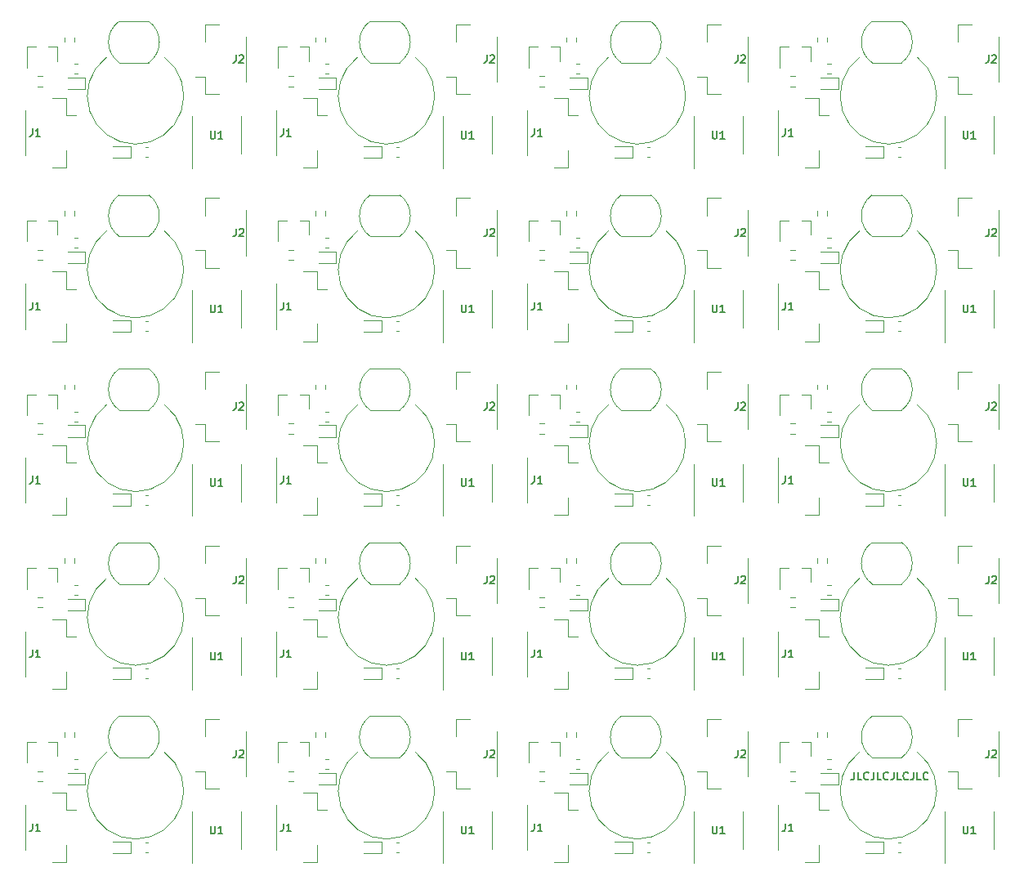
<source format=gto>
G04 #@! TF.GenerationSoftware,KiCad,Pcbnew,(5.1.8)-1*
G04 #@! TF.CreationDate,2021-11-11T20:38:59+08:00*
G04 #@! TF.ProjectId,vibro-cloth-panelized,76696272-6f2d-4636-9c6f-74682d70616e,rev?*
G04 #@! TF.SameCoordinates,Original*
G04 #@! TF.FileFunction,Legend,Top*
G04 #@! TF.FilePolarity,Positive*
%FSLAX46Y46*%
G04 Gerber Fmt 4.6, Leading zero omitted, Abs format (unit mm)*
G04 Created by KiCad (PCBNEW (5.1.8)-1) date 2021-11-11 20:38:59*
%MOMM*%
%LPD*%
G01*
G04 APERTURE LIST*
%ADD10C,0.150000*%
%ADD11C,0.120000*%
%ADD12R,0.800000X0.900000*%
%ADD13R,0.600000X0.700000*%
%ADD14C,1.500000*%
%ADD15C,2.500000*%
%ADD16R,1.000000X1.000000*%
%ADD17C,1.000000*%
%ADD18O,1.350000X1.350000*%
G04 APERTURE END LIST*
D10*
X136442761Y-128053904D02*
X136442761Y-128625333D01*
X136404666Y-128739619D01*
X136328476Y-128815809D01*
X136214190Y-128853904D01*
X136138000Y-128853904D01*
X137204666Y-128853904D02*
X136823714Y-128853904D01*
X136823714Y-128053904D01*
X137928476Y-128777714D02*
X137890380Y-128815809D01*
X137776095Y-128853904D01*
X137699904Y-128853904D01*
X137585619Y-128815809D01*
X137509428Y-128739619D01*
X137471333Y-128663428D01*
X137433238Y-128511047D01*
X137433238Y-128396761D01*
X137471333Y-128244380D01*
X137509428Y-128168190D01*
X137585619Y-128092000D01*
X137699904Y-128053904D01*
X137776095Y-128053904D01*
X137890380Y-128092000D01*
X137928476Y-128130095D01*
X138499904Y-128053904D02*
X138499904Y-128625333D01*
X138461809Y-128739619D01*
X138385619Y-128815809D01*
X138271333Y-128853904D01*
X138195142Y-128853904D01*
X139261809Y-128853904D02*
X138880857Y-128853904D01*
X138880857Y-128053904D01*
X139985619Y-128777714D02*
X139947523Y-128815809D01*
X139833238Y-128853904D01*
X139757047Y-128853904D01*
X139642761Y-128815809D01*
X139566571Y-128739619D01*
X139528476Y-128663428D01*
X139490380Y-128511047D01*
X139490380Y-128396761D01*
X139528476Y-128244380D01*
X139566571Y-128168190D01*
X139642761Y-128092000D01*
X139757047Y-128053904D01*
X139833238Y-128053904D01*
X139947523Y-128092000D01*
X139985619Y-128130095D01*
X140557047Y-128053904D02*
X140557047Y-128625333D01*
X140518952Y-128739619D01*
X140442761Y-128815809D01*
X140328476Y-128853904D01*
X140252285Y-128853904D01*
X141318952Y-128853904D02*
X140938000Y-128853904D01*
X140938000Y-128053904D01*
X142042761Y-128777714D02*
X142004666Y-128815809D01*
X141890380Y-128853904D01*
X141814190Y-128853904D01*
X141699904Y-128815809D01*
X141623714Y-128739619D01*
X141585619Y-128663428D01*
X141547523Y-128511047D01*
X141547523Y-128396761D01*
X141585619Y-128244380D01*
X141623714Y-128168190D01*
X141699904Y-128092000D01*
X141814190Y-128053904D01*
X141890380Y-128053904D01*
X142004666Y-128092000D01*
X142042761Y-128130095D01*
X142614190Y-128053904D02*
X142614190Y-128625333D01*
X142576095Y-128739619D01*
X142499904Y-128815809D01*
X142385619Y-128853904D01*
X142309428Y-128853904D01*
X143376095Y-128853904D02*
X142995142Y-128853904D01*
X142995142Y-128053904D01*
X144099904Y-128777714D02*
X144061809Y-128815809D01*
X143947523Y-128853904D01*
X143871333Y-128853904D01*
X143757047Y-128815809D01*
X143680857Y-128739619D01*
X143642761Y-128663428D01*
X143604666Y-128511047D01*
X143604666Y-128396761D01*
X143642761Y-128244380D01*
X143680857Y-128168190D01*
X143757047Y-128092000D01*
X143871333Y-128053904D01*
X143947523Y-128053904D01*
X144061809Y-128092000D01*
X144099904Y-128130095D01*
D11*
X143000027Y-126000037D02*
G75*
G02*
X137000028Y-126000037I-2999999J-4000000D01*
G01*
X117000018Y-126000037D02*
G75*
G02*
X111000019Y-126000037I-2999999J-4000000D01*
G01*
X91000009Y-126000037D02*
G75*
G02*
X85000010Y-126000037I-2999999J-4000000D01*
G01*
X65000000Y-126000037D02*
G75*
G02*
X59000001Y-126000037I-2999999J-4000000D01*
G01*
X143000027Y-108000028D02*
G75*
G02*
X137000028Y-108000028I-2999999J-4000000D01*
G01*
X117000018Y-108000028D02*
G75*
G02*
X111000019Y-108000028I-2999999J-4000000D01*
G01*
X91000009Y-108000028D02*
G75*
G02*
X85000010Y-108000028I-2999999J-4000000D01*
G01*
X65000000Y-108000028D02*
G75*
G02*
X59000001Y-108000028I-2999999J-4000000D01*
G01*
X143000027Y-90000019D02*
G75*
G02*
X137000028Y-90000019I-2999999J-4000000D01*
G01*
X117000018Y-90000019D02*
G75*
G02*
X111000019Y-90000019I-2999999J-4000000D01*
G01*
X91000009Y-90000019D02*
G75*
G02*
X85000010Y-90000019I-2999999J-4000000D01*
G01*
X65000000Y-90000019D02*
G75*
G02*
X59000001Y-90000019I-2999999J-4000000D01*
G01*
X143000027Y-72000010D02*
G75*
G02*
X137000028Y-72000010I-2999999J-4000000D01*
G01*
X117000018Y-72000010D02*
G75*
G02*
X111000019Y-72000010I-2999999J-4000000D01*
G01*
X91000009Y-72000010D02*
G75*
G02*
X85000010Y-72000010I-2999999J-4000000D01*
G01*
X65000000Y-72000010D02*
G75*
G02*
X59000001Y-72000010I-2999999J-4000000D01*
G01*
X143000027Y-54000001D02*
G75*
G02*
X137000028Y-54000001I-2999999J-4000000D01*
G01*
X117000018Y-54000001D02*
G75*
G02*
X111000019Y-54000001I-2999999J-4000000D01*
G01*
X91000009Y-54000001D02*
G75*
G02*
X85000010Y-54000001I-2999999J-4000000D01*
G01*
X65000000Y-54000001D02*
G75*
G02*
X59000001Y-54000001I-2999999J-4000000D01*
G01*
X131928028Y-124922037D02*
X131928028Y-126382037D01*
X128768028Y-124922037D02*
X128768028Y-127082037D01*
X128768028Y-124922037D02*
X129698028Y-124922037D01*
X131928028Y-124922037D02*
X130998028Y-124922037D01*
X132950028Y-128130037D02*
X134800028Y-128130037D01*
X132950028Y-129330037D02*
X134800028Y-129330037D01*
X134800028Y-129330037D02*
X134800028Y-128130037D01*
X137649028Y-135242037D02*
X139499028Y-135242037D01*
X137649028Y-136442037D02*
X139499028Y-136442037D01*
X139499028Y-136442037D02*
X139499028Y-135242037D01*
X141374028Y-126562037D02*
X138324028Y-126562037D01*
X141374028Y-122262037D02*
X138324028Y-122262037D01*
X141352262Y-126577563D02*
G75*
G03*
X141374028Y-122262037I-1528234J2165526D01*
G01*
X138279515Y-122293788D02*
G75*
G03*
X138324028Y-126562037I1544513J-2118249D01*
G01*
X128550028Y-131470037D02*
X128550028Y-136150037D01*
X132820028Y-137420037D02*
X132820028Y-135620037D01*
X131370028Y-137420037D02*
X132820028Y-137420037D01*
X132820028Y-132000037D02*
X133810028Y-132000037D01*
X132820028Y-130200037D02*
X132820028Y-132000037D01*
X131370028Y-130200037D02*
X132820028Y-130200037D01*
X151450028Y-128530037D02*
X151450028Y-123850037D01*
X147180028Y-122580037D02*
X147180028Y-124380037D01*
X148630028Y-122580037D02*
X147180028Y-122580037D01*
X147180028Y-128000037D02*
X146190028Y-128000037D01*
X147180028Y-129800037D02*
X147180028Y-128000037D01*
X148630028Y-129800037D02*
X147180028Y-129800037D01*
X133650028Y-126698037D02*
X134031028Y-126698037D01*
X134031028Y-127714037D02*
X133650028Y-127714037D01*
X145822028Y-134064037D02*
X145822028Y-137514037D01*
X145822028Y-134064037D02*
X145822028Y-132114037D01*
X150942028Y-134064037D02*
X150942028Y-136014037D01*
X150942028Y-134064037D02*
X150942028Y-132114037D01*
X129856770Y-128998537D02*
X130331286Y-128998537D01*
X129856770Y-127953537D02*
X130331286Y-127953537D01*
X141283608Y-135332037D02*
X141002448Y-135332037D01*
X141283608Y-136352037D02*
X141002448Y-136352037D01*
X133664528Y-124395295D02*
X133664528Y-123920779D01*
X132619528Y-124395295D02*
X132619528Y-123920779D01*
X105928019Y-124922037D02*
X105928019Y-126382037D01*
X102768019Y-124922037D02*
X102768019Y-127082037D01*
X102768019Y-124922037D02*
X103698019Y-124922037D01*
X105928019Y-124922037D02*
X104998019Y-124922037D01*
X106950019Y-128130037D02*
X108800019Y-128130037D01*
X106950019Y-129330037D02*
X108800019Y-129330037D01*
X108800019Y-129330037D02*
X108800019Y-128130037D01*
X111649019Y-135242037D02*
X113499019Y-135242037D01*
X111649019Y-136442037D02*
X113499019Y-136442037D01*
X113499019Y-136442037D02*
X113499019Y-135242037D01*
X115374019Y-126562037D02*
X112324019Y-126562037D01*
X115374019Y-122262037D02*
X112324019Y-122262037D01*
X115352253Y-126577563D02*
G75*
G03*
X115374019Y-122262037I-1528234J2165526D01*
G01*
X112279506Y-122293788D02*
G75*
G03*
X112324019Y-126562037I1544513J-2118249D01*
G01*
X102550019Y-131470037D02*
X102550019Y-136150037D01*
X106820019Y-137420037D02*
X106820019Y-135620037D01*
X105370019Y-137420037D02*
X106820019Y-137420037D01*
X106820019Y-132000037D02*
X107810019Y-132000037D01*
X106820019Y-130200037D02*
X106820019Y-132000037D01*
X105370019Y-130200037D02*
X106820019Y-130200037D01*
X125450019Y-128530037D02*
X125450019Y-123850037D01*
X121180019Y-122580037D02*
X121180019Y-124380037D01*
X122630019Y-122580037D02*
X121180019Y-122580037D01*
X121180019Y-128000037D02*
X120190019Y-128000037D01*
X121180019Y-129800037D02*
X121180019Y-128000037D01*
X122630019Y-129800037D02*
X121180019Y-129800037D01*
X107650019Y-126698037D02*
X108031019Y-126698037D01*
X108031019Y-127714037D02*
X107650019Y-127714037D01*
X119822019Y-134064037D02*
X119822019Y-137514037D01*
X119822019Y-134064037D02*
X119822019Y-132114037D01*
X124942019Y-134064037D02*
X124942019Y-136014037D01*
X124942019Y-134064037D02*
X124942019Y-132114037D01*
X103856761Y-128998537D02*
X104331277Y-128998537D01*
X103856761Y-127953537D02*
X104331277Y-127953537D01*
X115283599Y-135332037D02*
X115002439Y-135332037D01*
X115283599Y-136352037D02*
X115002439Y-136352037D01*
X107664519Y-124395295D02*
X107664519Y-123920779D01*
X106619519Y-124395295D02*
X106619519Y-123920779D01*
X79928010Y-124922037D02*
X79928010Y-126382037D01*
X76768010Y-124922037D02*
X76768010Y-127082037D01*
X76768010Y-124922037D02*
X77698010Y-124922037D01*
X79928010Y-124922037D02*
X78998010Y-124922037D01*
X80950010Y-128130037D02*
X82800010Y-128130037D01*
X80950010Y-129330037D02*
X82800010Y-129330037D01*
X82800010Y-129330037D02*
X82800010Y-128130037D01*
X85649010Y-135242037D02*
X87499010Y-135242037D01*
X85649010Y-136442037D02*
X87499010Y-136442037D01*
X87499010Y-136442037D02*
X87499010Y-135242037D01*
X89374010Y-126562037D02*
X86324010Y-126562037D01*
X89374010Y-122262037D02*
X86324010Y-122262037D01*
X89352244Y-126577563D02*
G75*
G03*
X89374010Y-122262037I-1528234J2165526D01*
G01*
X86279497Y-122293788D02*
G75*
G03*
X86324010Y-126562037I1544513J-2118249D01*
G01*
X76550010Y-131470037D02*
X76550010Y-136150037D01*
X80820010Y-137420037D02*
X80820010Y-135620037D01*
X79370010Y-137420037D02*
X80820010Y-137420037D01*
X80820010Y-132000037D02*
X81810010Y-132000037D01*
X80820010Y-130200037D02*
X80820010Y-132000037D01*
X79370010Y-130200037D02*
X80820010Y-130200037D01*
X99450010Y-128530037D02*
X99450010Y-123850037D01*
X95180010Y-122580037D02*
X95180010Y-124380037D01*
X96630010Y-122580037D02*
X95180010Y-122580037D01*
X95180010Y-128000037D02*
X94190010Y-128000037D01*
X95180010Y-129800037D02*
X95180010Y-128000037D01*
X96630010Y-129800037D02*
X95180010Y-129800037D01*
X81650010Y-126698037D02*
X82031010Y-126698037D01*
X82031010Y-127714037D02*
X81650010Y-127714037D01*
X93822010Y-134064037D02*
X93822010Y-137514037D01*
X93822010Y-134064037D02*
X93822010Y-132114037D01*
X98942010Y-134064037D02*
X98942010Y-136014037D01*
X98942010Y-134064037D02*
X98942010Y-132114037D01*
X77856752Y-128998537D02*
X78331268Y-128998537D01*
X77856752Y-127953537D02*
X78331268Y-127953537D01*
X89283590Y-135332037D02*
X89002430Y-135332037D01*
X89283590Y-136352037D02*
X89002430Y-136352037D01*
X81664510Y-124395295D02*
X81664510Y-123920779D01*
X80619510Y-124395295D02*
X80619510Y-123920779D01*
X53928001Y-124922037D02*
X53928001Y-126382037D01*
X50768001Y-124922037D02*
X50768001Y-127082037D01*
X50768001Y-124922037D02*
X51698001Y-124922037D01*
X53928001Y-124922037D02*
X52998001Y-124922037D01*
X54950001Y-128130037D02*
X56800001Y-128130037D01*
X54950001Y-129330037D02*
X56800001Y-129330037D01*
X56800001Y-129330037D02*
X56800001Y-128130037D01*
X59649001Y-135242037D02*
X61499001Y-135242037D01*
X59649001Y-136442037D02*
X61499001Y-136442037D01*
X61499001Y-136442037D02*
X61499001Y-135242037D01*
X63374001Y-126562037D02*
X60324001Y-126562037D01*
X63374001Y-122262037D02*
X60324001Y-122262037D01*
X63352235Y-126577563D02*
G75*
G03*
X63374001Y-122262037I-1528234J2165526D01*
G01*
X60279488Y-122293788D02*
G75*
G03*
X60324001Y-126562037I1544513J-2118249D01*
G01*
X50550001Y-131470037D02*
X50550001Y-136150037D01*
X54820001Y-137420037D02*
X54820001Y-135620037D01*
X53370001Y-137420037D02*
X54820001Y-137420037D01*
X54820001Y-132000037D02*
X55810001Y-132000037D01*
X54820001Y-130200037D02*
X54820001Y-132000037D01*
X53370001Y-130200037D02*
X54820001Y-130200037D01*
X73450001Y-128530037D02*
X73450001Y-123850037D01*
X69180001Y-122580037D02*
X69180001Y-124380037D01*
X70630001Y-122580037D02*
X69180001Y-122580037D01*
X69180001Y-128000037D02*
X68190001Y-128000037D01*
X69180001Y-129800037D02*
X69180001Y-128000037D01*
X70630001Y-129800037D02*
X69180001Y-129800037D01*
X55650001Y-126698037D02*
X56031001Y-126698037D01*
X56031001Y-127714037D02*
X55650001Y-127714037D01*
X67822001Y-134064037D02*
X67822001Y-137514037D01*
X67822001Y-134064037D02*
X67822001Y-132114037D01*
X72942001Y-134064037D02*
X72942001Y-136014037D01*
X72942001Y-134064037D02*
X72942001Y-132114037D01*
X51856743Y-128998537D02*
X52331259Y-128998537D01*
X51856743Y-127953537D02*
X52331259Y-127953537D01*
X63283581Y-135332037D02*
X63002421Y-135332037D01*
X63283581Y-136352037D02*
X63002421Y-136352037D01*
X55664501Y-124395295D02*
X55664501Y-123920779D01*
X54619501Y-124395295D02*
X54619501Y-123920779D01*
X131928028Y-106922028D02*
X131928028Y-108382028D01*
X128768028Y-106922028D02*
X128768028Y-109082028D01*
X128768028Y-106922028D02*
X129698028Y-106922028D01*
X131928028Y-106922028D02*
X130998028Y-106922028D01*
X132950028Y-110130028D02*
X134800028Y-110130028D01*
X132950028Y-111330028D02*
X134800028Y-111330028D01*
X134800028Y-111330028D02*
X134800028Y-110130028D01*
X137649028Y-117242028D02*
X139499028Y-117242028D01*
X137649028Y-118442028D02*
X139499028Y-118442028D01*
X139499028Y-118442028D02*
X139499028Y-117242028D01*
X141374028Y-108562028D02*
X138324028Y-108562028D01*
X141374028Y-104262028D02*
X138324028Y-104262028D01*
X141352262Y-108577554D02*
G75*
G03*
X141374028Y-104262028I-1528234J2165526D01*
G01*
X138279515Y-104293779D02*
G75*
G03*
X138324028Y-108562028I1544513J-2118249D01*
G01*
X128550028Y-113470028D02*
X128550028Y-118150028D01*
X132820028Y-119420028D02*
X132820028Y-117620028D01*
X131370028Y-119420028D02*
X132820028Y-119420028D01*
X132820028Y-114000028D02*
X133810028Y-114000028D01*
X132820028Y-112200028D02*
X132820028Y-114000028D01*
X131370028Y-112200028D02*
X132820028Y-112200028D01*
X151450028Y-110530028D02*
X151450028Y-105850028D01*
X147180028Y-104580028D02*
X147180028Y-106380028D01*
X148630028Y-104580028D02*
X147180028Y-104580028D01*
X147180028Y-110000028D02*
X146190028Y-110000028D01*
X147180028Y-111800028D02*
X147180028Y-110000028D01*
X148630028Y-111800028D02*
X147180028Y-111800028D01*
X133650028Y-108698028D02*
X134031028Y-108698028D01*
X134031028Y-109714028D02*
X133650028Y-109714028D01*
X145822028Y-116064028D02*
X145822028Y-119514028D01*
X145822028Y-116064028D02*
X145822028Y-114114028D01*
X150942028Y-116064028D02*
X150942028Y-118014028D01*
X150942028Y-116064028D02*
X150942028Y-114114028D01*
X129856770Y-110998528D02*
X130331286Y-110998528D01*
X129856770Y-109953528D02*
X130331286Y-109953528D01*
X141283608Y-117332028D02*
X141002448Y-117332028D01*
X141283608Y-118352028D02*
X141002448Y-118352028D01*
X133664528Y-106395286D02*
X133664528Y-105920770D01*
X132619528Y-106395286D02*
X132619528Y-105920770D01*
X105928019Y-106922028D02*
X105928019Y-108382028D01*
X102768019Y-106922028D02*
X102768019Y-109082028D01*
X102768019Y-106922028D02*
X103698019Y-106922028D01*
X105928019Y-106922028D02*
X104998019Y-106922028D01*
X106950019Y-110130028D02*
X108800019Y-110130028D01*
X106950019Y-111330028D02*
X108800019Y-111330028D01*
X108800019Y-111330028D02*
X108800019Y-110130028D01*
X111649019Y-117242028D02*
X113499019Y-117242028D01*
X111649019Y-118442028D02*
X113499019Y-118442028D01*
X113499019Y-118442028D02*
X113499019Y-117242028D01*
X115374019Y-108562028D02*
X112324019Y-108562028D01*
X115374019Y-104262028D02*
X112324019Y-104262028D01*
X115352253Y-108577554D02*
G75*
G03*
X115374019Y-104262028I-1528234J2165526D01*
G01*
X112279506Y-104293779D02*
G75*
G03*
X112324019Y-108562028I1544513J-2118249D01*
G01*
X102550019Y-113470028D02*
X102550019Y-118150028D01*
X106820019Y-119420028D02*
X106820019Y-117620028D01*
X105370019Y-119420028D02*
X106820019Y-119420028D01*
X106820019Y-114000028D02*
X107810019Y-114000028D01*
X106820019Y-112200028D02*
X106820019Y-114000028D01*
X105370019Y-112200028D02*
X106820019Y-112200028D01*
X125450019Y-110530028D02*
X125450019Y-105850028D01*
X121180019Y-104580028D02*
X121180019Y-106380028D01*
X122630019Y-104580028D02*
X121180019Y-104580028D01*
X121180019Y-110000028D02*
X120190019Y-110000028D01*
X121180019Y-111800028D02*
X121180019Y-110000028D01*
X122630019Y-111800028D02*
X121180019Y-111800028D01*
X107650019Y-108698028D02*
X108031019Y-108698028D01*
X108031019Y-109714028D02*
X107650019Y-109714028D01*
X119822019Y-116064028D02*
X119822019Y-119514028D01*
X119822019Y-116064028D02*
X119822019Y-114114028D01*
X124942019Y-116064028D02*
X124942019Y-118014028D01*
X124942019Y-116064028D02*
X124942019Y-114114028D01*
X103856761Y-110998528D02*
X104331277Y-110998528D01*
X103856761Y-109953528D02*
X104331277Y-109953528D01*
X115283599Y-117332028D02*
X115002439Y-117332028D01*
X115283599Y-118352028D02*
X115002439Y-118352028D01*
X107664519Y-106395286D02*
X107664519Y-105920770D01*
X106619519Y-106395286D02*
X106619519Y-105920770D01*
X79928010Y-106922028D02*
X79928010Y-108382028D01*
X76768010Y-106922028D02*
X76768010Y-109082028D01*
X76768010Y-106922028D02*
X77698010Y-106922028D01*
X79928010Y-106922028D02*
X78998010Y-106922028D01*
X80950010Y-110130028D02*
X82800010Y-110130028D01*
X80950010Y-111330028D02*
X82800010Y-111330028D01*
X82800010Y-111330028D02*
X82800010Y-110130028D01*
X85649010Y-117242028D02*
X87499010Y-117242028D01*
X85649010Y-118442028D02*
X87499010Y-118442028D01*
X87499010Y-118442028D02*
X87499010Y-117242028D01*
X89374010Y-108562028D02*
X86324010Y-108562028D01*
X89374010Y-104262028D02*
X86324010Y-104262028D01*
X89352244Y-108577554D02*
G75*
G03*
X89374010Y-104262028I-1528234J2165526D01*
G01*
X86279497Y-104293779D02*
G75*
G03*
X86324010Y-108562028I1544513J-2118249D01*
G01*
X76550010Y-113470028D02*
X76550010Y-118150028D01*
X80820010Y-119420028D02*
X80820010Y-117620028D01*
X79370010Y-119420028D02*
X80820010Y-119420028D01*
X80820010Y-114000028D02*
X81810010Y-114000028D01*
X80820010Y-112200028D02*
X80820010Y-114000028D01*
X79370010Y-112200028D02*
X80820010Y-112200028D01*
X99450010Y-110530028D02*
X99450010Y-105850028D01*
X95180010Y-104580028D02*
X95180010Y-106380028D01*
X96630010Y-104580028D02*
X95180010Y-104580028D01*
X95180010Y-110000028D02*
X94190010Y-110000028D01*
X95180010Y-111800028D02*
X95180010Y-110000028D01*
X96630010Y-111800028D02*
X95180010Y-111800028D01*
X81650010Y-108698028D02*
X82031010Y-108698028D01*
X82031010Y-109714028D02*
X81650010Y-109714028D01*
X93822010Y-116064028D02*
X93822010Y-119514028D01*
X93822010Y-116064028D02*
X93822010Y-114114028D01*
X98942010Y-116064028D02*
X98942010Y-118014028D01*
X98942010Y-116064028D02*
X98942010Y-114114028D01*
X77856752Y-110998528D02*
X78331268Y-110998528D01*
X77856752Y-109953528D02*
X78331268Y-109953528D01*
X89283590Y-117332028D02*
X89002430Y-117332028D01*
X89283590Y-118352028D02*
X89002430Y-118352028D01*
X81664510Y-106395286D02*
X81664510Y-105920770D01*
X80619510Y-106395286D02*
X80619510Y-105920770D01*
X53928001Y-106922028D02*
X53928001Y-108382028D01*
X50768001Y-106922028D02*
X50768001Y-109082028D01*
X50768001Y-106922028D02*
X51698001Y-106922028D01*
X53928001Y-106922028D02*
X52998001Y-106922028D01*
X54950001Y-110130028D02*
X56800001Y-110130028D01*
X54950001Y-111330028D02*
X56800001Y-111330028D01*
X56800001Y-111330028D02*
X56800001Y-110130028D01*
X59649001Y-117242028D02*
X61499001Y-117242028D01*
X59649001Y-118442028D02*
X61499001Y-118442028D01*
X61499001Y-118442028D02*
X61499001Y-117242028D01*
X63374001Y-108562028D02*
X60324001Y-108562028D01*
X63374001Y-104262028D02*
X60324001Y-104262028D01*
X63352235Y-108577554D02*
G75*
G03*
X63374001Y-104262028I-1528234J2165526D01*
G01*
X60279488Y-104293779D02*
G75*
G03*
X60324001Y-108562028I1544513J-2118249D01*
G01*
X50550001Y-113470028D02*
X50550001Y-118150028D01*
X54820001Y-119420028D02*
X54820001Y-117620028D01*
X53370001Y-119420028D02*
X54820001Y-119420028D01*
X54820001Y-114000028D02*
X55810001Y-114000028D01*
X54820001Y-112200028D02*
X54820001Y-114000028D01*
X53370001Y-112200028D02*
X54820001Y-112200028D01*
X73450001Y-110530028D02*
X73450001Y-105850028D01*
X69180001Y-104580028D02*
X69180001Y-106380028D01*
X70630001Y-104580028D02*
X69180001Y-104580028D01*
X69180001Y-110000028D02*
X68190001Y-110000028D01*
X69180001Y-111800028D02*
X69180001Y-110000028D01*
X70630001Y-111800028D02*
X69180001Y-111800028D01*
X55650001Y-108698028D02*
X56031001Y-108698028D01*
X56031001Y-109714028D02*
X55650001Y-109714028D01*
X67822001Y-116064028D02*
X67822001Y-119514028D01*
X67822001Y-116064028D02*
X67822001Y-114114028D01*
X72942001Y-116064028D02*
X72942001Y-118014028D01*
X72942001Y-116064028D02*
X72942001Y-114114028D01*
X51856743Y-110998528D02*
X52331259Y-110998528D01*
X51856743Y-109953528D02*
X52331259Y-109953528D01*
X63283581Y-117332028D02*
X63002421Y-117332028D01*
X63283581Y-118352028D02*
X63002421Y-118352028D01*
X55664501Y-106395286D02*
X55664501Y-105920770D01*
X54619501Y-106395286D02*
X54619501Y-105920770D01*
X131928028Y-88922019D02*
X131928028Y-90382019D01*
X128768028Y-88922019D02*
X128768028Y-91082019D01*
X128768028Y-88922019D02*
X129698028Y-88922019D01*
X131928028Y-88922019D02*
X130998028Y-88922019D01*
X132950028Y-92130019D02*
X134800028Y-92130019D01*
X132950028Y-93330019D02*
X134800028Y-93330019D01*
X134800028Y-93330019D02*
X134800028Y-92130019D01*
X137649028Y-99242019D02*
X139499028Y-99242019D01*
X137649028Y-100442019D02*
X139499028Y-100442019D01*
X139499028Y-100442019D02*
X139499028Y-99242019D01*
X141374028Y-90562019D02*
X138324028Y-90562019D01*
X141374028Y-86262019D02*
X138324028Y-86262019D01*
X141352262Y-90577545D02*
G75*
G03*
X141374028Y-86262019I-1528234J2165526D01*
G01*
X138279515Y-86293770D02*
G75*
G03*
X138324028Y-90562019I1544513J-2118249D01*
G01*
X128550028Y-95470019D02*
X128550028Y-100150019D01*
X132820028Y-101420019D02*
X132820028Y-99620019D01*
X131370028Y-101420019D02*
X132820028Y-101420019D01*
X132820028Y-96000019D02*
X133810028Y-96000019D01*
X132820028Y-94200019D02*
X132820028Y-96000019D01*
X131370028Y-94200019D02*
X132820028Y-94200019D01*
X151450028Y-92530019D02*
X151450028Y-87850019D01*
X147180028Y-86580019D02*
X147180028Y-88380019D01*
X148630028Y-86580019D02*
X147180028Y-86580019D01*
X147180028Y-92000019D02*
X146190028Y-92000019D01*
X147180028Y-93800019D02*
X147180028Y-92000019D01*
X148630028Y-93800019D02*
X147180028Y-93800019D01*
X133650028Y-90698019D02*
X134031028Y-90698019D01*
X134031028Y-91714019D02*
X133650028Y-91714019D01*
X145822028Y-98064019D02*
X145822028Y-101514019D01*
X145822028Y-98064019D02*
X145822028Y-96114019D01*
X150942028Y-98064019D02*
X150942028Y-100014019D01*
X150942028Y-98064019D02*
X150942028Y-96114019D01*
X129856770Y-92998519D02*
X130331286Y-92998519D01*
X129856770Y-91953519D02*
X130331286Y-91953519D01*
X141283608Y-99332019D02*
X141002448Y-99332019D01*
X141283608Y-100352019D02*
X141002448Y-100352019D01*
X133664528Y-88395277D02*
X133664528Y-87920761D01*
X132619528Y-88395277D02*
X132619528Y-87920761D01*
X105928019Y-88922019D02*
X105928019Y-90382019D01*
X102768019Y-88922019D02*
X102768019Y-91082019D01*
X102768019Y-88922019D02*
X103698019Y-88922019D01*
X105928019Y-88922019D02*
X104998019Y-88922019D01*
X106950019Y-92130019D02*
X108800019Y-92130019D01*
X106950019Y-93330019D02*
X108800019Y-93330019D01*
X108800019Y-93330019D02*
X108800019Y-92130019D01*
X111649019Y-99242019D02*
X113499019Y-99242019D01*
X111649019Y-100442019D02*
X113499019Y-100442019D01*
X113499019Y-100442019D02*
X113499019Y-99242019D01*
X115374019Y-90562019D02*
X112324019Y-90562019D01*
X115374019Y-86262019D02*
X112324019Y-86262019D01*
X115352253Y-90577545D02*
G75*
G03*
X115374019Y-86262019I-1528234J2165526D01*
G01*
X112279506Y-86293770D02*
G75*
G03*
X112324019Y-90562019I1544513J-2118249D01*
G01*
X102550019Y-95470019D02*
X102550019Y-100150019D01*
X106820019Y-101420019D02*
X106820019Y-99620019D01*
X105370019Y-101420019D02*
X106820019Y-101420019D01*
X106820019Y-96000019D02*
X107810019Y-96000019D01*
X106820019Y-94200019D02*
X106820019Y-96000019D01*
X105370019Y-94200019D02*
X106820019Y-94200019D01*
X125450019Y-92530019D02*
X125450019Y-87850019D01*
X121180019Y-86580019D02*
X121180019Y-88380019D01*
X122630019Y-86580019D02*
X121180019Y-86580019D01*
X121180019Y-92000019D02*
X120190019Y-92000019D01*
X121180019Y-93800019D02*
X121180019Y-92000019D01*
X122630019Y-93800019D02*
X121180019Y-93800019D01*
X107650019Y-90698019D02*
X108031019Y-90698019D01*
X108031019Y-91714019D02*
X107650019Y-91714019D01*
X119822019Y-98064019D02*
X119822019Y-101514019D01*
X119822019Y-98064019D02*
X119822019Y-96114019D01*
X124942019Y-98064019D02*
X124942019Y-100014019D01*
X124942019Y-98064019D02*
X124942019Y-96114019D01*
X103856761Y-92998519D02*
X104331277Y-92998519D01*
X103856761Y-91953519D02*
X104331277Y-91953519D01*
X115283599Y-99332019D02*
X115002439Y-99332019D01*
X115283599Y-100352019D02*
X115002439Y-100352019D01*
X107664519Y-88395277D02*
X107664519Y-87920761D01*
X106619519Y-88395277D02*
X106619519Y-87920761D01*
X79928010Y-88922019D02*
X79928010Y-90382019D01*
X76768010Y-88922019D02*
X76768010Y-91082019D01*
X76768010Y-88922019D02*
X77698010Y-88922019D01*
X79928010Y-88922019D02*
X78998010Y-88922019D01*
X80950010Y-92130019D02*
X82800010Y-92130019D01*
X80950010Y-93330019D02*
X82800010Y-93330019D01*
X82800010Y-93330019D02*
X82800010Y-92130019D01*
X85649010Y-99242019D02*
X87499010Y-99242019D01*
X85649010Y-100442019D02*
X87499010Y-100442019D01*
X87499010Y-100442019D02*
X87499010Y-99242019D01*
X89374010Y-90562019D02*
X86324010Y-90562019D01*
X89374010Y-86262019D02*
X86324010Y-86262019D01*
X89352244Y-90577545D02*
G75*
G03*
X89374010Y-86262019I-1528234J2165526D01*
G01*
X86279497Y-86293770D02*
G75*
G03*
X86324010Y-90562019I1544513J-2118249D01*
G01*
X76550010Y-95470019D02*
X76550010Y-100150019D01*
X80820010Y-101420019D02*
X80820010Y-99620019D01*
X79370010Y-101420019D02*
X80820010Y-101420019D01*
X80820010Y-96000019D02*
X81810010Y-96000019D01*
X80820010Y-94200019D02*
X80820010Y-96000019D01*
X79370010Y-94200019D02*
X80820010Y-94200019D01*
X99450010Y-92530019D02*
X99450010Y-87850019D01*
X95180010Y-86580019D02*
X95180010Y-88380019D01*
X96630010Y-86580019D02*
X95180010Y-86580019D01*
X95180010Y-92000019D02*
X94190010Y-92000019D01*
X95180010Y-93800019D02*
X95180010Y-92000019D01*
X96630010Y-93800019D02*
X95180010Y-93800019D01*
X81650010Y-90698019D02*
X82031010Y-90698019D01*
X82031010Y-91714019D02*
X81650010Y-91714019D01*
X93822010Y-98064019D02*
X93822010Y-101514019D01*
X93822010Y-98064019D02*
X93822010Y-96114019D01*
X98942010Y-98064019D02*
X98942010Y-100014019D01*
X98942010Y-98064019D02*
X98942010Y-96114019D01*
X77856752Y-92998519D02*
X78331268Y-92998519D01*
X77856752Y-91953519D02*
X78331268Y-91953519D01*
X89283590Y-99332019D02*
X89002430Y-99332019D01*
X89283590Y-100352019D02*
X89002430Y-100352019D01*
X81664510Y-88395277D02*
X81664510Y-87920761D01*
X80619510Y-88395277D02*
X80619510Y-87920761D01*
X53928001Y-88922019D02*
X53928001Y-90382019D01*
X50768001Y-88922019D02*
X50768001Y-91082019D01*
X50768001Y-88922019D02*
X51698001Y-88922019D01*
X53928001Y-88922019D02*
X52998001Y-88922019D01*
X54950001Y-92130019D02*
X56800001Y-92130019D01*
X54950001Y-93330019D02*
X56800001Y-93330019D01*
X56800001Y-93330019D02*
X56800001Y-92130019D01*
X59649001Y-99242019D02*
X61499001Y-99242019D01*
X59649001Y-100442019D02*
X61499001Y-100442019D01*
X61499001Y-100442019D02*
X61499001Y-99242019D01*
X63374001Y-90562019D02*
X60324001Y-90562019D01*
X63374001Y-86262019D02*
X60324001Y-86262019D01*
X63352235Y-90577545D02*
G75*
G03*
X63374001Y-86262019I-1528234J2165526D01*
G01*
X60279488Y-86293770D02*
G75*
G03*
X60324001Y-90562019I1544513J-2118249D01*
G01*
X50550001Y-95470019D02*
X50550001Y-100150019D01*
X54820001Y-101420019D02*
X54820001Y-99620019D01*
X53370001Y-101420019D02*
X54820001Y-101420019D01*
X54820001Y-96000019D02*
X55810001Y-96000019D01*
X54820001Y-94200019D02*
X54820001Y-96000019D01*
X53370001Y-94200019D02*
X54820001Y-94200019D01*
X73450001Y-92530019D02*
X73450001Y-87850019D01*
X69180001Y-86580019D02*
X69180001Y-88380019D01*
X70630001Y-86580019D02*
X69180001Y-86580019D01*
X69180001Y-92000019D02*
X68190001Y-92000019D01*
X69180001Y-93800019D02*
X69180001Y-92000019D01*
X70630001Y-93800019D02*
X69180001Y-93800019D01*
X55650001Y-90698019D02*
X56031001Y-90698019D01*
X56031001Y-91714019D02*
X55650001Y-91714019D01*
X67822001Y-98064019D02*
X67822001Y-101514019D01*
X67822001Y-98064019D02*
X67822001Y-96114019D01*
X72942001Y-98064019D02*
X72942001Y-100014019D01*
X72942001Y-98064019D02*
X72942001Y-96114019D01*
X51856743Y-92998519D02*
X52331259Y-92998519D01*
X51856743Y-91953519D02*
X52331259Y-91953519D01*
X63283581Y-99332019D02*
X63002421Y-99332019D01*
X63283581Y-100352019D02*
X63002421Y-100352019D01*
X55664501Y-88395277D02*
X55664501Y-87920761D01*
X54619501Y-88395277D02*
X54619501Y-87920761D01*
X131928028Y-70922010D02*
X131928028Y-72382010D01*
X128768028Y-70922010D02*
X128768028Y-73082010D01*
X128768028Y-70922010D02*
X129698028Y-70922010D01*
X131928028Y-70922010D02*
X130998028Y-70922010D01*
X132950028Y-74130010D02*
X134800028Y-74130010D01*
X132950028Y-75330010D02*
X134800028Y-75330010D01*
X134800028Y-75330010D02*
X134800028Y-74130010D01*
X137649028Y-81242010D02*
X139499028Y-81242010D01*
X137649028Y-82442010D02*
X139499028Y-82442010D01*
X139499028Y-82442010D02*
X139499028Y-81242010D01*
X141374028Y-72562010D02*
X138324028Y-72562010D01*
X141374028Y-68262010D02*
X138324028Y-68262010D01*
X141352262Y-72577536D02*
G75*
G03*
X141374028Y-68262010I-1528234J2165526D01*
G01*
X138279515Y-68293761D02*
G75*
G03*
X138324028Y-72562010I1544513J-2118249D01*
G01*
X128550028Y-77470010D02*
X128550028Y-82150010D01*
X132820028Y-83420010D02*
X132820028Y-81620010D01*
X131370028Y-83420010D02*
X132820028Y-83420010D01*
X132820028Y-78000010D02*
X133810028Y-78000010D01*
X132820028Y-76200010D02*
X132820028Y-78000010D01*
X131370028Y-76200010D02*
X132820028Y-76200010D01*
X151450028Y-74530010D02*
X151450028Y-69850010D01*
X147180028Y-68580010D02*
X147180028Y-70380010D01*
X148630028Y-68580010D02*
X147180028Y-68580010D01*
X147180028Y-74000010D02*
X146190028Y-74000010D01*
X147180028Y-75800010D02*
X147180028Y-74000010D01*
X148630028Y-75800010D02*
X147180028Y-75800010D01*
X133650028Y-72698010D02*
X134031028Y-72698010D01*
X134031028Y-73714010D02*
X133650028Y-73714010D01*
X145822028Y-80064010D02*
X145822028Y-83514010D01*
X145822028Y-80064010D02*
X145822028Y-78114010D01*
X150942028Y-80064010D02*
X150942028Y-82014010D01*
X150942028Y-80064010D02*
X150942028Y-78114010D01*
X129856770Y-74998510D02*
X130331286Y-74998510D01*
X129856770Y-73953510D02*
X130331286Y-73953510D01*
X141283608Y-81332010D02*
X141002448Y-81332010D01*
X141283608Y-82352010D02*
X141002448Y-82352010D01*
X133664528Y-70395268D02*
X133664528Y-69920752D01*
X132619528Y-70395268D02*
X132619528Y-69920752D01*
X105928019Y-70922010D02*
X105928019Y-72382010D01*
X102768019Y-70922010D02*
X102768019Y-73082010D01*
X102768019Y-70922010D02*
X103698019Y-70922010D01*
X105928019Y-70922010D02*
X104998019Y-70922010D01*
X106950019Y-74130010D02*
X108800019Y-74130010D01*
X106950019Y-75330010D02*
X108800019Y-75330010D01*
X108800019Y-75330010D02*
X108800019Y-74130010D01*
X111649019Y-81242010D02*
X113499019Y-81242010D01*
X111649019Y-82442010D02*
X113499019Y-82442010D01*
X113499019Y-82442010D02*
X113499019Y-81242010D01*
X115374019Y-72562010D02*
X112324019Y-72562010D01*
X115374019Y-68262010D02*
X112324019Y-68262010D01*
X115352253Y-72577536D02*
G75*
G03*
X115374019Y-68262010I-1528234J2165526D01*
G01*
X112279506Y-68293761D02*
G75*
G03*
X112324019Y-72562010I1544513J-2118249D01*
G01*
X102550019Y-77470010D02*
X102550019Y-82150010D01*
X106820019Y-83420010D02*
X106820019Y-81620010D01*
X105370019Y-83420010D02*
X106820019Y-83420010D01*
X106820019Y-78000010D02*
X107810019Y-78000010D01*
X106820019Y-76200010D02*
X106820019Y-78000010D01*
X105370019Y-76200010D02*
X106820019Y-76200010D01*
X125450019Y-74530010D02*
X125450019Y-69850010D01*
X121180019Y-68580010D02*
X121180019Y-70380010D01*
X122630019Y-68580010D02*
X121180019Y-68580010D01*
X121180019Y-74000010D02*
X120190019Y-74000010D01*
X121180019Y-75800010D02*
X121180019Y-74000010D01*
X122630019Y-75800010D02*
X121180019Y-75800010D01*
X107650019Y-72698010D02*
X108031019Y-72698010D01*
X108031019Y-73714010D02*
X107650019Y-73714010D01*
X119822019Y-80064010D02*
X119822019Y-83514010D01*
X119822019Y-80064010D02*
X119822019Y-78114010D01*
X124942019Y-80064010D02*
X124942019Y-82014010D01*
X124942019Y-80064010D02*
X124942019Y-78114010D01*
X103856761Y-74998510D02*
X104331277Y-74998510D01*
X103856761Y-73953510D02*
X104331277Y-73953510D01*
X115283599Y-81332010D02*
X115002439Y-81332010D01*
X115283599Y-82352010D02*
X115002439Y-82352010D01*
X107664519Y-70395268D02*
X107664519Y-69920752D01*
X106619519Y-70395268D02*
X106619519Y-69920752D01*
X79928010Y-70922010D02*
X79928010Y-72382010D01*
X76768010Y-70922010D02*
X76768010Y-73082010D01*
X76768010Y-70922010D02*
X77698010Y-70922010D01*
X79928010Y-70922010D02*
X78998010Y-70922010D01*
X80950010Y-74130010D02*
X82800010Y-74130010D01*
X80950010Y-75330010D02*
X82800010Y-75330010D01*
X82800010Y-75330010D02*
X82800010Y-74130010D01*
X85649010Y-81242010D02*
X87499010Y-81242010D01*
X85649010Y-82442010D02*
X87499010Y-82442010D01*
X87499010Y-82442010D02*
X87499010Y-81242010D01*
X89374010Y-72562010D02*
X86324010Y-72562010D01*
X89374010Y-68262010D02*
X86324010Y-68262010D01*
X89352244Y-72577536D02*
G75*
G03*
X89374010Y-68262010I-1528234J2165526D01*
G01*
X86279497Y-68293761D02*
G75*
G03*
X86324010Y-72562010I1544513J-2118249D01*
G01*
X76550010Y-77470010D02*
X76550010Y-82150010D01*
X80820010Y-83420010D02*
X80820010Y-81620010D01*
X79370010Y-83420010D02*
X80820010Y-83420010D01*
X80820010Y-78000010D02*
X81810010Y-78000010D01*
X80820010Y-76200010D02*
X80820010Y-78000010D01*
X79370010Y-76200010D02*
X80820010Y-76200010D01*
X99450010Y-74530010D02*
X99450010Y-69850010D01*
X95180010Y-68580010D02*
X95180010Y-70380010D01*
X96630010Y-68580010D02*
X95180010Y-68580010D01*
X95180010Y-74000010D02*
X94190010Y-74000010D01*
X95180010Y-75800010D02*
X95180010Y-74000010D01*
X96630010Y-75800010D02*
X95180010Y-75800010D01*
X81650010Y-72698010D02*
X82031010Y-72698010D01*
X82031010Y-73714010D02*
X81650010Y-73714010D01*
X93822010Y-80064010D02*
X93822010Y-83514010D01*
X93822010Y-80064010D02*
X93822010Y-78114010D01*
X98942010Y-80064010D02*
X98942010Y-82014010D01*
X98942010Y-80064010D02*
X98942010Y-78114010D01*
X77856752Y-74998510D02*
X78331268Y-74998510D01*
X77856752Y-73953510D02*
X78331268Y-73953510D01*
X89283590Y-81332010D02*
X89002430Y-81332010D01*
X89283590Y-82352010D02*
X89002430Y-82352010D01*
X81664510Y-70395268D02*
X81664510Y-69920752D01*
X80619510Y-70395268D02*
X80619510Y-69920752D01*
X53928001Y-70922010D02*
X53928001Y-72382010D01*
X50768001Y-70922010D02*
X50768001Y-73082010D01*
X50768001Y-70922010D02*
X51698001Y-70922010D01*
X53928001Y-70922010D02*
X52998001Y-70922010D01*
X54950001Y-74130010D02*
X56800001Y-74130010D01*
X54950001Y-75330010D02*
X56800001Y-75330010D01*
X56800001Y-75330010D02*
X56800001Y-74130010D01*
X59649001Y-81242010D02*
X61499001Y-81242010D01*
X59649001Y-82442010D02*
X61499001Y-82442010D01*
X61499001Y-82442010D02*
X61499001Y-81242010D01*
X63374001Y-72562010D02*
X60324001Y-72562010D01*
X63374001Y-68262010D02*
X60324001Y-68262010D01*
X63352235Y-72577536D02*
G75*
G03*
X63374001Y-68262010I-1528234J2165526D01*
G01*
X60279488Y-68293761D02*
G75*
G03*
X60324001Y-72562010I1544513J-2118249D01*
G01*
X50550001Y-77470010D02*
X50550001Y-82150010D01*
X54820001Y-83420010D02*
X54820001Y-81620010D01*
X53370001Y-83420010D02*
X54820001Y-83420010D01*
X54820001Y-78000010D02*
X55810001Y-78000010D01*
X54820001Y-76200010D02*
X54820001Y-78000010D01*
X53370001Y-76200010D02*
X54820001Y-76200010D01*
X73450001Y-74530010D02*
X73450001Y-69850010D01*
X69180001Y-68580010D02*
X69180001Y-70380010D01*
X70630001Y-68580010D02*
X69180001Y-68580010D01*
X69180001Y-74000010D02*
X68190001Y-74000010D01*
X69180001Y-75800010D02*
X69180001Y-74000010D01*
X70630001Y-75800010D02*
X69180001Y-75800010D01*
X55650001Y-72698010D02*
X56031001Y-72698010D01*
X56031001Y-73714010D02*
X55650001Y-73714010D01*
X67822001Y-80064010D02*
X67822001Y-83514010D01*
X67822001Y-80064010D02*
X67822001Y-78114010D01*
X72942001Y-80064010D02*
X72942001Y-82014010D01*
X72942001Y-80064010D02*
X72942001Y-78114010D01*
X51856743Y-74998510D02*
X52331259Y-74998510D01*
X51856743Y-73953510D02*
X52331259Y-73953510D01*
X63283581Y-81332010D02*
X63002421Y-81332010D01*
X63283581Y-82352010D02*
X63002421Y-82352010D01*
X55664501Y-70395268D02*
X55664501Y-69920752D01*
X54619501Y-70395268D02*
X54619501Y-69920752D01*
X131928028Y-52922001D02*
X131928028Y-54382001D01*
X128768028Y-52922001D02*
X128768028Y-55082001D01*
X128768028Y-52922001D02*
X129698028Y-52922001D01*
X131928028Y-52922001D02*
X130998028Y-52922001D01*
X132950028Y-56130001D02*
X134800028Y-56130001D01*
X132950028Y-57330001D02*
X134800028Y-57330001D01*
X134800028Y-57330001D02*
X134800028Y-56130001D01*
X137649028Y-63242001D02*
X139499028Y-63242001D01*
X137649028Y-64442001D02*
X139499028Y-64442001D01*
X139499028Y-64442001D02*
X139499028Y-63242001D01*
X141374028Y-54562001D02*
X138324028Y-54562001D01*
X141374028Y-50262001D02*
X138324028Y-50262001D01*
X141352262Y-54577527D02*
G75*
G03*
X141374028Y-50262001I-1528234J2165526D01*
G01*
X138279515Y-50293752D02*
G75*
G03*
X138324028Y-54562001I1544513J-2118249D01*
G01*
X128550028Y-59470001D02*
X128550028Y-64150001D01*
X132820028Y-65420001D02*
X132820028Y-63620001D01*
X131370028Y-65420001D02*
X132820028Y-65420001D01*
X132820028Y-60000001D02*
X133810028Y-60000001D01*
X132820028Y-58200001D02*
X132820028Y-60000001D01*
X131370028Y-58200001D02*
X132820028Y-58200001D01*
X151450028Y-56530001D02*
X151450028Y-51850001D01*
X147180028Y-50580001D02*
X147180028Y-52380001D01*
X148630028Y-50580001D02*
X147180028Y-50580001D01*
X147180028Y-56000001D02*
X146190028Y-56000001D01*
X147180028Y-57800001D02*
X147180028Y-56000001D01*
X148630028Y-57800001D02*
X147180028Y-57800001D01*
X133650028Y-54698001D02*
X134031028Y-54698001D01*
X134031028Y-55714001D02*
X133650028Y-55714001D01*
X145822028Y-62064001D02*
X145822028Y-65514001D01*
X145822028Y-62064001D02*
X145822028Y-60114001D01*
X150942028Y-62064001D02*
X150942028Y-64014001D01*
X150942028Y-62064001D02*
X150942028Y-60114001D01*
X129856770Y-56998501D02*
X130331286Y-56998501D01*
X129856770Y-55953501D02*
X130331286Y-55953501D01*
X141283608Y-63332001D02*
X141002448Y-63332001D01*
X141283608Y-64352001D02*
X141002448Y-64352001D01*
X133664528Y-52395259D02*
X133664528Y-51920743D01*
X132619528Y-52395259D02*
X132619528Y-51920743D01*
X105928019Y-52922001D02*
X105928019Y-54382001D01*
X102768019Y-52922001D02*
X102768019Y-55082001D01*
X102768019Y-52922001D02*
X103698019Y-52922001D01*
X105928019Y-52922001D02*
X104998019Y-52922001D01*
X106950019Y-56130001D02*
X108800019Y-56130001D01*
X106950019Y-57330001D02*
X108800019Y-57330001D01*
X108800019Y-57330001D02*
X108800019Y-56130001D01*
X111649019Y-63242001D02*
X113499019Y-63242001D01*
X111649019Y-64442001D02*
X113499019Y-64442001D01*
X113499019Y-64442001D02*
X113499019Y-63242001D01*
X115374019Y-54562001D02*
X112324019Y-54562001D01*
X115374019Y-50262001D02*
X112324019Y-50262001D01*
X115352253Y-54577527D02*
G75*
G03*
X115374019Y-50262001I-1528234J2165526D01*
G01*
X112279506Y-50293752D02*
G75*
G03*
X112324019Y-54562001I1544513J-2118249D01*
G01*
X102550019Y-59470001D02*
X102550019Y-64150001D01*
X106820019Y-65420001D02*
X106820019Y-63620001D01*
X105370019Y-65420001D02*
X106820019Y-65420001D01*
X106820019Y-60000001D02*
X107810019Y-60000001D01*
X106820019Y-58200001D02*
X106820019Y-60000001D01*
X105370019Y-58200001D02*
X106820019Y-58200001D01*
X125450019Y-56530001D02*
X125450019Y-51850001D01*
X121180019Y-50580001D02*
X121180019Y-52380001D01*
X122630019Y-50580001D02*
X121180019Y-50580001D01*
X121180019Y-56000001D02*
X120190019Y-56000001D01*
X121180019Y-57800001D02*
X121180019Y-56000001D01*
X122630019Y-57800001D02*
X121180019Y-57800001D01*
X107650019Y-54698001D02*
X108031019Y-54698001D01*
X108031019Y-55714001D02*
X107650019Y-55714001D01*
X119822019Y-62064001D02*
X119822019Y-65514001D01*
X119822019Y-62064001D02*
X119822019Y-60114001D01*
X124942019Y-62064001D02*
X124942019Y-64014001D01*
X124942019Y-62064001D02*
X124942019Y-60114001D01*
X103856761Y-56998501D02*
X104331277Y-56998501D01*
X103856761Y-55953501D02*
X104331277Y-55953501D01*
X115283599Y-63332001D02*
X115002439Y-63332001D01*
X115283599Y-64352001D02*
X115002439Y-64352001D01*
X107664519Y-52395259D02*
X107664519Y-51920743D01*
X106619519Y-52395259D02*
X106619519Y-51920743D01*
X79928010Y-52922001D02*
X79928010Y-54382001D01*
X76768010Y-52922001D02*
X76768010Y-55082001D01*
X76768010Y-52922001D02*
X77698010Y-52922001D01*
X79928010Y-52922001D02*
X78998010Y-52922001D01*
X80950010Y-56130001D02*
X82800010Y-56130001D01*
X80950010Y-57330001D02*
X82800010Y-57330001D01*
X82800010Y-57330001D02*
X82800010Y-56130001D01*
X85649010Y-63242001D02*
X87499010Y-63242001D01*
X85649010Y-64442001D02*
X87499010Y-64442001D01*
X87499010Y-64442001D02*
X87499010Y-63242001D01*
X89374010Y-54562001D02*
X86324010Y-54562001D01*
X89374010Y-50262001D02*
X86324010Y-50262001D01*
X89352244Y-54577527D02*
G75*
G03*
X89374010Y-50262001I-1528234J2165526D01*
G01*
X86279497Y-50293752D02*
G75*
G03*
X86324010Y-54562001I1544513J-2118249D01*
G01*
X76550010Y-59470001D02*
X76550010Y-64150001D01*
X80820010Y-65420001D02*
X80820010Y-63620001D01*
X79370010Y-65420001D02*
X80820010Y-65420001D01*
X80820010Y-60000001D02*
X81810010Y-60000001D01*
X80820010Y-58200001D02*
X80820010Y-60000001D01*
X79370010Y-58200001D02*
X80820010Y-58200001D01*
X99450010Y-56530001D02*
X99450010Y-51850001D01*
X95180010Y-50580001D02*
X95180010Y-52380001D01*
X96630010Y-50580001D02*
X95180010Y-50580001D01*
X95180010Y-56000001D02*
X94190010Y-56000001D01*
X95180010Y-57800001D02*
X95180010Y-56000001D01*
X96630010Y-57800001D02*
X95180010Y-57800001D01*
X81650010Y-54698001D02*
X82031010Y-54698001D01*
X82031010Y-55714001D02*
X81650010Y-55714001D01*
X93822010Y-62064001D02*
X93822010Y-65514001D01*
X93822010Y-62064001D02*
X93822010Y-60114001D01*
X98942010Y-62064001D02*
X98942010Y-64014001D01*
X98942010Y-62064001D02*
X98942010Y-60114001D01*
X77856752Y-56998501D02*
X78331268Y-56998501D01*
X77856752Y-55953501D02*
X78331268Y-55953501D01*
X89283590Y-63332001D02*
X89002430Y-63332001D01*
X89283590Y-64352001D02*
X89002430Y-64352001D01*
X81664510Y-52395259D02*
X81664510Y-51920743D01*
X80619510Y-52395259D02*
X80619510Y-51920743D01*
X53928001Y-52922001D02*
X53928001Y-54382001D01*
X50768001Y-52922001D02*
X50768001Y-55082001D01*
X50768001Y-52922001D02*
X51698001Y-52922001D01*
X53928001Y-52922001D02*
X52998001Y-52922001D01*
X54950001Y-56130001D02*
X56800001Y-56130001D01*
X54950001Y-57330001D02*
X56800001Y-57330001D01*
X56800001Y-57330001D02*
X56800001Y-56130001D01*
X59649001Y-63242001D02*
X61499001Y-63242001D01*
X59649001Y-64442001D02*
X61499001Y-64442001D01*
X61499001Y-64442001D02*
X61499001Y-63242001D01*
X63374001Y-54562001D02*
X60324001Y-54562001D01*
X63374001Y-50262001D02*
X60324001Y-50262001D01*
X63352235Y-54577527D02*
G75*
G03*
X63374001Y-50262001I-1528234J2165526D01*
G01*
X60279488Y-50293752D02*
G75*
G03*
X60324001Y-54562001I1544513J-2118249D01*
G01*
X50550001Y-59470001D02*
X50550001Y-64150001D01*
X54820001Y-65420001D02*
X54820001Y-63620001D01*
X53370001Y-65420001D02*
X54820001Y-65420001D01*
X54820001Y-60000001D02*
X55810001Y-60000001D01*
X54820001Y-58200001D02*
X54820001Y-60000001D01*
X53370001Y-58200001D02*
X54820001Y-58200001D01*
X73450001Y-56530001D02*
X73450001Y-51850001D01*
X69180001Y-50580001D02*
X69180001Y-52380001D01*
X70630001Y-50580001D02*
X69180001Y-50580001D01*
X69180001Y-56000001D02*
X68190001Y-56000001D01*
X69180001Y-57800001D02*
X69180001Y-56000001D01*
X70630001Y-57800001D02*
X69180001Y-57800001D01*
X55650001Y-54698001D02*
X56031001Y-54698001D01*
X56031001Y-55714001D02*
X55650001Y-55714001D01*
X67822001Y-62064001D02*
X67822001Y-65514001D01*
X67822001Y-62064001D02*
X67822001Y-60114001D01*
X72942001Y-62064001D02*
X72942001Y-64014001D01*
X72942001Y-62064001D02*
X72942001Y-60114001D01*
X51856743Y-56998501D02*
X52331259Y-56998501D01*
X51856743Y-55953501D02*
X52331259Y-55953501D01*
X63283581Y-63332001D02*
X63002421Y-63332001D01*
X63283581Y-64352001D02*
X63002421Y-64352001D01*
X55664501Y-52395259D02*
X55664501Y-51920743D01*
X54619501Y-52395259D02*
X54619501Y-51920743D01*
D10*
X129319361Y-133371941D02*
X129319361Y-133943370D01*
X129281266Y-134057656D01*
X129205075Y-134133846D01*
X129090789Y-134171941D01*
X129014599Y-134171941D01*
X130119361Y-134171941D02*
X129662218Y-134171941D01*
X129890789Y-134171941D02*
X129890789Y-133371941D01*
X129814599Y-133486227D01*
X129738408Y-133562417D01*
X129662218Y-133600513D01*
X150401361Y-125751941D02*
X150401361Y-126323370D01*
X150363266Y-126437656D01*
X150287075Y-126513846D01*
X150172789Y-126551941D01*
X150096599Y-126551941D01*
X150744218Y-125828132D02*
X150782313Y-125790037D01*
X150858504Y-125751941D01*
X151048980Y-125751941D01*
X151125170Y-125790037D01*
X151163266Y-125828132D01*
X151201361Y-125904322D01*
X151201361Y-125980513D01*
X151163266Y-126094798D01*
X150706123Y-126551941D01*
X151201361Y-126551941D01*
X147772504Y-133625941D02*
X147772504Y-134273560D01*
X147810599Y-134349751D01*
X147848694Y-134387846D01*
X147924885Y-134425941D01*
X148077266Y-134425941D01*
X148153456Y-134387846D01*
X148191551Y-134349751D01*
X148229647Y-134273560D01*
X148229647Y-133625941D01*
X149029647Y-134425941D02*
X148572504Y-134425941D01*
X148801075Y-134425941D02*
X148801075Y-133625941D01*
X148724885Y-133740227D01*
X148648694Y-133816417D01*
X148572504Y-133854513D01*
X103319352Y-133371941D02*
X103319352Y-133943370D01*
X103281257Y-134057656D01*
X103205066Y-134133846D01*
X103090780Y-134171941D01*
X103014590Y-134171941D01*
X104119352Y-134171941D02*
X103662209Y-134171941D01*
X103890780Y-134171941D02*
X103890780Y-133371941D01*
X103814590Y-133486227D01*
X103738399Y-133562417D01*
X103662209Y-133600513D01*
X124401352Y-125751941D02*
X124401352Y-126323370D01*
X124363257Y-126437656D01*
X124287066Y-126513846D01*
X124172780Y-126551941D01*
X124096590Y-126551941D01*
X124744209Y-125828132D02*
X124782304Y-125790037D01*
X124858495Y-125751941D01*
X125048971Y-125751941D01*
X125125161Y-125790037D01*
X125163257Y-125828132D01*
X125201352Y-125904322D01*
X125201352Y-125980513D01*
X125163257Y-126094798D01*
X124706114Y-126551941D01*
X125201352Y-126551941D01*
X121772495Y-133625941D02*
X121772495Y-134273560D01*
X121810590Y-134349751D01*
X121848685Y-134387846D01*
X121924876Y-134425941D01*
X122077257Y-134425941D01*
X122153447Y-134387846D01*
X122191542Y-134349751D01*
X122229638Y-134273560D01*
X122229638Y-133625941D01*
X123029638Y-134425941D02*
X122572495Y-134425941D01*
X122801066Y-134425941D02*
X122801066Y-133625941D01*
X122724876Y-133740227D01*
X122648685Y-133816417D01*
X122572495Y-133854513D01*
X77319343Y-133371941D02*
X77319343Y-133943370D01*
X77281248Y-134057656D01*
X77205057Y-134133846D01*
X77090771Y-134171941D01*
X77014581Y-134171941D01*
X78119343Y-134171941D02*
X77662200Y-134171941D01*
X77890771Y-134171941D02*
X77890771Y-133371941D01*
X77814581Y-133486227D01*
X77738390Y-133562417D01*
X77662200Y-133600513D01*
X98401343Y-125751941D02*
X98401343Y-126323370D01*
X98363248Y-126437656D01*
X98287057Y-126513846D01*
X98172771Y-126551941D01*
X98096581Y-126551941D01*
X98744200Y-125828132D02*
X98782295Y-125790037D01*
X98858486Y-125751941D01*
X99048962Y-125751941D01*
X99125152Y-125790037D01*
X99163248Y-125828132D01*
X99201343Y-125904322D01*
X99201343Y-125980513D01*
X99163248Y-126094798D01*
X98706105Y-126551941D01*
X99201343Y-126551941D01*
X95772486Y-133625941D02*
X95772486Y-134273560D01*
X95810581Y-134349751D01*
X95848676Y-134387846D01*
X95924867Y-134425941D01*
X96077248Y-134425941D01*
X96153438Y-134387846D01*
X96191533Y-134349751D01*
X96229629Y-134273560D01*
X96229629Y-133625941D01*
X97029629Y-134425941D02*
X96572486Y-134425941D01*
X96801057Y-134425941D02*
X96801057Y-133625941D01*
X96724867Y-133740227D01*
X96648676Y-133816417D01*
X96572486Y-133854513D01*
X51319334Y-133371941D02*
X51319334Y-133943370D01*
X51281239Y-134057656D01*
X51205048Y-134133846D01*
X51090762Y-134171941D01*
X51014572Y-134171941D01*
X52119334Y-134171941D02*
X51662191Y-134171941D01*
X51890762Y-134171941D02*
X51890762Y-133371941D01*
X51814572Y-133486227D01*
X51738381Y-133562417D01*
X51662191Y-133600513D01*
X72401334Y-125751941D02*
X72401334Y-126323370D01*
X72363239Y-126437656D01*
X72287048Y-126513846D01*
X72172762Y-126551941D01*
X72096572Y-126551941D01*
X72744191Y-125828132D02*
X72782286Y-125790037D01*
X72858477Y-125751941D01*
X73048953Y-125751941D01*
X73125143Y-125790037D01*
X73163239Y-125828132D01*
X73201334Y-125904322D01*
X73201334Y-125980513D01*
X73163239Y-126094798D01*
X72706096Y-126551941D01*
X73201334Y-126551941D01*
X69772477Y-133625941D02*
X69772477Y-134273560D01*
X69810572Y-134349751D01*
X69848667Y-134387846D01*
X69924858Y-134425941D01*
X70077239Y-134425941D01*
X70153429Y-134387846D01*
X70191524Y-134349751D01*
X70229620Y-134273560D01*
X70229620Y-133625941D01*
X71029620Y-134425941D02*
X70572477Y-134425941D01*
X70801048Y-134425941D02*
X70801048Y-133625941D01*
X70724858Y-133740227D01*
X70648667Y-133816417D01*
X70572477Y-133854513D01*
X129319361Y-115371932D02*
X129319361Y-115943361D01*
X129281266Y-116057647D01*
X129205075Y-116133837D01*
X129090789Y-116171932D01*
X129014599Y-116171932D01*
X130119361Y-116171932D02*
X129662218Y-116171932D01*
X129890789Y-116171932D02*
X129890789Y-115371932D01*
X129814599Y-115486218D01*
X129738408Y-115562408D01*
X129662218Y-115600504D01*
X150401361Y-107751932D02*
X150401361Y-108323361D01*
X150363266Y-108437647D01*
X150287075Y-108513837D01*
X150172789Y-108551932D01*
X150096599Y-108551932D01*
X150744218Y-107828123D02*
X150782313Y-107790028D01*
X150858504Y-107751932D01*
X151048980Y-107751932D01*
X151125170Y-107790028D01*
X151163266Y-107828123D01*
X151201361Y-107904313D01*
X151201361Y-107980504D01*
X151163266Y-108094789D01*
X150706123Y-108551932D01*
X151201361Y-108551932D01*
X147772504Y-115625932D02*
X147772504Y-116273551D01*
X147810599Y-116349742D01*
X147848694Y-116387837D01*
X147924885Y-116425932D01*
X148077266Y-116425932D01*
X148153456Y-116387837D01*
X148191551Y-116349742D01*
X148229647Y-116273551D01*
X148229647Y-115625932D01*
X149029647Y-116425932D02*
X148572504Y-116425932D01*
X148801075Y-116425932D02*
X148801075Y-115625932D01*
X148724885Y-115740218D01*
X148648694Y-115816408D01*
X148572504Y-115854504D01*
X103319352Y-115371932D02*
X103319352Y-115943361D01*
X103281257Y-116057647D01*
X103205066Y-116133837D01*
X103090780Y-116171932D01*
X103014590Y-116171932D01*
X104119352Y-116171932D02*
X103662209Y-116171932D01*
X103890780Y-116171932D02*
X103890780Y-115371932D01*
X103814590Y-115486218D01*
X103738399Y-115562408D01*
X103662209Y-115600504D01*
X124401352Y-107751932D02*
X124401352Y-108323361D01*
X124363257Y-108437647D01*
X124287066Y-108513837D01*
X124172780Y-108551932D01*
X124096590Y-108551932D01*
X124744209Y-107828123D02*
X124782304Y-107790028D01*
X124858495Y-107751932D01*
X125048971Y-107751932D01*
X125125161Y-107790028D01*
X125163257Y-107828123D01*
X125201352Y-107904313D01*
X125201352Y-107980504D01*
X125163257Y-108094789D01*
X124706114Y-108551932D01*
X125201352Y-108551932D01*
X121772495Y-115625932D02*
X121772495Y-116273551D01*
X121810590Y-116349742D01*
X121848685Y-116387837D01*
X121924876Y-116425932D01*
X122077257Y-116425932D01*
X122153447Y-116387837D01*
X122191542Y-116349742D01*
X122229638Y-116273551D01*
X122229638Y-115625932D01*
X123029638Y-116425932D02*
X122572495Y-116425932D01*
X122801066Y-116425932D02*
X122801066Y-115625932D01*
X122724876Y-115740218D01*
X122648685Y-115816408D01*
X122572495Y-115854504D01*
X77319343Y-115371932D02*
X77319343Y-115943361D01*
X77281248Y-116057647D01*
X77205057Y-116133837D01*
X77090771Y-116171932D01*
X77014581Y-116171932D01*
X78119343Y-116171932D02*
X77662200Y-116171932D01*
X77890771Y-116171932D02*
X77890771Y-115371932D01*
X77814581Y-115486218D01*
X77738390Y-115562408D01*
X77662200Y-115600504D01*
X98401343Y-107751932D02*
X98401343Y-108323361D01*
X98363248Y-108437647D01*
X98287057Y-108513837D01*
X98172771Y-108551932D01*
X98096581Y-108551932D01*
X98744200Y-107828123D02*
X98782295Y-107790028D01*
X98858486Y-107751932D01*
X99048962Y-107751932D01*
X99125152Y-107790028D01*
X99163248Y-107828123D01*
X99201343Y-107904313D01*
X99201343Y-107980504D01*
X99163248Y-108094789D01*
X98706105Y-108551932D01*
X99201343Y-108551932D01*
X95772486Y-115625932D02*
X95772486Y-116273551D01*
X95810581Y-116349742D01*
X95848676Y-116387837D01*
X95924867Y-116425932D01*
X96077248Y-116425932D01*
X96153438Y-116387837D01*
X96191533Y-116349742D01*
X96229629Y-116273551D01*
X96229629Y-115625932D01*
X97029629Y-116425932D02*
X96572486Y-116425932D01*
X96801057Y-116425932D02*
X96801057Y-115625932D01*
X96724867Y-115740218D01*
X96648676Y-115816408D01*
X96572486Y-115854504D01*
X51319334Y-115371932D02*
X51319334Y-115943361D01*
X51281239Y-116057647D01*
X51205048Y-116133837D01*
X51090762Y-116171932D01*
X51014572Y-116171932D01*
X52119334Y-116171932D02*
X51662191Y-116171932D01*
X51890762Y-116171932D02*
X51890762Y-115371932D01*
X51814572Y-115486218D01*
X51738381Y-115562408D01*
X51662191Y-115600504D01*
X72401334Y-107751932D02*
X72401334Y-108323361D01*
X72363239Y-108437647D01*
X72287048Y-108513837D01*
X72172762Y-108551932D01*
X72096572Y-108551932D01*
X72744191Y-107828123D02*
X72782286Y-107790028D01*
X72858477Y-107751932D01*
X73048953Y-107751932D01*
X73125143Y-107790028D01*
X73163239Y-107828123D01*
X73201334Y-107904313D01*
X73201334Y-107980504D01*
X73163239Y-108094789D01*
X72706096Y-108551932D01*
X73201334Y-108551932D01*
X69772477Y-115625932D02*
X69772477Y-116273551D01*
X69810572Y-116349742D01*
X69848667Y-116387837D01*
X69924858Y-116425932D01*
X70077239Y-116425932D01*
X70153429Y-116387837D01*
X70191524Y-116349742D01*
X70229620Y-116273551D01*
X70229620Y-115625932D01*
X71029620Y-116425932D02*
X70572477Y-116425932D01*
X70801048Y-116425932D02*
X70801048Y-115625932D01*
X70724858Y-115740218D01*
X70648667Y-115816408D01*
X70572477Y-115854504D01*
X129319361Y-97371923D02*
X129319361Y-97943352D01*
X129281266Y-98057638D01*
X129205075Y-98133828D01*
X129090789Y-98171923D01*
X129014599Y-98171923D01*
X130119361Y-98171923D02*
X129662218Y-98171923D01*
X129890789Y-98171923D02*
X129890789Y-97371923D01*
X129814599Y-97486209D01*
X129738408Y-97562399D01*
X129662218Y-97600495D01*
X150401361Y-89751923D02*
X150401361Y-90323352D01*
X150363266Y-90437638D01*
X150287075Y-90513828D01*
X150172789Y-90551923D01*
X150096599Y-90551923D01*
X150744218Y-89828114D02*
X150782313Y-89790019D01*
X150858504Y-89751923D01*
X151048980Y-89751923D01*
X151125170Y-89790019D01*
X151163266Y-89828114D01*
X151201361Y-89904304D01*
X151201361Y-89980495D01*
X151163266Y-90094780D01*
X150706123Y-90551923D01*
X151201361Y-90551923D01*
X147772504Y-97625923D02*
X147772504Y-98273542D01*
X147810599Y-98349733D01*
X147848694Y-98387828D01*
X147924885Y-98425923D01*
X148077266Y-98425923D01*
X148153456Y-98387828D01*
X148191551Y-98349733D01*
X148229647Y-98273542D01*
X148229647Y-97625923D01*
X149029647Y-98425923D02*
X148572504Y-98425923D01*
X148801075Y-98425923D02*
X148801075Y-97625923D01*
X148724885Y-97740209D01*
X148648694Y-97816399D01*
X148572504Y-97854495D01*
X103319352Y-97371923D02*
X103319352Y-97943352D01*
X103281257Y-98057638D01*
X103205066Y-98133828D01*
X103090780Y-98171923D01*
X103014590Y-98171923D01*
X104119352Y-98171923D02*
X103662209Y-98171923D01*
X103890780Y-98171923D02*
X103890780Y-97371923D01*
X103814590Y-97486209D01*
X103738399Y-97562399D01*
X103662209Y-97600495D01*
X124401352Y-89751923D02*
X124401352Y-90323352D01*
X124363257Y-90437638D01*
X124287066Y-90513828D01*
X124172780Y-90551923D01*
X124096590Y-90551923D01*
X124744209Y-89828114D02*
X124782304Y-89790019D01*
X124858495Y-89751923D01*
X125048971Y-89751923D01*
X125125161Y-89790019D01*
X125163257Y-89828114D01*
X125201352Y-89904304D01*
X125201352Y-89980495D01*
X125163257Y-90094780D01*
X124706114Y-90551923D01*
X125201352Y-90551923D01*
X121772495Y-97625923D02*
X121772495Y-98273542D01*
X121810590Y-98349733D01*
X121848685Y-98387828D01*
X121924876Y-98425923D01*
X122077257Y-98425923D01*
X122153447Y-98387828D01*
X122191542Y-98349733D01*
X122229638Y-98273542D01*
X122229638Y-97625923D01*
X123029638Y-98425923D02*
X122572495Y-98425923D01*
X122801066Y-98425923D02*
X122801066Y-97625923D01*
X122724876Y-97740209D01*
X122648685Y-97816399D01*
X122572495Y-97854495D01*
X77319343Y-97371923D02*
X77319343Y-97943352D01*
X77281248Y-98057638D01*
X77205057Y-98133828D01*
X77090771Y-98171923D01*
X77014581Y-98171923D01*
X78119343Y-98171923D02*
X77662200Y-98171923D01*
X77890771Y-98171923D02*
X77890771Y-97371923D01*
X77814581Y-97486209D01*
X77738390Y-97562399D01*
X77662200Y-97600495D01*
X98401343Y-89751923D02*
X98401343Y-90323352D01*
X98363248Y-90437638D01*
X98287057Y-90513828D01*
X98172771Y-90551923D01*
X98096581Y-90551923D01*
X98744200Y-89828114D02*
X98782295Y-89790019D01*
X98858486Y-89751923D01*
X99048962Y-89751923D01*
X99125152Y-89790019D01*
X99163248Y-89828114D01*
X99201343Y-89904304D01*
X99201343Y-89980495D01*
X99163248Y-90094780D01*
X98706105Y-90551923D01*
X99201343Y-90551923D01*
X95772486Y-97625923D02*
X95772486Y-98273542D01*
X95810581Y-98349733D01*
X95848676Y-98387828D01*
X95924867Y-98425923D01*
X96077248Y-98425923D01*
X96153438Y-98387828D01*
X96191533Y-98349733D01*
X96229629Y-98273542D01*
X96229629Y-97625923D01*
X97029629Y-98425923D02*
X96572486Y-98425923D01*
X96801057Y-98425923D02*
X96801057Y-97625923D01*
X96724867Y-97740209D01*
X96648676Y-97816399D01*
X96572486Y-97854495D01*
X51319334Y-97371923D02*
X51319334Y-97943352D01*
X51281239Y-98057638D01*
X51205048Y-98133828D01*
X51090762Y-98171923D01*
X51014572Y-98171923D01*
X52119334Y-98171923D02*
X51662191Y-98171923D01*
X51890762Y-98171923D02*
X51890762Y-97371923D01*
X51814572Y-97486209D01*
X51738381Y-97562399D01*
X51662191Y-97600495D01*
X72401334Y-89751923D02*
X72401334Y-90323352D01*
X72363239Y-90437638D01*
X72287048Y-90513828D01*
X72172762Y-90551923D01*
X72096572Y-90551923D01*
X72744191Y-89828114D02*
X72782286Y-89790019D01*
X72858477Y-89751923D01*
X73048953Y-89751923D01*
X73125143Y-89790019D01*
X73163239Y-89828114D01*
X73201334Y-89904304D01*
X73201334Y-89980495D01*
X73163239Y-90094780D01*
X72706096Y-90551923D01*
X73201334Y-90551923D01*
X69772477Y-97625923D02*
X69772477Y-98273542D01*
X69810572Y-98349733D01*
X69848667Y-98387828D01*
X69924858Y-98425923D01*
X70077239Y-98425923D01*
X70153429Y-98387828D01*
X70191524Y-98349733D01*
X70229620Y-98273542D01*
X70229620Y-97625923D01*
X71029620Y-98425923D02*
X70572477Y-98425923D01*
X70801048Y-98425923D02*
X70801048Y-97625923D01*
X70724858Y-97740209D01*
X70648667Y-97816399D01*
X70572477Y-97854495D01*
X129319361Y-79371914D02*
X129319361Y-79943343D01*
X129281266Y-80057629D01*
X129205075Y-80133819D01*
X129090789Y-80171914D01*
X129014599Y-80171914D01*
X130119361Y-80171914D02*
X129662218Y-80171914D01*
X129890789Y-80171914D02*
X129890789Y-79371914D01*
X129814599Y-79486200D01*
X129738408Y-79562390D01*
X129662218Y-79600486D01*
X150401361Y-71751914D02*
X150401361Y-72323343D01*
X150363266Y-72437629D01*
X150287075Y-72513819D01*
X150172789Y-72551914D01*
X150096599Y-72551914D01*
X150744218Y-71828105D02*
X150782313Y-71790010D01*
X150858504Y-71751914D01*
X151048980Y-71751914D01*
X151125170Y-71790010D01*
X151163266Y-71828105D01*
X151201361Y-71904295D01*
X151201361Y-71980486D01*
X151163266Y-72094771D01*
X150706123Y-72551914D01*
X151201361Y-72551914D01*
X147772504Y-79625914D02*
X147772504Y-80273533D01*
X147810599Y-80349724D01*
X147848694Y-80387819D01*
X147924885Y-80425914D01*
X148077266Y-80425914D01*
X148153456Y-80387819D01*
X148191551Y-80349724D01*
X148229647Y-80273533D01*
X148229647Y-79625914D01*
X149029647Y-80425914D02*
X148572504Y-80425914D01*
X148801075Y-80425914D02*
X148801075Y-79625914D01*
X148724885Y-79740200D01*
X148648694Y-79816390D01*
X148572504Y-79854486D01*
X103319352Y-79371914D02*
X103319352Y-79943343D01*
X103281257Y-80057629D01*
X103205066Y-80133819D01*
X103090780Y-80171914D01*
X103014590Y-80171914D01*
X104119352Y-80171914D02*
X103662209Y-80171914D01*
X103890780Y-80171914D02*
X103890780Y-79371914D01*
X103814590Y-79486200D01*
X103738399Y-79562390D01*
X103662209Y-79600486D01*
X124401352Y-71751914D02*
X124401352Y-72323343D01*
X124363257Y-72437629D01*
X124287066Y-72513819D01*
X124172780Y-72551914D01*
X124096590Y-72551914D01*
X124744209Y-71828105D02*
X124782304Y-71790010D01*
X124858495Y-71751914D01*
X125048971Y-71751914D01*
X125125161Y-71790010D01*
X125163257Y-71828105D01*
X125201352Y-71904295D01*
X125201352Y-71980486D01*
X125163257Y-72094771D01*
X124706114Y-72551914D01*
X125201352Y-72551914D01*
X121772495Y-79625914D02*
X121772495Y-80273533D01*
X121810590Y-80349724D01*
X121848685Y-80387819D01*
X121924876Y-80425914D01*
X122077257Y-80425914D01*
X122153447Y-80387819D01*
X122191542Y-80349724D01*
X122229638Y-80273533D01*
X122229638Y-79625914D01*
X123029638Y-80425914D02*
X122572495Y-80425914D01*
X122801066Y-80425914D02*
X122801066Y-79625914D01*
X122724876Y-79740200D01*
X122648685Y-79816390D01*
X122572495Y-79854486D01*
X77319343Y-79371914D02*
X77319343Y-79943343D01*
X77281248Y-80057629D01*
X77205057Y-80133819D01*
X77090771Y-80171914D01*
X77014581Y-80171914D01*
X78119343Y-80171914D02*
X77662200Y-80171914D01*
X77890771Y-80171914D02*
X77890771Y-79371914D01*
X77814581Y-79486200D01*
X77738390Y-79562390D01*
X77662200Y-79600486D01*
X98401343Y-71751914D02*
X98401343Y-72323343D01*
X98363248Y-72437629D01*
X98287057Y-72513819D01*
X98172771Y-72551914D01*
X98096581Y-72551914D01*
X98744200Y-71828105D02*
X98782295Y-71790010D01*
X98858486Y-71751914D01*
X99048962Y-71751914D01*
X99125152Y-71790010D01*
X99163248Y-71828105D01*
X99201343Y-71904295D01*
X99201343Y-71980486D01*
X99163248Y-72094771D01*
X98706105Y-72551914D01*
X99201343Y-72551914D01*
X95772486Y-79625914D02*
X95772486Y-80273533D01*
X95810581Y-80349724D01*
X95848676Y-80387819D01*
X95924867Y-80425914D01*
X96077248Y-80425914D01*
X96153438Y-80387819D01*
X96191533Y-80349724D01*
X96229629Y-80273533D01*
X96229629Y-79625914D01*
X97029629Y-80425914D02*
X96572486Y-80425914D01*
X96801057Y-80425914D02*
X96801057Y-79625914D01*
X96724867Y-79740200D01*
X96648676Y-79816390D01*
X96572486Y-79854486D01*
X51319334Y-79371914D02*
X51319334Y-79943343D01*
X51281239Y-80057629D01*
X51205048Y-80133819D01*
X51090762Y-80171914D01*
X51014572Y-80171914D01*
X52119334Y-80171914D02*
X51662191Y-80171914D01*
X51890762Y-80171914D02*
X51890762Y-79371914D01*
X51814572Y-79486200D01*
X51738381Y-79562390D01*
X51662191Y-79600486D01*
X72401334Y-71751914D02*
X72401334Y-72323343D01*
X72363239Y-72437629D01*
X72287048Y-72513819D01*
X72172762Y-72551914D01*
X72096572Y-72551914D01*
X72744191Y-71828105D02*
X72782286Y-71790010D01*
X72858477Y-71751914D01*
X73048953Y-71751914D01*
X73125143Y-71790010D01*
X73163239Y-71828105D01*
X73201334Y-71904295D01*
X73201334Y-71980486D01*
X73163239Y-72094771D01*
X72706096Y-72551914D01*
X73201334Y-72551914D01*
X69772477Y-79625914D02*
X69772477Y-80273533D01*
X69810572Y-80349724D01*
X69848667Y-80387819D01*
X69924858Y-80425914D01*
X70077239Y-80425914D01*
X70153429Y-80387819D01*
X70191524Y-80349724D01*
X70229620Y-80273533D01*
X70229620Y-79625914D01*
X71029620Y-80425914D02*
X70572477Y-80425914D01*
X70801048Y-80425914D02*
X70801048Y-79625914D01*
X70724858Y-79740200D01*
X70648667Y-79816390D01*
X70572477Y-79854486D01*
X129319361Y-61371905D02*
X129319361Y-61943334D01*
X129281266Y-62057620D01*
X129205075Y-62133810D01*
X129090789Y-62171905D01*
X129014599Y-62171905D01*
X130119361Y-62171905D02*
X129662218Y-62171905D01*
X129890789Y-62171905D02*
X129890789Y-61371905D01*
X129814599Y-61486191D01*
X129738408Y-61562381D01*
X129662218Y-61600477D01*
X150401361Y-53751905D02*
X150401361Y-54323334D01*
X150363266Y-54437620D01*
X150287075Y-54513810D01*
X150172789Y-54551905D01*
X150096599Y-54551905D01*
X150744218Y-53828096D02*
X150782313Y-53790001D01*
X150858504Y-53751905D01*
X151048980Y-53751905D01*
X151125170Y-53790001D01*
X151163266Y-53828096D01*
X151201361Y-53904286D01*
X151201361Y-53980477D01*
X151163266Y-54094762D01*
X150706123Y-54551905D01*
X151201361Y-54551905D01*
X147772504Y-61625905D02*
X147772504Y-62273524D01*
X147810599Y-62349715D01*
X147848694Y-62387810D01*
X147924885Y-62425905D01*
X148077266Y-62425905D01*
X148153456Y-62387810D01*
X148191551Y-62349715D01*
X148229647Y-62273524D01*
X148229647Y-61625905D01*
X149029647Y-62425905D02*
X148572504Y-62425905D01*
X148801075Y-62425905D02*
X148801075Y-61625905D01*
X148724885Y-61740191D01*
X148648694Y-61816381D01*
X148572504Y-61854477D01*
X103319352Y-61371905D02*
X103319352Y-61943334D01*
X103281257Y-62057620D01*
X103205066Y-62133810D01*
X103090780Y-62171905D01*
X103014590Y-62171905D01*
X104119352Y-62171905D02*
X103662209Y-62171905D01*
X103890780Y-62171905D02*
X103890780Y-61371905D01*
X103814590Y-61486191D01*
X103738399Y-61562381D01*
X103662209Y-61600477D01*
X124401352Y-53751905D02*
X124401352Y-54323334D01*
X124363257Y-54437620D01*
X124287066Y-54513810D01*
X124172780Y-54551905D01*
X124096590Y-54551905D01*
X124744209Y-53828096D02*
X124782304Y-53790001D01*
X124858495Y-53751905D01*
X125048971Y-53751905D01*
X125125161Y-53790001D01*
X125163257Y-53828096D01*
X125201352Y-53904286D01*
X125201352Y-53980477D01*
X125163257Y-54094762D01*
X124706114Y-54551905D01*
X125201352Y-54551905D01*
X121772495Y-61625905D02*
X121772495Y-62273524D01*
X121810590Y-62349715D01*
X121848685Y-62387810D01*
X121924876Y-62425905D01*
X122077257Y-62425905D01*
X122153447Y-62387810D01*
X122191542Y-62349715D01*
X122229638Y-62273524D01*
X122229638Y-61625905D01*
X123029638Y-62425905D02*
X122572495Y-62425905D01*
X122801066Y-62425905D02*
X122801066Y-61625905D01*
X122724876Y-61740191D01*
X122648685Y-61816381D01*
X122572495Y-61854477D01*
X77319343Y-61371905D02*
X77319343Y-61943334D01*
X77281248Y-62057620D01*
X77205057Y-62133810D01*
X77090771Y-62171905D01*
X77014581Y-62171905D01*
X78119343Y-62171905D02*
X77662200Y-62171905D01*
X77890771Y-62171905D02*
X77890771Y-61371905D01*
X77814581Y-61486191D01*
X77738390Y-61562381D01*
X77662200Y-61600477D01*
X98401343Y-53751905D02*
X98401343Y-54323334D01*
X98363248Y-54437620D01*
X98287057Y-54513810D01*
X98172771Y-54551905D01*
X98096581Y-54551905D01*
X98744200Y-53828096D02*
X98782295Y-53790001D01*
X98858486Y-53751905D01*
X99048962Y-53751905D01*
X99125152Y-53790001D01*
X99163248Y-53828096D01*
X99201343Y-53904286D01*
X99201343Y-53980477D01*
X99163248Y-54094762D01*
X98706105Y-54551905D01*
X99201343Y-54551905D01*
X95772486Y-61625905D02*
X95772486Y-62273524D01*
X95810581Y-62349715D01*
X95848676Y-62387810D01*
X95924867Y-62425905D01*
X96077248Y-62425905D01*
X96153438Y-62387810D01*
X96191533Y-62349715D01*
X96229629Y-62273524D01*
X96229629Y-61625905D01*
X97029629Y-62425905D02*
X96572486Y-62425905D01*
X96801057Y-62425905D02*
X96801057Y-61625905D01*
X96724867Y-61740191D01*
X96648676Y-61816381D01*
X96572486Y-61854477D01*
X51319334Y-61371905D02*
X51319334Y-61943334D01*
X51281239Y-62057620D01*
X51205048Y-62133810D01*
X51090762Y-62171905D01*
X51014572Y-62171905D01*
X52119334Y-62171905D02*
X51662191Y-62171905D01*
X51890762Y-62171905D02*
X51890762Y-61371905D01*
X51814572Y-61486191D01*
X51738381Y-61562381D01*
X51662191Y-61600477D01*
X72401334Y-53751905D02*
X72401334Y-54323334D01*
X72363239Y-54437620D01*
X72287048Y-54513810D01*
X72172762Y-54551905D01*
X72096572Y-54551905D01*
X72744191Y-53828096D02*
X72782286Y-53790001D01*
X72858477Y-53751905D01*
X73048953Y-53751905D01*
X73125143Y-53790001D01*
X73163239Y-53828096D01*
X73201334Y-53904286D01*
X73201334Y-53980477D01*
X73163239Y-54094762D01*
X72706096Y-54551905D01*
X73201334Y-54551905D01*
X69772477Y-61625905D02*
X69772477Y-62273524D01*
X69810572Y-62349715D01*
X69848667Y-62387810D01*
X69924858Y-62425905D01*
X70077239Y-62425905D01*
X70153429Y-62387810D01*
X70191524Y-62349715D01*
X70229620Y-62273524D01*
X70229620Y-61625905D01*
X71029620Y-62425905D02*
X70572477Y-62425905D01*
X70801048Y-62425905D02*
X70801048Y-61625905D01*
X70724858Y-61740191D01*
X70648667Y-61816381D01*
X70572477Y-61854477D01*
%LPC*%
D12*
X129398028Y-126682037D03*
X131298028Y-126682037D03*
X130348028Y-124682037D03*
D13*
X132950028Y-128730037D03*
X134350028Y-128730037D03*
X137649028Y-135842037D03*
X139049028Y-135842037D03*
D14*
X141524028Y-124412037D03*
X138124028Y-124412037D03*
G36*
G01*
X132260028Y-132260037D02*
X133660028Y-132260037D01*
G75*
G02*
X133810028Y-132410037I0J-150000D01*
G01*
X133810028Y-132710037D01*
G75*
G02*
X133660028Y-132860037I-150000J0D01*
G01*
X132260028Y-132860037D01*
G75*
G02*
X132110028Y-132710037I0J150000D01*
G01*
X132110028Y-132410037D01*
G75*
G02*
X132260028Y-132260037I150000J0D01*
G01*
G37*
G36*
G01*
X132260028Y-133510037D02*
X133660028Y-133510037D01*
G75*
G02*
X133810028Y-133660037I0J-150000D01*
G01*
X133810028Y-133960037D01*
G75*
G02*
X133660028Y-134110037I-150000J0D01*
G01*
X132260028Y-134110037D01*
G75*
G02*
X132110028Y-133960037I0J150000D01*
G01*
X132110028Y-133660037D01*
G75*
G02*
X132260028Y-133510037I150000J0D01*
G01*
G37*
G36*
G01*
X132260028Y-134760037D02*
X133660028Y-134760037D01*
G75*
G02*
X133810028Y-134910037I0J-150000D01*
G01*
X133810028Y-135210037D01*
G75*
G02*
X133660028Y-135360037I-150000J0D01*
G01*
X132260028Y-135360037D01*
G75*
G02*
X132110028Y-135210037I0J150000D01*
G01*
X132110028Y-134910037D01*
G75*
G02*
X132260028Y-134760037I150000J0D01*
G01*
G37*
G36*
G01*
X128660028Y-130210037D02*
X130860028Y-130210037D01*
G75*
G02*
X131110028Y-130460037I0J-250000D01*
G01*
X131110028Y-130960037D01*
G75*
G02*
X130860028Y-131210037I-250000J0D01*
G01*
X128660028Y-131210037D01*
G75*
G02*
X128410028Y-130960037I0J250000D01*
G01*
X128410028Y-130460037D01*
G75*
G02*
X128660028Y-130210037I250000J0D01*
G01*
G37*
G36*
G01*
X128660028Y-136410037D02*
X130860028Y-136410037D01*
G75*
G02*
X131110028Y-136660037I0J-250000D01*
G01*
X131110028Y-137160037D01*
G75*
G02*
X130860028Y-137410037I-250000J0D01*
G01*
X128660028Y-137410037D01*
G75*
G02*
X128410028Y-137160037I0J250000D01*
G01*
X128410028Y-136660037D01*
G75*
G02*
X128660028Y-136410037I250000J0D01*
G01*
G37*
G36*
G01*
X147740028Y-127740037D02*
X146340028Y-127740037D01*
G75*
G02*
X146190028Y-127590037I0J150000D01*
G01*
X146190028Y-127290037D01*
G75*
G02*
X146340028Y-127140037I150000J0D01*
G01*
X147740028Y-127140037D01*
G75*
G02*
X147890028Y-127290037I0J-150000D01*
G01*
X147890028Y-127590037D01*
G75*
G02*
X147740028Y-127740037I-150000J0D01*
G01*
G37*
G36*
G01*
X147740028Y-126490037D02*
X146340028Y-126490037D01*
G75*
G02*
X146190028Y-126340037I0J150000D01*
G01*
X146190028Y-126040037D01*
G75*
G02*
X146340028Y-125890037I150000J0D01*
G01*
X147740028Y-125890037D01*
G75*
G02*
X147890028Y-126040037I0J-150000D01*
G01*
X147890028Y-126340037D01*
G75*
G02*
X147740028Y-126490037I-150000J0D01*
G01*
G37*
G36*
G01*
X147740028Y-125240037D02*
X146340028Y-125240037D01*
G75*
G02*
X146190028Y-125090037I0J150000D01*
G01*
X146190028Y-124790037D01*
G75*
G02*
X146340028Y-124640037I150000J0D01*
G01*
X147740028Y-124640037D01*
G75*
G02*
X147890028Y-124790037I0J-150000D01*
G01*
X147890028Y-125090037D01*
G75*
G02*
X147740028Y-125240037I-150000J0D01*
G01*
G37*
G36*
G01*
X151340028Y-129790037D02*
X149140028Y-129790037D01*
G75*
G02*
X148890028Y-129540037I0J250000D01*
G01*
X148890028Y-129040037D01*
G75*
G02*
X149140028Y-128790037I250000J0D01*
G01*
X151340028Y-128790037D01*
G75*
G02*
X151590028Y-129040037I0J-250000D01*
G01*
X151590028Y-129540037D01*
G75*
G02*
X151340028Y-129790037I-250000J0D01*
G01*
G37*
G36*
G01*
X151340028Y-123590037D02*
X149140028Y-123590037D01*
G75*
G02*
X148890028Y-123340037I0J250000D01*
G01*
X148890028Y-122840037D01*
G75*
G02*
X149140028Y-122590037I250000J0D01*
G01*
X151340028Y-122590037D01*
G75*
G02*
X151590028Y-122840037I0J-250000D01*
G01*
X151590028Y-123340037D01*
G75*
G02*
X151340028Y-123590037I-250000J0D01*
G01*
G37*
D15*
X135682028Y-124412037D03*
X135682028Y-135588037D03*
X144064028Y-124412037D03*
X144064028Y-135588037D03*
D16*
X134666028Y-127206037D03*
D17*
X133142028Y-127206037D03*
G36*
G01*
X146627028Y-137514037D02*
X146327028Y-137514037D01*
G75*
G02*
X146177028Y-137364037I0J150000D01*
G01*
X146177028Y-135914037D01*
G75*
G02*
X146327028Y-135764037I150000J0D01*
G01*
X146627028Y-135764037D01*
G75*
G02*
X146777028Y-135914037I0J-150000D01*
G01*
X146777028Y-137364037D01*
G75*
G02*
X146627028Y-137514037I-150000J0D01*
G01*
G37*
G36*
G01*
X147897028Y-137514037D02*
X147597028Y-137514037D01*
G75*
G02*
X147447028Y-137364037I0J150000D01*
G01*
X147447028Y-135914037D01*
G75*
G02*
X147597028Y-135764037I150000J0D01*
G01*
X147897028Y-135764037D01*
G75*
G02*
X148047028Y-135914037I0J-150000D01*
G01*
X148047028Y-137364037D01*
G75*
G02*
X147897028Y-137514037I-150000J0D01*
G01*
G37*
G36*
G01*
X149167028Y-137514037D02*
X148867028Y-137514037D01*
G75*
G02*
X148717028Y-137364037I0J150000D01*
G01*
X148717028Y-135914037D01*
G75*
G02*
X148867028Y-135764037I150000J0D01*
G01*
X149167028Y-135764037D01*
G75*
G02*
X149317028Y-135914037I0J-150000D01*
G01*
X149317028Y-137364037D01*
G75*
G02*
X149167028Y-137514037I-150000J0D01*
G01*
G37*
G36*
G01*
X150437028Y-137514037D02*
X150137028Y-137514037D01*
G75*
G02*
X149987028Y-137364037I0J150000D01*
G01*
X149987028Y-135914037D01*
G75*
G02*
X150137028Y-135764037I150000J0D01*
G01*
X150437028Y-135764037D01*
G75*
G02*
X150587028Y-135914037I0J-150000D01*
G01*
X150587028Y-137364037D01*
G75*
G02*
X150437028Y-137514037I-150000J0D01*
G01*
G37*
G36*
G01*
X150437028Y-132364037D02*
X150137028Y-132364037D01*
G75*
G02*
X149987028Y-132214037I0J150000D01*
G01*
X149987028Y-130764037D01*
G75*
G02*
X150137028Y-130614037I150000J0D01*
G01*
X150437028Y-130614037D01*
G75*
G02*
X150587028Y-130764037I0J-150000D01*
G01*
X150587028Y-132214037D01*
G75*
G02*
X150437028Y-132364037I-150000J0D01*
G01*
G37*
G36*
G01*
X149167028Y-132364037D02*
X148867028Y-132364037D01*
G75*
G02*
X148717028Y-132214037I0J150000D01*
G01*
X148717028Y-130764037D01*
G75*
G02*
X148867028Y-130614037I150000J0D01*
G01*
X149167028Y-130614037D01*
G75*
G02*
X149317028Y-130764037I0J-150000D01*
G01*
X149317028Y-132214037D01*
G75*
G02*
X149167028Y-132364037I-150000J0D01*
G01*
G37*
G36*
G01*
X147897028Y-132364037D02*
X147597028Y-132364037D01*
G75*
G02*
X147447028Y-132214037I0J150000D01*
G01*
X147447028Y-130764037D01*
G75*
G02*
X147597028Y-130614037I150000J0D01*
G01*
X147897028Y-130614037D01*
G75*
G02*
X148047028Y-130764037I0J-150000D01*
G01*
X148047028Y-132214037D01*
G75*
G02*
X147897028Y-132364037I-150000J0D01*
G01*
G37*
G36*
G01*
X146627028Y-132364037D02*
X146327028Y-132364037D01*
G75*
G02*
X146177028Y-132214037I0J150000D01*
G01*
X146177028Y-130764037D01*
G75*
G02*
X146327028Y-130614037I150000J0D01*
G01*
X146627028Y-130614037D01*
G75*
G02*
X146777028Y-130764037I0J-150000D01*
G01*
X146777028Y-132214037D01*
G75*
G02*
X146627028Y-132364037I-150000J0D01*
G01*
G37*
G36*
G01*
X128869028Y-128751037D02*
X128869028Y-128201037D01*
G75*
G02*
X129069028Y-128001037I200000J0D01*
G01*
X129469028Y-128001037D01*
G75*
G02*
X129669028Y-128201037I0J-200000D01*
G01*
X129669028Y-128751037D01*
G75*
G02*
X129469028Y-128951037I-200000J0D01*
G01*
X129069028Y-128951037D01*
G75*
G02*
X128869028Y-128751037I0J200000D01*
G01*
G37*
G36*
G01*
X130519028Y-128751037D02*
X130519028Y-128201037D01*
G75*
G02*
X130719028Y-128001037I200000J0D01*
G01*
X131119028Y-128001037D01*
G75*
G02*
X131319028Y-128201037I0J-200000D01*
G01*
X131319028Y-128751037D01*
G75*
G02*
X131119028Y-128951037I-200000J0D01*
G01*
X130719028Y-128951037D01*
G75*
G02*
X130519028Y-128751037I0J200000D01*
G01*
G37*
G36*
G01*
X142368028Y-135592037D02*
X142368028Y-136092037D01*
G75*
G02*
X142143028Y-136317037I-225000J0D01*
G01*
X141693028Y-136317037D01*
G75*
G02*
X141468028Y-136092037I0J225000D01*
G01*
X141468028Y-135592037D01*
G75*
G02*
X141693028Y-135367037I225000J0D01*
G01*
X142143028Y-135367037D01*
G75*
G02*
X142368028Y-135592037I0J-225000D01*
G01*
G37*
G36*
G01*
X140818028Y-135592037D02*
X140818028Y-136092037D01*
G75*
G02*
X140593028Y-136317037I-225000J0D01*
G01*
X140143028Y-136317037D01*
G75*
G02*
X139918028Y-136092037I0J225000D01*
G01*
X139918028Y-135592037D01*
G75*
G02*
X140143028Y-135367037I225000J0D01*
G01*
X140593028Y-135367037D01*
G75*
G02*
X140818028Y-135592037I0J-225000D01*
G01*
G37*
G36*
G01*
X133417028Y-125383037D02*
X132867028Y-125383037D01*
G75*
G02*
X132667028Y-125183037I0J200000D01*
G01*
X132667028Y-124783037D01*
G75*
G02*
X132867028Y-124583037I200000J0D01*
G01*
X133417028Y-124583037D01*
G75*
G02*
X133617028Y-124783037I0J-200000D01*
G01*
X133617028Y-125183037D01*
G75*
G02*
X133417028Y-125383037I-200000J0D01*
G01*
G37*
G36*
G01*
X133417028Y-123733037D02*
X132867028Y-123733037D01*
G75*
G02*
X132667028Y-123533037I0J200000D01*
G01*
X132667028Y-123133037D01*
G75*
G02*
X132867028Y-122933037I200000J0D01*
G01*
X133417028Y-122933037D01*
G75*
G02*
X133617028Y-123133037I0J-200000D01*
G01*
X133617028Y-123533037D01*
G75*
G02*
X133417028Y-123733037I-200000J0D01*
G01*
G37*
D18*
X136983528Y-130000037D03*
X138983528Y-130000037D03*
X140983528Y-130000037D03*
X142983528Y-130000037D03*
D12*
X103398019Y-126682037D03*
X105298019Y-126682037D03*
X104348019Y-124682037D03*
D13*
X106950019Y-128730037D03*
X108350019Y-128730037D03*
X111649019Y-135842037D03*
X113049019Y-135842037D03*
D14*
X115524019Y-124412037D03*
X112124019Y-124412037D03*
G36*
G01*
X106260019Y-132260037D02*
X107660019Y-132260037D01*
G75*
G02*
X107810019Y-132410037I0J-150000D01*
G01*
X107810019Y-132710037D01*
G75*
G02*
X107660019Y-132860037I-150000J0D01*
G01*
X106260019Y-132860037D01*
G75*
G02*
X106110019Y-132710037I0J150000D01*
G01*
X106110019Y-132410037D01*
G75*
G02*
X106260019Y-132260037I150000J0D01*
G01*
G37*
G36*
G01*
X106260019Y-133510037D02*
X107660019Y-133510037D01*
G75*
G02*
X107810019Y-133660037I0J-150000D01*
G01*
X107810019Y-133960037D01*
G75*
G02*
X107660019Y-134110037I-150000J0D01*
G01*
X106260019Y-134110037D01*
G75*
G02*
X106110019Y-133960037I0J150000D01*
G01*
X106110019Y-133660037D01*
G75*
G02*
X106260019Y-133510037I150000J0D01*
G01*
G37*
G36*
G01*
X106260019Y-134760037D02*
X107660019Y-134760037D01*
G75*
G02*
X107810019Y-134910037I0J-150000D01*
G01*
X107810019Y-135210037D01*
G75*
G02*
X107660019Y-135360037I-150000J0D01*
G01*
X106260019Y-135360037D01*
G75*
G02*
X106110019Y-135210037I0J150000D01*
G01*
X106110019Y-134910037D01*
G75*
G02*
X106260019Y-134760037I150000J0D01*
G01*
G37*
G36*
G01*
X102660019Y-130210037D02*
X104860019Y-130210037D01*
G75*
G02*
X105110019Y-130460037I0J-250000D01*
G01*
X105110019Y-130960037D01*
G75*
G02*
X104860019Y-131210037I-250000J0D01*
G01*
X102660019Y-131210037D01*
G75*
G02*
X102410019Y-130960037I0J250000D01*
G01*
X102410019Y-130460037D01*
G75*
G02*
X102660019Y-130210037I250000J0D01*
G01*
G37*
G36*
G01*
X102660019Y-136410037D02*
X104860019Y-136410037D01*
G75*
G02*
X105110019Y-136660037I0J-250000D01*
G01*
X105110019Y-137160037D01*
G75*
G02*
X104860019Y-137410037I-250000J0D01*
G01*
X102660019Y-137410037D01*
G75*
G02*
X102410019Y-137160037I0J250000D01*
G01*
X102410019Y-136660037D01*
G75*
G02*
X102660019Y-136410037I250000J0D01*
G01*
G37*
G36*
G01*
X121740019Y-127740037D02*
X120340019Y-127740037D01*
G75*
G02*
X120190019Y-127590037I0J150000D01*
G01*
X120190019Y-127290037D01*
G75*
G02*
X120340019Y-127140037I150000J0D01*
G01*
X121740019Y-127140037D01*
G75*
G02*
X121890019Y-127290037I0J-150000D01*
G01*
X121890019Y-127590037D01*
G75*
G02*
X121740019Y-127740037I-150000J0D01*
G01*
G37*
G36*
G01*
X121740019Y-126490037D02*
X120340019Y-126490037D01*
G75*
G02*
X120190019Y-126340037I0J150000D01*
G01*
X120190019Y-126040037D01*
G75*
G02*
X120340019Y-125890037I150000J0D01*
G01*
X121740019Y-125890037D01*
G75*
G02*
X121890019Y-126040037I0J-150000D01*
G01*
X121890019Y-126340037D01*
G75*
G02*
X121740019Y-126490037I-150000J0D01*
G01*
G37*
G36*
G01*
X121740019Y-125240037D02*
X120340019Y-125240037D01*
G75*
G02*
X120190019Y-125090037I0J150000D01*
G01*
X120190019Y-124790037D01*
G75*
G02*
X120340019Y-124640037I150000J0D01*
G01*
X121740019Y-124640037D01*
G75*
G02*
X121890019Y-124790037I0J-150000D01*
G01*
X121890019Y-125090037D01*
G75*
G02*
X121740019Y-125240037I-150000J0D01*
G01*
G37*
G36*
G01*
X125340019Y-129790037D02*
X123140019Y-129790037D01*
G75*
G02*
X122890019Y-129540037I0J250000D01*
G01*
X122890019Y-129040037D01*
G75*
G02*
X123140019Y-128790037I250000J0D01*
G01*
X125340019Y-128790037D01*
G75*
G02*
X125590019Y-129040037I0J-250000D01*
G01*
X125590019Y-129540037D01*
G75*
G02*
X125340019Y-129790037I-250000J0D01*
G01*
G37*
G36*
G01*
X125340019Y-123590037D02*
X123140019Y-123590037D01*
G75*
G02*
X122890019Y-123340037I0J250000D01*
G01*
X122890019Y-122840037D01*
G75*
G02*
X123140019Y-122590037I250000J0D01*
G01*
X125340019Y-122590037D01*
G75*
G02*
X125590019Y-122840037I0J-250000D01*
G01*
X125590019Y-123340037D01*
G75*
G02*
X125340019Y-123590037I-250000J0D01*
G01*
G37*
D15*
X109682019Y-124412037D03*
X109682019Y-135588037D03*
X118064019Y-124412037D03*
X118064019Y-135588037D03*
D16*
X108666019Y-127206037D03*
D17*
X107142019Y-127206037D03*
G36*
G01*
X120627019Y-137514037D02*
X120327019Y-137514037D01*
G75*
G02*
X120177019Y-137364037I0J150000D01*
G01*
X120177019Y-135914037D01*
G75*
G02*
X120327019Y-135764037I150000J0D01*
G01*
X120627019Y-135764037D01*
G75*
G02*
X120777019Y-135914037I0J-150000D01*
G01*
X120777019Y-137364037D01*
G75*
G02*
X120627019Y-137514037I-150000J0D01*
G01*
G37*
G36*
G01*
X121897019Y-137514037D02*
X121597019Y-137514037D01*
G75*
G02*
X121447019Y-137364037I0J150000D01*
G01*
X121447019Y-135914037D01*
G75*
G02*
X121597019Y-135764037I150000J0D01*
G01*
X121897019Y-135764037D01*
G75*
G02*
X122047019Y-135914037I0J-150000D01*
G01*
X122047019Y-137364037D01*
G75*
G02*
X121897019Y-137514037I-150000J0D01*
G01*
G37*
G36*
G01*
X123167019Y-137514037D02*
X122867019Y-137514037D01*
G75*
G02*
X122717019Y-137364037I0J150000D01*
G01*
X122717019Y-135914037D01*
G75*
G02*
X122867019Y-135764037I150000J0D01*
G01*
X123167019Y-135764037D01*
G75*
G02*
X123317019Y-135914037I0J-150000D01*
G01*
X123317019Y-137364037D01*
G75*
G02*
X123167019Y-137514037I-150000J0D01*
G01*
G37*
G36*
G01*
X124437019Y-137514037D02*
X124137019Y-137514037D01*
G75*
G02*
X123987019Y-137364037I0J150000D01*
G01*
X123987019Y-135914037D01*
G75*
G02*
X124137019Y-135764037I150000J0D01*
G01*
X124437019Y-135764037D01*
G75*
G02*
X124587019Y-135914037I0J-150000D01*
G01*
X124587019Y-137364037D01*
G75*
G02*
X124437019Y-137514037I-150000J0D01*
G01*
G37*
G36*
G01*
X124437019Y-132364037D02*
X124137019Y-132364037D01*
G75*
G02*
X123987019Y-132214037I0J150000D01*
G01*
X123987019Y-130764037D01*
G75*
G02*
X124137019Y-130614037I150000J0D01*
G01*
X124437019Y-130614037D01*
G75*
G02*
X124587019Y-130764037I0J-150000D01*
G01*
X124587019Y-132214037D01*
G75*
G02*
X124437019Y-132364037I-150000J0D01*
G01*
G37*
G36*
G01*
X123167019Y-132364037D02*
X122867019Y-132364037D01*
G75*
G02*
X122717019Y-132214037I0J150000D01*
G01*
X122717019Y-130764037D01*
G75*
G02*
X122867019Y-130614037I150000J0D01*
G01*
X123167019Y-130614037D01*
G75*
G02*
X123317019Y-130764037I0J-150000D01*
G01*
X123317019Y-132214037D01*
G75*
G02*
X123167019Y-132364037I-150000J0D01*
G01*
G37*
G36*
G01*
X121897019Y-132364037D02*
X121597019Y-132364037D01*
G75*
G02*
X121447019Y-132214037I0J150000D01*
G01*
X121447019Y-130764037D01*
G75*
G02*
X121597019Y-130614037I150000J0D01*
G01*
X121897019Y-130614037D01*
G75*
G02*
X122047019Y-130764037I0J-150000D01*
G01*
X122047019Y-132214037D01*
G75*
G02*
X121897019Y-132364037I-150000J0D01*
G01*
G37*
G36*
G01*
X120627019Y-132364037D02*
X120327019Y-132364037D01*
G75*
G02*
X120177019Y-132214037I0J150000D01*
G01*
X120177019Y-130764037D01*
G75*
G02*
X120327019Y-130614037I150000J0D01*
G01*
X120627019Y-130614037D01*
G75*
G02*
X120777019Y-130764037I0J-150000D01*
G01*
X120777019Y-132214037D01*
G75*
G02*
X120627019Y-132364037I-150000J0D01*
G01*
G37*
G36*
G01*
X102869019Y-128751037D02*
X102869019Y-128201037D01*
G75*
G02*
X103069019Y-128001037I200000J0D01*
G01*
X103469019Y-128001037D01*
G75*
G02*
X103669019Y-128201037I0J-200000D01*
G01*
X103669019Y-128751037D01*
G75*
G02*
X103469019Y-128951037I-200000J0D01*
G01*
X103069019Y-128951037D01*
G75*
G02*
X102869019Y-128751037I0J200000D01*
G01*
G37*
G36*
G01*
X104519019Y-128751037D02*
X104519019Y-128201037D01*
G75*
G02*
X104719019Y-128001037I200000J0D01*
G01*
X105119019Y-128001037D01*
G75*
G02*
X105319019Y-128201037I0J-200000D01*
G01*
X105319019Y-128751037D01*
G75*
G02*
X105119019Y-128951037I-200000J0D01*
G01*
X104719019Y-128951037D01*
G75*
G02*
X104519019Y-128751037I0J200000D01*
G01*
G37*
G36*
G01*
X116368019Y-135592037D02*
X116368019Y-136092037D01*
G75*
G02*
X116143019Y-136317037I-225000J0D01*
G01*
X115693019Y-136317037D01*
G75*
G02*
X115468019Y-136092037I0J225000D01*
G01*
X115468019Y-135592037D01*
G75*
G02*
X115693019Y-135367037I225000J0D01*
G01*
X116143019Y-135367037D01*
G75*
G02*
X116368019Y-135592037I0J-225000D01*
G01*
G37*
G36*
G01*
X114818019Y-135592037D02*
X114818019Y-136092037D01*
G75*
G02*
X114593019Y-136317037I-225000J0D01*
G01*
X114143019Y-136317037D01*
G75*
G02*
X113918019Y-136092037I0J225000D01*
G01*
X113918019Y-135592037D01*
G75*
G02*
X114143019Y-135367037I225000J0D01*
G01*
X114593019Y-135367037D01*
G75*
G02*
X114818019Y-135592037I0J-225000D01*
G01*
G37*
G36*
G01*
X107417019Y-125383037D02*
X106867019Y-125383037D01*
G75*
G02*
X106667019Y-125183037I0J200000D01*
G01*
X106667019Y-124783037D01*
G75*
G02*
X106867019Y-124583037I200000J0D01*
G01*
X107417019Y-124583037D01*
G75*
G02*
X107617019Y-124783037I0J-200000D01*
G01*
X107617019Y-125183037D01*
G75*
G02*
X107417019Y-125383037I-200000J0D01*
G01*
G37*
G36*
G01*
X107417019Y-123733037D02*
X106867019Y-123733037D01*
G75*
G02*
X106667019Y-123533037I0J200000D01*
G01*
X106667019Y-123133037D01*
G75*
G02*
X106867019Y-122933037I200000J0D01*
G01*
X107417019Y-122933037D01*
G75*
G02*
X107617019Y-123133037I0J-200000D01*
G01*
X107617019Y-123533037D01*
G75*
G02*
X107417019Y-123733037I-200000J0D01*
G01*
G37*
D18*
X110983519Y-130000037D03*
X112983519Y-130000037D03*
X114983519Y-130000037D03*
X116983519Y-130000037D03*
D12*
X77398010Y-126682037D03*
X79298010Y-126682037D03*
X78348010Y-124682037D03*
D13*
X80950010Y-128730037D03*
X82350010Y-128730037D03*
X85649010Y-135842037D03*
X87049010Y-135842037D03*
D14*
X89524010Y-124412037D03*
X86124010Y-124412037D03*
G36*
G01*
X80260010Y-132260037D02*
X81660010Y-132260037D01*
G75*
G02*
X81810010Y-132410037I0J-150000D01*
G01*
X81810010Y-132710037D01*
G75*
G02*
X81660010Y-132860037I-150000J0D01*
G01*
X80260010Y-132860037D01*
G75*
G02*
X80110010Y-132710037I0J150000D01*
G01*
X80110010Y-132410037D01*
G75*
G02*
X80260010Y-132260037I150000J0D01*
G01*
G37*
G36*
G01*
X80260010Y-133510037D02*
X81660010Y-133510037D01*
G75*
G02*
X81810010Y-133660037I0J-150000D01*
G01*
X81810010Y-133960037D01*
G75*
G02*
X81660010Y-134110037I-150000J0D01*
G01*
X80260010Y-134110037D01*
G75*
G02*
X80110010Y-133960037I0J150000D01*
G01*
X80110010Y-133660037D01*
G75*
G02*
X80260010Y-133510037I150000J0D01*
G01*
G37*
G36*
G01*
X80260010Y-134760037D02*
X81660010Y-134760037D01*
G75*
G02*
X81810010Y-134910037I0J-150000D01*
G01*
X81810010Y-135210037D01*
G75*
G02*
X81660010Y-135360037I-150000J0D01*
G01*
X80260010Y-135360037D01*
G75*
G02*
X80110010Y-135210037I0J150000D01*
G01*
X80110010Y-134910037D01*
G75*
G02*
X80260010Y-134760037I150000J0D01*
G01*
G37*
G36*
G01*
X76660010Y-130210037D02*
X78860010Y-130210037D01*
G75*
G02*
X79110010Y-130460037I0J-250000D01*
G01*
X79110010Y-130960037D01*
G75*
G02*
X78860010Y-131210037I-250000J0D01*
G01*
X76660010Y-131210037D01*
G75*
G02*
X76410010Y-130960037I0J250000D01*
G01*
X76410010Y-130460037D01*
G75*
G02*
X76660010Y-130210037I250000J0D01*
G01*
G37*
G36*
G01*
X76660010Y-136410037D02*
X78860010Y-136410037D01*
G75*
G02*
X79110010Y-136660037I0J-250000D01*
G01*
X79110010Y-137160037D01*
G75*
G02*
X78860010Y-137410037I-250000J0D01*
G01*
X76660010Y-137410037D01*
G75*
G02*
X76410010Y-137160037I0J250000D01*
G01*
X76410010Y-136660037D01*
G75*
G02*
X76660010Y-136410037I250000J0D01*
G01*
G37*
G36*
G01*
X95740010Y-127740037D02*
X94340010Y-127740037D01*
G75*
G02*
X94190010Y-127590037I0J150000D01*
G01*
X94190010Y-127290037D01*
G75*
G02*
X94340010Y-127140037I150000J0D01*
G01*
X95740010Y-127140037D01*
G75*
G02*
X95890010Y-127290037I0J-150000D01*
G01*
X95890010Y-127590037D01*
G75*
G02*
X95740010Y-127740037I-150000J0D01*
G01*
G37*
G36*
G01*
X95740010Y-126490037D02*
X94340010Y-126490037D01*
G75*
G02*
X94190010Y-126340037I0J150000D01*
G01*
X94190010Y-126040037D01*
G75*
G02*
X94340010Y-125890037I150000J0D01*
G01*
X95740010Y-125890037D01*
G75*
G02*
X95890010Y-126040037I0J-150000D01*
G01*
X95890010Y-126340037D01*
G75*
G02*
X95740010Y-126490037I-150000J0D01*
G01*
G37*
G36*
G01*
X95740010Y-125240037D02*
X94340010Y-125240037D01*
G75*
G02*
X94190010Y-125090037I0J150000D01*
G01*
X94190010Y-124790037D01*
G75*
G02*
X94340010Y-124640037I150000J0D01*
G01*
X95740010Y-124640037D01*
G75*
G02*
X95890010Y-124790037I0J-150000D01*
G01*
X95890010Y-125090037D01*
G75*
G02*
X95740010Y-125240037I-150000J0D01*
G01*
G37*
G36*
G01*
X99340010Y-129790037D02*
X97140010Y-129790037D01*
G75*
G02*
X96890010Y-129540037I0J250000D01*
G01*
X96890010Y-129040037D01*
G75*
G02*
X97140010Y-128790037I250000J0D01*
G01*
X99340010Y-128790037D01*
G75*
G02*
X99590010Y-129040037I0J-250000D01*
G01*
X99590010Y-129540037D01*
G75*
G02*
X99340010Y-129790037I-250000J0D01*
G01*
G37*
G36*
G01*
X99340010Y-123590037D02*
X97140010Y-123590037D01*
G75*
G02*
X96890010Y-123340037I0J250000D01*
G01*
X96890010Y-122840037D01*
G75*
G02*
X97140010Y-122590037I250000J0D01*
G01*
X99340010Y-122590037D01*
G75*
G02*
X99590010Y-122840037I0J-250000D01*
G01*
X99590010Y-123340037D01*
G75*
G02*
X99340010Y-123590037I-250000J0D01*
G01*
G37*
D15*
X83682010Y-124412037D03*
X83682010Y-135588037D03*
X92064010Y-124412037D03*
X92064010Y-135588037D03*
D16*
X82666010Y-127206037D03*
D17*
X81142010Y-127206037D03*
G36*
G01*
X94627010Y-137514037D02*
X94327010Y-137514037D01*
G75*
G02*
X94177010Y-137364037I0J150000D01*
G01*
X94177010Y-135914037D01*
G75*
G02*
X94327010Y-135764037I150000J0D01*
G01*
X94627010Y-135764037D01*
G75*
G02*
X94777010Y-135914037I0J-150000D01*
G01*
X94777010Y-137364037D01*
G75*
G02*
X94627010Y-137514037I-150000J0D01*
G01*
G37*
G36*
G01*
X95897010Y-137514037D02*
X95597010Y-137514037D01*
G75*
G02*
X95447010Y-137364037I0J150000D01*
G01*
X95447010Y-135914037D01*
G75*
G02*
X95597010Y-135764037I150000J0D01*
G01*
X95897010Y-135764037D01*
G75*
G02*
X96047010Y-135914037I0J-150000D01*
G01*
X96047010Y-137364037D01*
G75*
G02*
X95897010Y-137514037I-150000J0D01*
G01*
G37*
G36*
G01*
X97167010Y-137514037D02*
X96867010Y-137514037D01*
G75*
G02*
X96717010Y-137364037I0J150000D01*
G01*
X96717010Y-135914037D01*
G75*
G02*
X96867010Y-135764037I150000J0D01*
G01*
X97167010Y-135764037D01*
G75*
G02*
X97317010Y-135914037I0J-150000D01*
G01*
X97317010Y-137364037D01*
G75*
G02*
X97167010Y-137514037I-150000J0D01*
G01*
G37*
G36*
G01*
X98437010Y-137514037D02*
X98137010Y-137514037D01*
G75*
G02*
X97987010Y-137364037I0J150000D01*
G01*
X97987010Y-135914037D01*
G75*
G02*
X98137010Y-135764037I150000J0D01*
G01*
X98437010Y-135764037D01*
G75*
G02*
X98587010Y-135914037I0J-150000D01*
G01*
X98587010Y-137364037D01*
G75*
G02*
X98437010Y-137514037I-150000J0D01*
G01*
G37*
G36*
G01*
X98437010Y-132364037D02*
X98137010Y-132364037D01*
G75*
G02*
X97987010Y-132214037I0J150000D01*
G01*
X97987010Y-130764037D01*
G75*
G02*
X98137010Y-130614037I150000J0D01*
G01*
X98437010Y-130614037D01*
G75*
G02*
X98587010Y-130764037I0J-150000D01*
G01*
X98587010Y-132214037D01*
G75*
G02*
X98437010Y-132364037I-150000J0D01*
G01*
G37*
G36*
G01*
X97167010Y-132364037D02*
X96867010Y-132364037D01*
G75*
G02*
X96717010Y-132214037I0J150000D01*
G01*
X96717010Y-130764037D01*
G75*
G02*
X96867010Y-130614037I150000J0D01*
G01*
X97167010Y-130614037D01*
G75*
G02*
X97317010Y-130764037I0J-150000D01*
G01*
X97317010Y-132214037D01*
G75*
G02*
X97167010Y-132364037I-150000J0D01*
G01*
G37*
G36*
G01*
X95897010Y-132364037D02*
X95597010Y-132364037D01*
G75*
G02*
X95447010Y-132214037I0J150000D01*
G01*
X95447010Y-130764037D01*
G75*
G02*
X95597010Y-130614037I150000J0D01*
G01*
X95897010Y-130614037D01*
G75*
G02*
X96047010Y-130764037I0J-150000D01*
G01*
X96047010Y-132214037D01*
G75*
G02*
X95897010Y-132364037I-150000J0D01*
G01*
G37*
G36*
G01*
X94627010Y-132364037D02*
X94327010Y-132364037D01*
G75*
G02*
X94177010Y-132214037I0J150000D01*
G01*
X94177010Y-130764037D01*
G75*
G02*
X94327010Y-130614037I150000J0D01*
G01*
X94627010Y-130614037D01*
G75*
G02*
X94777010Y-130764037I0J-150000D01*
G01*
X94777010Y-132214037D01*
G75*
G02*
X94627010Y-132364037I-150000J0D01*
G01*
G37*
G36*
G01*
X76869010Y-128751037D02*
X76869010Y-128201037D01*
G75*
G02*
X77069010Y-128001037I200000J0D01*
G01*
X77469010Y-128001037D01*
G75*
G02*
X77669010Y-128201037I0J-200000D01*
G01*
X77669010Y-128751037D01*
G75*
G02*
X77469010Y-128951037I-200000J0D01*
G01*
X77069010Y-128951037D01*
G75*
G02*
X76869010Y-128751037I0J200000D01*
G01*
G37*
G36*
G01*
X78519010Y-128751037D02*
X78519010Y-128201037D01*
G75*
G02*
X78719010Y-128001037I200000J0D01*
G01*
X79119010Y-128001037D01*
G75*
G02*
X79319010Y-128201037I0J-200000D01*
G01*
X79319010Y-128751037D01*
G75*
G02*
X79119010Y-128951037I-200000J0D01*
G01*
X78719010Y-128951037D01*
G75*
G02*
X78519010Y-128751037I0J200000D01*
G01*
G37*
G36*
G01*
X90368010Y-135592037D02*
X90368010Y-136092037D01*
G75*
G02*
X90143010Y-136317037I-225000J0D01*
G01*
X89693010Y-136317037D01*
G75*
G02*
X89468010Y-136092037I0J225000D01*
G01*
X89468010Y-135592037D01*
G75*
G02*
X89693010Y-135367037I225000J0D01*
G01*
X90143010Y-135367037D01*
G75*
G02*
X90368010Y-135592037I0J-225000D01*
G01*
G37*
G36*
G01*
X88818010Y-135592037D02*
X88818010Y-136092037D01*
G75*
G02*
X88593010Y-136317037I-225000J0D01*
G01*
X88143010Y-136317037D01*
G75*
G02*
X87918010Y-136092037I0J225000D01*
G01*
X87918010Y-135592037D01*
G75*
G02*
X88143010Y-135367037I225000J0D01*
G01*
X88593010Y-135367037D01*
G75*
G02*
X88818010Y-135592037I0J-225000D01*
G01*
G37*
G36*
G01*
X81417010Y-125383037D02*
X80867010Y-125383037D01*
G75*
G02*
X80667010Y-125183037I0J200000D01*
G01*
X80667010Y-124783037D01*
G75*
G02*
X80867010Y-124583037I200000J0D01*
G01*
X81417010Y-124583037D01*
G75*
G02*
X81617010Y-124783037I0J-200000D01*
G01*
X81617010Y-125183037D01*
G75*
G02*
X81417010Y-125383037I-200000J0D01*
G01*
G37*
G36*
G01*
X81417010Y-123733037D02*
X80867010Y-123733037D01*
G75*
G02*
X80667010Y-123533037I0J200000D01*
G01*
X80667010Y-123133037D01*
G75*
G02*
X80867010Y-122933037I200000J0D01*
G01*
X81417010Y-122933037D01*
G75*
G02*
X81617010Y-123133037I0J-200000D01*
G01*
X81617010Y-123533037D01*
G75*
G02*
X81417010Y-123733037I-200000J0D01*
G01*
G37*
D18*
X84983510Y-130000037D03*
X86983510Y-130000037D03*
X88983510Y-130000037D03*
X90983510Y-130000037D03*
D12*
X51398001Y-126682037D03*
X53298001Y-126682037D03*
X52348001Y-124682037D03*
D13*
X54950001Y-128730037D03*
X56350001Y-128730037D03*
X59649001Y-135842037D03*
X61049001Y-135842037D03*
D14*
X63524001Y-124412037D03*
X60124001Y-124412037D03*
G36*
G01*
X54260001Y-132260037D02*
X55660001Y-132260037D01*
G75*
G02*
X55810001Y-132410037I0J-150000D01*
G01*
X55810001Y-132710037D01*
G75*
G02*
X55660001Y-132860037I-150000J0D01*
G01*
X54260001Y-132860037D01*
G75*
G02*
X54110001Y-132710037I0J150000D01*
G01*
X54110001Y-132410037D01*
G75*
G02*
X54260001Y-132260037I150000J0D01*
G01*
G37*
G36*
G01*
X54260001Y-133510037D02*
X55660001Y-133510037D01*
G75*
G02*
X55810001Y-133660037I0J-150000D01*
G01*
X55810001Y-133960037D01*
G75*
G02*
X55660001Y-134110037I-150000J0D01*
G01*
X54260001Y-134110037D01*
G75*
G02*
X54110001Y-133960037I0J150000D01*
G01*
X54110001Y-133660037D01*
G75*
G02*
X54260001Y-133510037I150000J0D01*
G01*
G37*
G36*
G01*
X54260001Y-134760037D02*
X55660001Y-134760037D01*
G75*
G02*
X55810001Y-134910037I0J-150000D01*
G01*
X55810001Y-135210037D01*
G75*
G02*
X55660001Y-135360037I-150000J0D01*
G01*
X54260001Y-135360037D01*
G75*
G02*
X54110001Y-135210037I0J150000D01*
G01*
X54110001Y-134910037D01*
G75*
G02*
X54260001Y-134760037I150000J0D01*
G01*
G37*
G36*
G01*
X50660001Y-130210037D02*
X52860001Y-130210037D01*
G75*
G02*
X53110001Y-130460037I0J-250000D01*
G01*
X53110001Y-130960037D01*
G75*
G02*
X52860001Y-131210037I-250000J0D01*
G01*
X50660001Y-131210037D01*
G75*
G02*
X50410001Y-130960037I0J250000D01*
G01*
X50410001Y-130460037D01*
G75*
G02*
X50660001Y-130210037I250000J0D01*
G01*
G37*
G36*
G01*
X50660001Y-136410037D02*
X52860001Y-136410037D01*
G75*
G02*
X53110001Y-136660037I0J-250000D01*
G01*
X53110001Y-137160037D01*
G75*
G02*
X52860001Y-137410037I-250000J0D01*
G01*
X50660001Y-137410037D01*
G75*
G02*
X50410001Y-137160037I0J250000D01*
G01*
X50410001Y-136660037D01*
G75*
G02*
X50660001Y-136410037I250000J0D01*
G01*
G37*
G36*
G01*
X69740001Y-127740037D02*
X68340001Y-127740037D01*
G75*
G02*
X68190001Y-127590037I0J150000D01*
G01*
X68190001Y-127290037D01*
G75*
G02*
X68340001Y-127140037I150000J0D01*
G01*
X69740001Y-127140037D01*
G75*
G02*
X69890001Y-127290037I0J-150000D01*
G01*
X69890001Y-127590037D01*
G75*
G02*
X69740001Y-127740037I-150000J0D01*
G01*
G37*
G36*
G01*
X69740001Y-126490037D02*
X68340001Y-126490037D01*
G75*
G02*
X68190001Y-126340037I0J150000D01*
G01*
X68190001Y-126040037D01*
G75*
G02*
X68340001Y-125890037I150000J0D01*
G01*
X69740001Y-125890037D01*
G75*
G02*
X69890001Y-126040037I0J-150000D01*
G01*
X69890001Y-126340037D01*
G75*
G02*
X69740001Y-126490037I-150000J0D01*
G01*
G37*
G36*
G01*
X69740001Y-125240037D02*
X68340001Y-125240037D01*
G75*
G02*
X68190001Y-125090037I0J150000D01*
G01*
X68190001Y-124790037D01*
G75*
G02*
X68340001Y-124640037I150000J0D01*
G01*
X69740001Y-124640037D01*
G75*
G02*
X69890001Y-124790037I0J-150000D01*
G01*
X69890001Y-125090037D01*
G75*
G02*
X69740001Y-125240037I-150000J0D01*
G01*
G37*
G36*
G01*
X73340001Y-129790037D02*
X71140001Y-129790037D01*
G75*
G02*
X70890001Y-129540037I0J250000D01*
G01*
X70890001Y-129040037D01*
G75*
G02*
X71140001Y-128790037I250000J0D01*
G01*
X73340001Y-128790037D01*
G75*
G02*
X73590001Y-129040037I0J-250000D01*
G01*
X73590001Y-129540037D01*
G75*
G02*
X73340001Y-129790037I-250000J0D01*
G01*
G37*
G36*
G01*
X73340001Y-123590037D02*
X71140001Y-123590037D01*
G75*
G02*
X70890001Y-123340037I0J250000D01*
G01*
X70890001Y-122840037D01*
G75*
G02*
X71140001Y-122590037I250000J0D01*
G01*
X73340001Y-122590037D01*
G75*
G02*
X73590001Y-122840037I0J-250000D01*
G01*
X73590001Y-123340037D01*
G75*
G02*
X73340001Y-123590037I-250000J0D01*
G01*
G37*
D15*
X57682001Y-124412037D03*
X57682001Y-135588037D03*
X66064001Y-124412037D03*
X66064001Y-135588037D03*
D16*
X56666001Y-127206037D03*
D17*
X55142001Y-127206037D03*
G36*
G01*
X68627001Y-137514037D02*
X68327001Y-137514037D01*
G75*
G02*
X68177001Y-137364037I0J150000D01*
G01*
X68177001Y-135914037D01*
G75*
G02*
X68327001Y-135764037I150000J0D01*
G01*
X68627001Y-135764037D01*
G75*
G02*
X68777001Y-135914037I0J-150000D01*
G01*
X68777001Y-137364037D01*
G75*
G02*
X68627001Y-137514037I-150000J0D01*
G01*
G37*
G36*
G01*
X69897001Y-137514037D02*
X69597001Y-137514037D01*
G75*
G02*
X69447001Y-137364037I0J150000D01*
G01*
X69447001Y-135914037D01*
G75*
G02*
X69597001Y-135764037I150000J0D01*
G01*
X69897001Y-135764037D01*
G75*
G02*
X70047001Y-135914037I0J-150000D01*
G01*
X70047001Y-137364037D01*
G75*
G02*
X69897001Y-137514037I-150000J0D01*
G01*
G37*
G36*
G01*
X71167001Y-137514037D02*
X70867001Y-137514037D01*
G75*
G02*
X70717001Y-137364037I0J150000D01*
G01*
X70717001Y-135914037D01*
G75*
G02*
X70867001Y-135764037I150000J0D01*
G01*
X71167001Y-135764037D01*
G75*
G02*
X71317001Y-135914037I0J-150000D01*
G01*
X71317001Y-137364037D01*
G75*
G02*
X71167001Y-137514037I-150000J0D01*
G01*
G37*
G36*
G01*
X72437001Y-137514037D02*
X72137001Y-137514037D01*
G75*
G02*
X71987001Y-137364037I0J150000D01*
G01*
X71987001Y-135914037D01*
G75*
G02*
X72137001Y-135764037I150000J0D01*
G01*
X72437001Y-135764037D01*
G75*
G02*
X72587001Y-135914037I0J-150000D01*
G01*
X72587001Y-137364037D01*
G75*
G02*
X72437001Y-137514037I-150000J0D01*
G01*
G37*
G36*
G01*
X72437001Y-132364037D02*
X72137001Y-132364037D01*
G75*
G02*
X71987001Y-132214037I0J150000D01*
G01*
X71987001Y-130764037D01*
G75*
G02*
X72137001Y-130614037I150000J0D01*
G01*
X72437001Y-130614037D01*
G75*
G02*
X72587001Y-130764037I0J-150000D01*
G01*
X72587001Y-132214037D01*
G75*
G02*
X72437001Y-132364037I-150000J0D01*
G01*
G37*
G36*
G01*
X71167001Y-132364037D02*
X70867001Y-132364037D01*
G75*
G02*
X70717001Y-132214037I0J150000D01*
G01*
X70717001Y-130764037D01*
G75*
G02*
X70867001Y-130614037I150000J0D01*
G01*
X71167001Y-130614037D01*
G75*
G02*
X71317001Y-130764037I0J-150000D01*
G01*
X71317001Y-132214037D01*
G75*
G02*
X71167001Y-132364037I-150000J0D01*
G01*
G37*
G36*
G01*
X69897001Y-132364037D02*
X69597001Y-132364037D01*
G75*
G02*
X69447001Y-132214037I0J150000D01*
G01*
X69447001Y-130764037D01*
G75*
G02*
X69597001Y-130614037I150000J0D01*
G01*
X69897001Y-130614037D01*
G75*
G02*
X70047001Y-130764037I0J-150000D01*
G01*
X70047001Y-132214037D01*
G75*
G02*
X69897001Y-132364037I-150000J0D01*
G01*
G37*
G36*
G01*
X68627001Y-132364037D02*
X68327001Y-132364037D01*
G75*
G02*
X68177001Y-132214037I0J150000D01*
G01*
X68177001Y-130764037D01*
G75*
G02*
X68327001Y-130614037I150000J0D01*
G01*
X68627001Y-130614037D01*
G75*
G02*
X68777001Y-130764037I0J-150000D01*
G01*
X68777001Y-132214037D01*
G75*
G02*
X68627001Y-132364037I-150000J0D01*
G01*
G37*
G36*
G01*
X50869001Y-128751037D02*
X50869001Y-128201037D01*
G75*
G02*
X51069001Y-128001037I200000J0D01*
G01*
X51469001Y-128001037D01*
G75*
G02*
X51669001Y-128201037I0J-200000D01*
G01*
X51669001Y-128751037D01*
G75*
G02*
X51469001Y-128951037I-200000J0D01*
G01*
X51069001Y-128951037D01*
G75*
G02*
X50869001Y-128751037I0J200000D01*
G01*
G37*
G36*
G01*
X52519001Y-128751037D02*
X52519001Y-128201037D01*
G75*
G02*
X52719001Y-128001037I200000J0D01*
G01*
X53119001Y-128001037D01*
G75*
G02*
X53319001Y-128201037I0J-200000D01*
G01*
X53319001Y-128751037D01*
G75*
G02*
X53119001Y-128951037I-200000J0D01*
G01*
X52719001Y-128951037D01*
G75*
G02*
X52519001Y-128751037I0J200000D01*
G01*
G37*
G36*
G01*
X64368001Y-135592037D02*
X64368001Y-136092037D01*
G75*
G02*
X64143001Y-136317037I-225000J0D01*
G01*
X63693001Y-136317037D01*
G75*
G02*
X63468001Y-136092037I0J225000D01*
G01*
X63468001Y-135592037D01*
G75*
G02*
X63693001Y-135367037I225000J0D01*
G01*
X64143001Y-135367037D01*
G75*
G02*
X64368001Y-135592037I0J-225000D01*
G01*
G37*
G36*
G01*
X62818001Y-135592037D02*
X62818001Y-136092037D01*
G75*
G02*
X62593001Y-136317037I-225000J0D01*
G01*
X62143001Y-136317037D01*
G75*
G02*
X61918001Y-136092037I0J225000D01*
G01*
X61918001Y-135592037D01*
G75*
G02*
X62143001Y-135367037I225000J0D01*
G01*
X62593001Y-135367037D01*
G75*
G02*
X62818001Y-135592037I0J-225000D01*
G01*
G37*
G36*
G01*
X55417001Y-125383037D02*
X54867001Y-125383037D01*
G75*
G02*
X54667001Y-125183037I0J200000D01*
G01*
X54667001Y-124783037D01*
G75*
G02*
X54867001Y-124583037I200000J0D01*
G01*
X55417001Y-124583037D01*
G75*
G02*
X55617001Y-124783037I0J-200000D01*
G01*
X55617001Y-125183037D01*
G75*
G02*
X55417001Y-125383037I-200000J0D01*
G01*
G37*
G36*
G01*
X55417001Y-123733037D02*
X54867001Y-123733037D01*
G75*
G02*
X54667001Y-123533037I0J200000D01*
G01*
X54667001Y-123133037D01*
G75*
G02*
X54867001Y-122933037I200000J0D01*
G01*
X55417001Y-122933037D01*
G75*
G02*
X55617001Y-123133037I0J-200000D01*
G01*
X55617001Y-123533037D01*
G75*
G02*
X55417001Y-123733037I-200000J0D01*
G01*
G37*
D18*
X58983501Y-130000037D03*
X60983501Y-130000037D03*
X62983501Y-130000037D03*
X64983501Y-130000037D03*
D12*
X129398028Y-108682028D03*
X131298028Y-108682028D03*
X130348028Y-106682028D03*
D13*
X132950028Y-110730028D03*
X134350028Y-110730028D03*
X137649028Y-117842028D03*
X139049028Y-117842028D03*
D14*
X141524028Y-106412028D03*
X138124028Y-106412028D03*
G36*
G01*
X132260028Y-114260028D02*
X133660028Y-114260028D01*
G75*
G02*
X133810028Y-114410028I0J-150000D01*
G01*
X133810028Y-114710028D01*
G75*
G02*
X133660028Y-114860028I-150000J0D01*
G01*
X132260028Y-114860028D01*
G75*
G02*
X132110028Y-114710028I0J150000D01*
G01*
X132110028Y-114410028D01*
G75*
G02*
X132260028Y-114260028I150000J0D01*
G01*
G37*
G36*
G01*
X132260028Y-115510028D02*
X133660028Y-115510028D01*
G75*
G02*
X133810028Y-115660028I0J-150000D01*
G01*
X133810028Y-115960028D01*
G75*
G02*
X133660028Y-116110028I-150000J0D01*
G01*
X132260028Y-116110028D01*
G75*
G02*
X132110028Y-115960028I0J150000D01*
G01*
X132110028Y-115660028D01*
G75*
G02*
X132260028Y-115510028I150000J0D01*
G01*
G37*
G36*
G01*
X132260028Y-116760028D02*
X133660028Y-116760028D01*
G75*
G02*
X133810028Y-116910028I0J-150000D01*
G01*
X133810028Y-117210028D01*
G75*
G02*
X133660028Y-117360028I-150000J0D01*
G01*
X132260028Y-117360028D01*
G75*
G02*
X132110028Y-117210028I0J150000D01*
G01*
X132110028Y-116910028D01*
G75*
G02*
X132260028Y-116760028I150000J0D01*
G01*
G37*
G36*
G01*
X128660028Y-112210028D02*
X130860028Y-112210028D01*
G75*
G02*
X131110028Y-112460028I0J-250000D01*
G01*
X131110028Y-112960028D01*
G75*
G02*
X130860028Y-113210028I-250000J0D01*
G01*
X128660028Y-113210028D01*
G75*
G02*
X128410028Y-112960028I0J250000D01*
G01*
X128410028Y-112460028D01*
G75*
G02*
X128660028Y-112210028I250000J0D01*
G01*
G37*
G36*
G01*
X128660028Y-118410028D02*
X130860028Y-118410028D01*
G75*
G02*
X131110028Y-118660028I0J-250000D01*
G01*
X131110028Y-119160028D01*
G75*
G02*
X130860028Y-119410028I-250000J0D01*
G01*
X128660028Y-119410028D01*
G75*
G02*
X128410028Y-119160028I0J250000D01*
G01*
X128410028Y-118660028D01*
G75*
G02*
X128660028Y-118410028I250000J0D01*
G01*
G37*
G36*
G01*
X147740028Y-109740028D02*
X146340028Y-109740028D01*
G75*
G02*
X146190028Y-109590028I0J150000D01*
G01*
X146190028Y-109290028D01*
G75*
G02*
X146340028Y-109140028I150000J0D01*
G01*
X147740028Y-109140028D01*
G75*
G02*
X147890028Y-109290028I0J-150000D01*
G01*
X147890028Y-109590028D01*
G75*
G02*
X147740028Y-109740028I-150000J0D01*
G01*
G37*
G36*
G01*
X147740028Y-108490028D02*
X146340028Y-108490028D01*
G75*
G02*
X146190028Y-108340028I0J150000D01*
G01*
X146190028Y-108040028D01*
G75*
G02*
X146340028Y-107890028I150000J0D01*
G01*
X147740028Y-107890028D01*
G75*
G02*
X147890028Y-108040028I0J-150000D01*
G01*
X147890028Y-108340028D01*
G75*
G02*
X147740028Y-108490028I-150000J0D01*
G01*
G37*
G36*
G01*
X147740028Y-107240028D02*
X146340028Y-107240028D01*
G75*
G02*
X146190028Y-107090028I0J150000D01*
G01*
X146190028Y-106790028D01*
G75*
G02*
X146340028Y-106640028I150000J0D01*
G01*
X147740028Y-106640028D01*
G75*
G02*
X147890028Y-106790028I0J-150000D01*
G01*
X147890028Y-107090028D01*
G75*
G02*
X147740028Y-107240028I-150000J0D01*
G01*
G37*
G36*
G01*
X151340028Y-111790028D02*
X149140028Y-111790028D01*
G75*
G02*
X148890028Y-111540028I0J250000D01*
G01*
X148890028Y-111040028D01*
G75*
G02*
X149140028Y-110790028I250000J0D01*
G01*
X151340028Y-110790028D01*
G75*
G02*
X151590028Y-111040028I0J-250000D01*
G01*
X151590028Y-111540028D01*
G75*
G02*
X151340028Y-111790028I-250000J0D01*
G01*
G37*
G36*
G01*
X151340028Y-105590028D02*
X149140028Y-105590028D01*
G75*
G02*
X148890028Y-105340028I0J250000D01*
G01*
X148890028Y-104840028D01*
G75*
G02*
X149140028Y-104590028I250000J0D01*
G01*
X151340028Y-104590028D01*
G75*
G02*
X151590028Y-104840028I0J-250000D01*
G01*
X151590028Y-105340028D01*
G75*
G02*
X151340028Y-105590028I-250000J0D01*
G01*
G37*
D15*
X135682028Y-106412028D03*
X135682028Y-117588028D03*
X144064028Y-106412028D03*
X144064028Y-117588028D03*
D16*
X134666028Y-109206028D03*
D17*
X133142028Y-109206028D03*
G36*
G01*
X146627028Y-119514028D02*
X146327028Y-119514028D01*
G75*
G02*
X146177028Y-119364028I0J150000D01*
G01*
X146177028Y-117914028D01*
G75*
G02*
X146327028Y-117764028I150000J0D01*
G01*
X146627028Y-117764028D01*
G75*
G02*
X146777028Y-117914028I0J-150000D01*
G01*
X146777028Y-119364028D01*
G75*
G02*
X146627028Y-119514028I-150000J0D01*
G01*
G37*
G36*
G01*
X147897028Y-119514028D02*
X147597028Y-119514028D01*
G75*
G02*
X147447028Y-119364028I0J150000D01*
G01*
X147447028Y-117914028D01*
G75*
G02*
X147597028Y-117764028I150000J0D01*
G01*
X147897028Y-117764028D01*
G75*
G02*
X148047028Y-117914028I0J-150000D01*
G01*
X148047028Y-119364028D01*
G75*
G02*
X147897028Y-119514028I-150000J0D01*
G01*
G37*
G36*
G01*
X149167028Y-119514028D02*
X148867028Y-119514028D01*
G75*
G02*
X148717028Y-119364028I0J150000D01*
G01*
X148717028Y-117914028D01*
G75*
G02*
X148867028Y-117764028I150000J0D01*
G01*
X149167028Y-117764028D01*
G75*
G02*
X149317028Y-117914028I0J-150000D01*
G01*
X149317028Y-119364028D01*
G75*
G02*
X149167028Y-119514028I-150000J0D01*
G01*
G37*
G36*
G01*
X150437028Y-119514028D02*
X150137028Y-119514028D01*
G75*
G02*
X149987028Y-119364028I0J150000D01*
G01*
X149987028Y-117914028D01*
G75*
G02*
X150137028Y-117764028I150000J0D01*
G01*
X150437028Y-117764028D01*
G75*
G02*
X150587028Y-117914028I0J-150000D01*
G01*
X150587028Y-119364028D01*
G75*
G02*
X150437028Y-119514028I-150000J0D01*
G01*
G37*
G36*
G01*
X150437028Y-114364028D02*
X150137028Y-114364028D01*
G75*
G02*
X149987028Y-114214028I0J150000D01*
G01*
X149987028Y-112764028D01*
G75*
G02*
X150137028Y-112614028I150000J0D01*
G01*
X150437028Y-112614028D01*
G75*
G02*
X150587028Y-112764028I0J-150000D01*
G01*
X150587028Y-114214028D01*
G75*
G02*
X150437028Y-114364028I-150000J0D01*
G01*
G37*
G36*
G01*
X149167028Y-114364028D02*
X148867028Y-114364028D01*
G75*
G02*
X148717028Y-114214028I0J150000D01*
G01*
X148717028Y-112764028D01*
G75*
G02*
X148867028Y-112614028I150000J0D01*
G01*
X149167028Y-112614028D01*
G75*
G02*
X149317028Y-112764028I0J-150000D01*
G01*
X149317028Y-114214028D01*
G75*
G02*
X149167028Y-114364028I-150000J0D01*
G01*
G37*
G36*
G01*
X147897028Y-114364028D02*
X147597028Y-114364028D01*
G75*
G02*
X147447028Y-114214028I0J150000D01*
G01*
X147447028Y-112764028D01*
G75*
G02*
X147597028Y-112614028I150000J0D01*
G01*
X147897028Y-112614028D01*
G75*
G02*
X148047028Y-112764028I0J-150000D01*
G01*
X148047028Y-114214028D01*
G75*
G02*
X147897028Y-114364028I-150000J0D01*
G01*
G37*
G36*
G01*
X146627028Y-114364028D02*
X146327028Y-114364028D01*
G75*
G02*
X146177028Y-114214028I0J150000D01*
G01*
X146177028Y-112764028D01*
G75*
G02*
X146327028Y-112614028I150000J0D01*
G01*
X146627028Y-112614028D01*
G75*
G02*
X146777028Y-112764028I0J-150000D01*
G01*
X146777028Y-114214028D01*
G75*
G02*
X146627028Y-114364028I-150000J0D01*
G01*
G37*
G36*
G01*
X128869028Y-110751028D02*
X128869028Y-110201028D01*
G75*
G02*
X129069028Y-110001028I200000J0D01*
G01*
X129469028Y-110001028D01*
G75*
G02*
X129669028Y-110201028I0J-200000D01*
G01*
X129669028Y-110751028D01*
G75*
G02*
X129469028Y-110951028I-200000J0D01*
G01*
X129069028Y-110951028D01*
G75*
G02*
X128869028Y-110751028I0J200000D01*
G01*
G37*
G36*
G01*
X130519028Y-110751028D02*
X130519028Y-110201028D01*
G75*
G02*
X130719028Y-110001028I200000J0D01*
G01*
X131119028Y-110001028D01*
G75*
G02*
X131319028Y-110201028I0J-200000D01*
G01*
X131319028Y-110751028D01*
G75*
G02*
X131119028Y-110951028I-200000J0D01*
G01*
X130719028Y-110951028D01*
G75*
G02*
X130519028Y-110751028I0J200000D01*
G01*
G37*
G36*
G01*
X142368028Y-117592028D02*
X142368028Y-118092028D01*
G75*
G02*
X142143028Y-118317028I-225000J0D01*
G01*
X141693028Y-118317028D01*
G75*
G02*
X141468028Y-118092028I0J225000D01*
G01*
X141468028Y-117592028D01*
G75*
G02*
X141693028Y-117367028I225000J0D01*
G01*
X142143028Y-117367028D01*
G75*
G02*
X142368028Y-117592028I0J-225000D01*
G01*
G37*
G36*
G01*
X140818028Y-117592028D02*
X140818028Y-118092028D01*
G75*
G02*
X140593028Y-118317028I-225000J0D01*
G01*
X140143028Y-118317028D01*
G75*
G02*
X139918028Y-118092028I0J225000D01*
G01*
X139918028Y-117592028D01*
G75*
G02*
X140143028Y-117367028I225000J0D01*
G01*
X140593028Y-117367028D01*
G75*
G02*
X140818028Y-117592028I0J-225000D01*
G01*
G37*
G36*
G01*
X133417028Y-107383028D02*
X132867028Y-107383028D01*
G75*
G02*
X132667028Y-107183028I0J200000D01*
G01*
X132667028Y-106783028D01*
G75*
G02*
X132867028Y-106583028I200000J0D01*
G01*
X133417028Y-106583028D01*
G75*
G02*
X133617028Y-106783028I0J-200000D01*
G01*
X133617028Y-107183028D01*
G75*
G02*
X133417028Y-107383028I-200000J0D01*
G01*
G37*
G36*
G01*
X133417028Y-105733028D02*
X132867028Y-105733028D01*
G75*
G02*
X132667028Y-105533028I0J200000D01*
G01*
X132667028Y-105133028D01*
G75*
G02*
X132867028Y-104933028I200000J0D01*
G01*
X133417028Y-104933028D01*
G75*
G02*
X133617028Y-105133028I0J-200000D01*
G01*
X133617028Y-105533028D01*
G75*
G02*
X133417028Y-105733028I-200000J0D01*
G01*
G37*
D18*
X136983528Y-112000028D03*
X138983528Y-112000028D03*
X140983528Y-112000028D03*
X142983528Y-112000028D03*
D12*
X103398019Y-108682028D03*
X105298019Y-108682028D03*
X104348019Y-106682028D03*
D13*
X106950019Y-110730028D03*
X108350019Y-110730028D03*
X111649019Y-117842028D03*
X113049019Y-117842028D03*
D14*
X115524019Y-106412028D03*
X112124019Y-106412028D03*
G36*
G01*
X106260019Y-114260028D02*
X107660019Y-114260028D01*
G75*
G02*
X107810019Y-114410028I0J-150000D01*
G01*
X107810019Y-114710028D01*
G75*
G02*
X107660019Y-114860028I-150000J0D01*
G01*
X106260019Y-114860028D01*
G75*
G02*
X106110019Y-114710028I0J150000D01*
G01*
X106110019Y-114410028D01*
G75*
G02*
X106260019Y-114260028I150000J0D01*
G01*
G37*
G36*
G01*
X106260019Y-115510028D02*
X107660019Y-115510028D01*
G75*
G02*
X107810019Y-115660028I0J-150000D01*
G01*
X107810019Y-115960028D01*
G75*
G02*
X107660019Y-116110028I-150000J0D01*
G01*
X106260019Y-116110028D01*
G75*
G02*
X106110019Y-115960028I0J150000D01*
G01*
X106110019Y-115660028D01*
G75*
G02*
X106260019Y-115510028I150000J0D01*
G01*
G37*
G36*
G01*
X106260019Y-116760028D02*
X107660019Y-116760028D01*
G75*
G02*
X107810019Y-116910028I0J-150000D01*
G01*
X107810019Y-117210028D01*
G75*
G02*
X107660019Y-117360028I-150000J0D01*
G01*
X106260019Y-117360028D01*
G75*
G02*
X106110019Y-117210028I0J150000D01*
G01*
X106110019Y-116910028D01*
G75*
G02*
X106260019Y-116760028I150000J0D01*
G01*
G37*
G36*
G01*
X102660019Y-112210028D02*
X104860019Y-112210028D01*
G75*
G02*
X105110019Y-112460028I0J-250000D01*
G01*
X105110019Y-112960028D01*
G75*
G02*
X104860019Y-113210028I-250000J0D01*
G01*
X102660019Y-113210028D01*
G75*
G02*
X102410019Y-112960028I0J250000D01*
G01*
X102410019Y-112460028D01*
G75*
G02*
X102660019Y-112210028I250000J0D01*
G01*
G37*
G36*
G01*
X102660019Y-118410028D02*
X104860019Y-118410028D01*
G75*
G02*
X105110019Y-118660028I0J-250000D01*
G01*
X105110019Y-119160028D01*
G75*
G02*
X104860019Y-119410028I-250000J0D01*
G01*
X102660019Y-119410028D01*
G75*
G02*
X102410019Y-119160028I0J250000D01*
G01*
X102410019Y-118660028D01*
G75*
G02*
X102660019Y-118410028I250000J0D01*
G01*
G37*
G36*
G01*
X121740019Y-109740028D02*
X120340019Y-109740028D01*
G75*
G02*
X120190019Y-109590028I0J150000D01*
G01*
X120190019Y-109290028D01*
G75*
G02*
X120340019Y-109140028I150000J0D01*
G01*
X121740019Y-109140028D01*
G75*
G02*
X121890019Y-109290028I0J-150000D01*
G01*
X121890019Y-109590028D01*
G75*
G02*
X121740019Y-109740028I-150000J0D01*
G01*
G37*
G36*
G01*
X121740019Y-108490028D02*
X120340019Y-108490028D01*
G75*
G02*
X120190019Y-108340028I0J150000D01*
G01*
X120190019Y-108040028D01*
G75*
G02*
X120340019Y-107890028I150000J0D01*
G01*
X121740019Y-107890028D01*
G75*
G02*
X121890019Y-108040028I0J-150000D01*
G01*
X121890019Y-108340028D01*
G75*
G02*
X121740019Y-108490028I-150000J0D01*
G01*
G37*
G36*
G01*
X121740019Y-107240028D02*
X120340019Y-107240028D01*
G75*
G02*
X120190019Y-107090028I0J150000D01*
G01*
X120190019Y-106790028D01*
G75*
G02*
X120340019Y-106640028I150000J0D01*
G01*
X121740019Y-106640028D01*
G75*
G02*
X121890019Y-106790028I0J-150000D01*
G01*
X121890019Y-107090028D01*
G75*
G02*
X121740019Y-107240028I-150000J0D01*
G01*
G37*
G36*
G01*
X125340019Y-111790028D02*
X123140019Y-111790028D01*
G75*
G02*
X122890019Y-111540028I0J250000D01*
G01*
X122890019Y-111040028D01*
G75*
G02*
X123140019Y-110790028I250000J0D01*
G01*
X125340019Y-110790028D01*
G75*
G02*
X125590019Y-111040028I0J-250000D01*
G01*
X125590019Y-111540028D01*
G75*
G02*
X125340019Y-111790028I-250000J0D01*
G01*
G37*
G36*
G01*
X125340019Y-105590028D02*
X123140019Y-105590028D01*
G75*
G02*
X122890019Y-105340028I0J250000D01*
G01*
X122890019Y-104840028D01*
G75*
G02*
X123140019Y-104590028I250000J0D01*
G01*
X125340019Y-104590028D01*
G75*
G02*
X125590019Y-104840028I0J-250000D01*
G01*
X125590019Y-105340028D01*
G75*
G02*
X125340019Y-105590028I-250000J0D01*
G01*
G37*
D15*
X109682019Y-106412028D03*
X109682019Y-117588028D03*
X118064019Y-106412028D03*
X118064019Y-117588028D03*
D16*
X108666019Y-109206028D03*
D17*
X107142019Y-109206028D03*
G36*
G01*
X120627019Y-119514028D02*
X120327019Y-119514028D01*
G75*
G02*
X120177019Y-119364028I0J150000D01*
G01*
X120177019Y-117914028D01*
G75*
G02*
X120327019Y-117764028I150000J0D01*
G01*
X120627019Y-117764028D01*
G75*
G02*
X120777019Y-117914028I0J-150000D01*
G01*
X120777019Y-119364028D01*
G75*
G02*
X120627019Y-119514028I-150000J0D01*
G01*
G37*
G36*
G01*
X121897019Y-119514028D02*
X121597019Y-119514028D01*
G75*
G02*
X121447019Y-119364028I0J150000D01*
G01*
X121447019Y-117914028D01*
G75*
G02*
X121597019Y-117764028I150000J0D01*
G01*
X121897019Y-117764028D01*
G75*
G02*
X122047019Y-117914028I0J-150000D01*
G01*
X122047019Y-119364028D01*
G75*
G02*
X121897019Y-119514028I-150000J0D01*
G01*
G37*
G36*
G01*
X123167019Y-119514028D02*
X122867019Y-119514028D01*
G75*
G02*
X122717019Y-119364028I0J150000D01*
G01*
X122717019Y-117914028D01*
G75*
G02*
X122867019Y-117764028I150000J0D01*
G01*
X123167019Y-117764028D01*
G75*
G02*
X123317019Y-117914028I0J-150000D01*
G01*
X123317019Y-119364028D01*
G75*
G02*
X123167019Y-119514028I-150000J0D01*
G01*
G37*
G36*
G01*
X124437019Y-119514028D02*
X124137019Y-119514028D01*
G75*
G02*
X123987019Y-119364028I0J150000D01*
G01*
X123987019Y-117914028D01*
G75*
G02*
X124137019Y-117764028I150000J0D01*
G01*
X124437019Y-117764028D01*
G75*
G02*
X124587019Y-117914028I0J-150000D01*
G01*
X124587019Y-119364028D01*
G75*
G02*
X124437019Y-119514028I-150000J0D01*
G01*
G37*
G36*
G01*
X124437019Y-114364028D02*
X124137019Y-114364028D01*
G75*
G02*
X123987019Y-114214028I0J150000D01*
G01*
X123987019Y-112764028D01*
G75*
G02*
X124137019Y-112614028I150000J0D01*
G01*
X124437019Y-112614028D01*
G75*
G02*
X124587019Y-112764028I0J-150000D01*
G01*
X124587019Y-114214028D01*
G75*
G02*
X124437019Y-114364028I-150000J0D01*
G01*
G37*
G36*
G01*
X123167019Y-114364028D02*
X122867019Y-114364028D01*
G75*
G02*
X122717019Y-114214028I0J150000D01*
G01*
X122717019Y-112764028D01*
G75*
G02*
X122867019Y-112614028I150000J0D01*
G01*
X123167019Y-112614028D01*
G75*
G02*
X123317019Y-112764028I0J-150000D01*
G01*
X123317019Y-114214028D01*
G75*
G02*
X123167019Y-114364028I-150000J0D01*
G01*
G37*
G36*
G01*
X121897019Y-114364028D02*
X121597019Y-114364028D01*
G75*
G02*
X121447019Y-114214028I0J150000D01*
G01*
X121447019Y-112764028D01*
G75*
G02*
X121597019Y-112614028I150000J0D01*
G01*
X121897019Y-112614028D01*
G75*
G02*
X122047019Y-112764028I0J-150000D01*
G01*
X122047019Y-114214028D01*
G75*
G02*
X121897019Y-114364028I-150000J0D01*
G01*
G37*
G36*
G01*
X120627019Y-114364028D02*
X120327019Y-114364028D01*
G75*
G02*
X120177019Y-114214028I0J150000D01*
G01*
X120177019Y-112764028D01*
G75*
G02*
X120327019Y-112614028I150000J0D01*
G01*
X120627019Y-112614028D01*
G75*
G02*
X120777019Y-112764028I0J-150000D01*
G01*
X120777019Y-114214028D01*
G75*
G02*
X120627019Y-114364028I-150000J0D01*
G01*
G37*
G36*
G01*
X102869019Y-110751028D02*
X102869019Y-110201028D01*
G75*
G02*
X103069019Y-110001028I200000J0D01*
G01*
X103469019Y-110001028D01*
G75*
G02*
X103669019Y-110201028I0J-200000D01*
G01*
X103669019Y-110751028D01*
G75*
G02*
X103469019Y-110951028I-200000J0D01*
G01*
X103069019Y-110951028D01*
G75*
G02*
X102869019Y-110751028I0J200000D01*
G01*
G37*
G36*
G01*
X104519019Y-110751028D02*
X104519019Y-110201028D01*
G75*
G02*
X104719019Y-110001028I200000J0D01*
G01*
X105119019Y-110001028D01*
G75*
G02*
X105319019Y-110201028I0J-200000D01*
G01*
X105319019Y-110751028D01*
G75*
G02*
X105119019Y-110951028I-200000J0D01*
G01*
X104719019Y-110951028D01*
G75*
G02*
X104519019Y-110751028I0J200000D01*
G01*
G37*
G36*
G01*
X116368019Y-117592028D02*
X116368019Y-118092028D01*
G75*
G02*
X116143019Y-118317028I-225000J0D01*
G01*
X115693019Y-118317028D01*
G75*
G02*
X115468019Y-118092028I0J225000D01*
G01*
X115468019Y-117592028D01*
G75*
G02*
X115693019Y-117367028I225000J0D01*
G01*
X116143019Y-117367028D01*
G75*
G02*
X116368019Y-117592028I0J-225000D01*
G01*
G37*
G36*
G01*
X114818019Y-117592028D02*
X114818019Y-118092028D01*
G75*
G02*
X114593019Y-118317028I-225000J0D01*
G01*
X114143019Y-118317028D01*
G75*
G02*
X113918019Y-118092028I0J225000D01*
G01*
X113918019Y-117592028D01*
G75*
G02*
X114143019Y-117367028I225000J0D01*
G01*
X114593019Y-117367028D01*
G75*
G02*
X114818019Y-117592028I0J-225000D01*
G01*
G37*
G36*
G01*
X107417019Y-107383028D02*
X106867019Y-107383028D01*
G75*
G02*
X106667019Y-107183028I0J200000D01*
G01*
X106667019Y-106783028D01*
G75*
G02*
X106867019Y-106583028I200000J0D01*
G01*
X107417019Y-106583028D01*
G75*
G02*
X107617019Y-106783028I0J-200000D01*
G01*
X107617019Y-107183028D01*
G75*
G02*
X107417019Y-107383028I-200000J0D01*
G01*
G37*
G36*
G01*
X107417019Y-105733028D02*
X106867019Y-105733028D01*
G75*
G02*
X106667019Y-105533028I0J200000D01*
G01*
X106667019Y-105133028D01*
G75*
G02*
X106867019Y-104933028I200000J0D01*
G01*
X107417019Y-104933028D01*
G75*
G02*
X107617019Y-105133028I0J-200000D01*
G01*
X107617019Y-105533028D01*
G75*
G02*
X107417019Y-105733028I-200000J0D01*
G01*
G37*
D18*
X110983519Y-112000028D03*
X112983519Y-112000028D03*
X114983519Y-112000028D03*
X116983519Y-112000028D03*
D12*
X77398010Y-108682028D03*
X79298010Y-108682028D03*
X78348010Y-106682028D03*
D13*
X80950010Y-110730028D03*
X82350010Y-110730028D03*
X85649010Y-117842028D03*
X87049010Y-117842028D03*
D14*
X89524010Y-106412028D03*
X86124010Y-106412028D03*
G36*
G01*
X80260010Y-114260028D02*
X81660010Y-114260028D01*
G75*
G02*
X81810010Y-114410028I0J-150000D01*
G01*
X81810010Y-114710028D01*
G75*
G02*
X81660010Y-114860028I-150000J0D01*
G01*
X80260010Y-114860028D01*
G75*
G02*
X80110010Y-114710028I0J150000D01*
G01*
X80110010Y-114410028D01*
G75*
G02*
X80260010Y-114260028I150000J0D01*
G01*
G37*
G36*
G01*
X80260010Y-115510028D02*
X81660010Y-115510028D01*
G75*
G02*
X81810010Y-115660028I0J-150000D01*
G01*
X81810010Y-115960028D01*
G75*
G02*
X81660010Y-116110028I-150000J0D01*
G01*
X80260010Y-116110028D01*
G75*
G02*
X80110010Y-115960028I0J150000D01*
G01*
X80110010Y-115660028D01*
G75*
G02*
X80260010Y-115510028I150000J0D01*
G01*
G37*
G36*
G01*
X80260010Y-116760028D02*
X81660010Y-116760028D01*
G75*
G02*
X81810010Y-116910028I0J-150000D01*
G01*
X81810010Y-117210028D01*
G75*
G02*
X81660010Y-117360028I-150000J0D01*
G01*
X80260010Y-117360028D01*
G75*
G02*
X80110010Y-117210028I0J150000D01*
G01*
X80110010Y-116910028D01*
G75*
G02*
X80260010Y-116760028I150000J0D01*
G01*
G37*
G36*
G01*
X76660010Y-112210028D02*
X78860010Y-112210028D01*
G75*
G02*
X79110010Y-112460028I0J-250000D01*
G01*
X79110010Y-112960028D01*
G75*
G02*
X78860010Y-113210028I-250000J0D01*
G01*
X76660010Y-113210028D01*
G75*
G02*
X76410010Y-112960028I0J250000D01*
G01*
X76410010Y-112460028D01*
G75*
G02*
X76660010Y-112210028I250000J0D01*
G01*
G37*
G36*
G01*
X76660010Y-118410028D02*
X78860010Y-118410028D01*
G75*
G02*
X79110010Y-118660028I0J-250000D01*
G01*
X79110010Y-119160028D01*
G75*
G02*
X78860010Y-119410028I-250000J0D01*
G01*
X76660010Y-119410028D01*
G75*
G02*
X76410010Y-119160028I0J250000D01*
G01*
X76410010Y-118660028D01*
G75*
G02*
X76660010Y-118410028I250000J0D01*
G01*
G37*
G36*
G01*
X95740010Y-109740028D02*
X94340010Y-109740028D01*
G75*
G02*
X94190010Y-109590028I0J150000D01*
G01*
X94190010Y-109290028D01*
G75*
G02*
X94340010Y-109140028I150000J0D01*
G01*
X95740010Y-109140028D01*
G75*
G02*
X95890010Y-109290028I0J-150000D01*
G01*
X95890010Y-109590028D01*
G75*
G02*
X95740010Y-109740028I-150000J0D01*
G01*
G37*
G36*
G01*
X95740010Y-108490028D02*
X94340010Y-108490028D01*
G75*
G02*
X94190010Y-108340028I0J150000D01*
G01*
X94190010Y-108040028D01*
G75*
G02*
X94340010Y-107890028I150000J0D01*
G01*
X95740010Y-107890028D01*
G75*
G02*
X95890010Y-108040028I0J-150000D01*
G01*
X95890010Y-108340028D01*
G75*
G02*
X95740010Y-108490028I-150000J0D01*
G01*
G37*
G36*
G01*
X95740010Y-107240028D02*
X94340010Y-107240028D01*
G75*
G02*
X94190010Y-107090028I0J150000D01*
G01*
X94190010Y-106790028D01*
G75*
G02*
X94340010Y-106640028I150000J0D01*
G01*
X95740010Y-106640028D01*
G75*
G02*
X95890010Y-106790028I0J-150000D01*
G01*
X95890010Y-107090028D01*
G75*
G02*
X95740010Y-107240028I-150000J0D01*
G01*
G37*
G36*
G01*
X99340010Y-111790028D02*
X97140010Y-111790028D01*
G75*
G02*
X96890010Y-111540028I0J250000D01*
G01*
X96890010Y-111040028D01*
G75*
G02*
X97140010Y-110790028I250000J0D01*
G01*
X99340010Y-110790028D01*
G75*
G02*
X99590010Y-111040028I0J-250000D01*
G01*
X99590010Y-111540028D01*
G75*
G02*
X99340010Y-111790028I-250000J0D01*
G01*
G37*
G36*
G01*
X99340010Y-105590028D02*
X97140010Y-105590028D01*
G75*
G02*
X96890010Y-105340028I0J250000D01*
G01*
X96890010Y-104840028D01*
G75*
G02*
X97140010Y-104590028I250000J0D01*
G01*
X99340010Y-104590028D01*
G75*
G02*
X99590010Y-104840028I0J-250000D01*
G01*
X99590010Y-105340028D01*
G75*
G02*
X99340010Y-105590028I-250000J0D01*
G01*
G37*
D15*
X83682010Y-106412028D03*
X83682010Y-117588028D03*
X92064010Y-106412028D03*
X92064010Y-117588028D03*
D16*
X82666010Y-109206028D03*
D17*
X81142010Y-109206028D03*
G36*
G01*
X94627010Y-119514028D02*
X94327010Y-119514028D01*
G75*
G02*
X94177010Y-119364028I0J150000D01*
G01*
X94177010Y-117914028D01*
G75*
G02*
X94327010Y-117764028I150000J0D01*
G01*
X94627010Y-117764028D01*
G75*
G02*
X94777010Y-117914028I0J-150000D01*
G01*
X94777010Y-119364028D01*
G75*
G02*
X94627010Y-119514028I-150000J0D01*
G01*
G37*
G36*
G01*
X95897010Y-119514028D02*
X95597010Y-119514028D01*
G75*
G02*
X95447010Y-119364028I0J150000D01*
G01*
X95447010Y-117914028D01*
G75*
G02*
X95597010Y-117764028I150000J0D01*
G01*
X95897010Y-117764028D01*
G75*
G02*
X96047010Y-117914028I0J-150000D01*
G01*
X96047010Y-119364028D01*
G75*
G02*
X95897010Y-119514028I-150000J0D01*
G01*
G37*
G36*
G01*
X97167010Y-119514028D02*
X96867010Y-119514028D01*
G75*
G02*
X96717010Y-119364028I0J150000D01*
G01*
X96717010Y-117914028D01*
G75*
G02*
X96867010Y-117764028I150000J0D01*
G01*
X97167010Y-117764028D01*
G75*
G02*
X97317010Y-117914028I0J-150000D01*
G01*
X97317010Y-119364028D01*
G75*
G02*
X97167010Y-119514028I-150000J0D01*
G01*
G37*
G36*
G01*
X98437010Y-119514028D02*
X98137010Y-119514028D01*
G75*
G02*
X97987010Y-119364028I0J150000D01*
G01*
X97987010Y-117914028D01*
G75*
G02*
X98137010Y-117764028I150000J0D01*
G01*
X98437010Y-117764028D01*
G75*
G02*
X98587010Y-117914028I0J-150000D01*
G01*
X98587010Y-119364028D01*
G75*
G02*
X98437010Y-119514028I-150000J0D01*
G01*
G37*
G36*
G01*
X98437010Y-114364028D02*
X98137010Y-114364028D01*
G75*
G02*
X97987010Y-114214028I0J150000D01*
G01*
X97987010Y-112764028D01*
G75*
G02*
X98137010Y-112614028I150000J0D01*
G01*
X98437010Y-112614028D01*
G75*
G02*
X98587010Y-112764028I0J-150000D01*
G01*
X98587010Y-114214028D01*
G75*
G02*
X98437010Y-114364028I-150000J0D01*
G01*
G37*
G36*
G01*
X97167010Y-114364028D02*
X96867010Y-114364028D01*
G75*
G02*
X96717010Y-114214028I0J150000D01*
G01*
X96717010Y-112764028D01*
G75*
G02*
X96867010Y-112614028I150000J0D01*
G01*
X97167010Y-112614028D01*
G75*
G02*
X97317010Y-112764028I0J-150000D01*
G01*
X97317010Y-114214028D01*
G75*
G02*
X97167010Y-114364028I-150000J0D01*
G01*
G37*
G36*
G01*
X95897010Y-114364028D02*
X95597010Y-114364028D01*
G75*
G02*
X95447010Y-114214028I0J150000D01*
G01*
X95447010Y-112764028D01*
G75*
G02*
X95597010Y-112614028I150000J0D01*
G01*
X95897010Y-112614028D01*
G75*
G02*
X96047010Y-112764028I0J-150000D01*
G01*
X96047010Y-114214028D01*
G75*
G02*
X95897010Y-114364028I-150000J0D01*
G01*
G37*
G36*
G01*
X94627010Y-114364028D02*
X94327010Y-114364028D01*
G75*
G02*
X94177010Y-114214028I0J150000D01*
G01*
X94177010Y-112764028D01*
G75*
G02*
X94327010Y-112614028I150000J0D01*
G01*
X94627010Y-112614028D01*
G75*
G02*
X94777010Y-112764028I0J-150000D01*
G01*
X94777010Y-114214028D01*
G75*
G02*
X94627010Y-114364028I-150000J0D01*
G01*
G37*
G36*
G01*
X76869010Y-110751028D02*
X76869010Y-110201028D01*
G75*
G02*
X77069010Y-110001028I200000J0D01*
G01*
X77469010Y-110001028D01*
G75*
G02*
X77669010Y-110201028I0J-200000D01*
G01*
X77669010Y-110751028D01*
G75*
G02*
X77469010Y-110951028I-200000J0D01*
G01*
X77069010Y-110951028D01*
G75*
G02*
X76869010Y-110751028I0J200000D01*
G01*
G37*
G36*
G01*
X78519010Y-110751028D02*
X78519010Y-110201028D01*
G75*
G02*
X78719010Y-110001028I200000J0D01*
G01*
X79119010Y-110001028D01*
G75*
G02*
X79319010Y-110201028I0J-200000D01*
G01*
X79319010Y-110751028D01*
G75*
G02*
X79119010Y-110951028I-200000J0D01*
G01*
X78719010Y-110951028D01*
G75*
G02*
X78519010Y-110751028I0J200000D01*
G01*
G37*
G36*
G01*
X90368010Y-117592028D02*
X90368010Y-118092028D01*
G75*
G02*
X90143010Y-118317028I-225000J0D01*
G01*
X89693010Y-118317028D01*
G75*
G02*
X89468010Y-118092028I0J225000D01*
G01*
X89468010Y-117592028D01*
G75*
G02*
X89693010Y-117367028I225000J0D01*
G01*
X90143010Y-117367028D01*
G75*
G02*
X90368010Y-117592028I0J-225000D01*
G01*
G37*
G36*
G01*
X88818010Y-117592028D02*
X88818010Y-118092028D01*
G75*
G02*
X88593010Y-118317028I-225000J0D01*
G01*
X88143010Y-118317028D01*
G75*
G02*
X87918010Y-118092028I0J225000D01*
G01*
X87918010Y-117592028D01*
G75*
G02*
X88143010Y-117367028I225000J0D01*
G01*
X88593010Y-117367028D01*
G75*
G02*
X88818010Y-117592028I0J-225000D01*
G01*
G37*
G36*
G01*
X81417010Y-107383028D02*
X80867010Y-107383028D01*
G75*
G02*
X80667010Y-107183028I0J200000D01*
G01*
X80667010Y-106783028D01*
G75*
G02*
X80867010Y-106583028I200000J0D01*
G01*
X81417010Y-106583028D01*
G75*
G02*
X81617010Y-106783028I0J-200000D01*
G01*
X81617010Y-107183028D01*
G75*
G02*
X81417010Y-107383028I-200000J0D01*
G01*
G37*
G36*
G01*
X81417010Y-105733028D02*
X80867010Y-105733028D01*
G75*
G02*
X80667010Y-105533028I0J200000D01*
G01*
X80667010Y-105133028D01*
G75*
G02*
X80867010Y-104933028I200000J0D01*
G01*
X81417010Y-104933028D01*
G75*
G02*
X81617010Y-105133028I0J-200000D01*
G01*
X81617010Y-105533028D01*
G75*
G02*
X81417010Y-105733028I-200000J0D01*
G01*
G37*
D18*
X84983510Y-112000028D03*
X86983510Y-112000028D03*
X88983510Y-112000028D03*
X90983510Y-112000028D03*
D12*
X51398001Y-108682028D03*
X53298001Y-108682028D03*
X52348001Y-106682028D03*
D13*
X54950001Y-110730028D03*
X56350001Y-110730028D03*
X59649001Y-117842028D03*
X61049001Y-117842028D03*
D14*
X63524001Y-106412028D03*
X60124001Y-106412028D03*
G36*
G01*
X54260001Y-114260028D02*
X55660001Y-114260028D01*
G75*
G02*
X55810001Y-114410028I0J-150000D01*
G01*
X55810001Y-114710028D01*
G75*
G02*
X55660001Y-114860028I-150000J0D01*
G01*
X54260001Y-114860028D01*
G75*
G02*
X54110001Y-114710028I0J150000D01*
G01*
X54110001Y-114410028D01*
G75*
G02*
X54260001Y-114260028I150000J0D01*
G01*
G37*
G36*
G01*
X54260001Y-115510028D02*
X55660001Y-115510028D01*
G75*
G02*
X55810001Y-115660028I0J-150000D01*
G01*
X55810001Y-115960028D01*
G75*
G02*
X55660001Y-116110028I-150000J0D01*
G01*
X54260001Y-116110028D01*
G75*
G02*
X54110001Y-115960028I0J150000D01*
G01*
X54110001Y-115660028D01*
G75*
G02*
X54260001Y-115510028I150000J0D01*
G01*
G37*
G36*
G01*
X54260001Y-116760028D02*
X55660001Y-116760028D01*
G75*
G02*
X55810001Y-116910028I0J-150000D01*
G01*
X55810001Y-117210028D01*
G75*
G02*
X55660001Y-117360028I-150000J0D01*
G01*
X54260001Y-117360028D01*
G75*
G02*
X54110001Y-117210028I0J150000D01*
G01*
X54110001Y-116910028D01*
G75*
G02*
X54260001Y-116760028I150000J0D01*
G01*
G37*
G36*
G01*
X50660001Y-112210028D02*
X52860001Y-112210028D01*
G75*
G02*
X53110001Y-112460028I0J-250000D01*
G01*
X53110001Y-112960028D01*
G75*
G02*
X52860001Y-113210028I-250000J0D01*
G01*
X50660001Y-113210028D01*
G75*
G02*
X50410001Y-112960028I0J250000D01*
G01*
X50410001Y-112460028D01*
G75*
G02*
X50660001Y-112210028I250000J0D01*
G01*
G37*
G36*
G01*
X50660001Y-118410028D02*
X52860001Y-118410028D01*
G75*
G02*
X53110001Y-118660028I0J-250000D01*
G01*
X53110001Y-119160028D01*
G75*
G02*
X52860001Y-119410028I-250000J0D01*
G01*
X50660001Y-119410028D01*
G75*
G02*
X50410001Y-119160028I0J250000D01*
G01*
X50410001Y-118660028D01*
G75*
G02*
X50660001Y-118410028I250000J0D01*
G01*
G37*
G36*
G01*
X69740001Y-109740028D02*
X68340001Y-109740028D01*
G75*
G02*
X68190001Y-109590028I0J150000D01*
G01*
X68190001Y-109290028D01*
G75*
G02*
X68340001Y-109140028I150000J0D01*
G01*
X69740001Y-109140028D01*
G75*
G02*
X69890001Y-109290028I0J-150000D01*
G01*
X69890001Y-109590028D01*
G75*
G02*
X69740001Y-109740028I-150000J0D01*
G01*
G37*
G36*
G01*
X69740001Y-108490028D02*
X68340001Y-108490028D01*
G75*
G02*
X68190001Y-108340028I0J150000D01*
G01*
X68190001Y-108040028D01*
G75*
G02*
X68340001Y-107890028I150000J0D01*
G01*
X69740001Y-107890028D01*
G75*
G02*
X69890001Y-108040028I0J-150000D01*
G01*
X69890001Y-108340028D01*
G75*
G02*
X69740001Y-108490028I-150000J0D01*
G01*
G37*
G36*
G01*
X69740001Y-107240028D02*
X68340001Y-107240028D01*
G75*
G02*
X68190001Y-107090028I0J150000D01*
G01*
X68190001Y-106790028D01*
G75*
G02*
X68340001Y-106640028I150000J0D01*
G01*
X69740001Y-106640028D01*
G75*
G02*
X69890001Y-106790028I0J-150000D01*
G01*
X69890001Y-107090028D01*
G75*
G02*
X69740001Y-107240028I-150000J0D01*
G01*
G37*
G36*
G01*
X73340001Y-111790028D02*
X71140001Y-111790028D01*
G75*
G02*
X70890001Y-111540028I0J250000D01*
G01*
X70890001Y-111040028D01*
G75*
G02*
X71140001Y-110790028I250000J0D01*
G01*
X73340001Y-110790028D01*
G75*
G02*
X73590001Y-111040028I0J-250000D01*
G01*
X73590001Y-111540028D01*
G75*
G02*
X73340001Y-111790028I-250000J0D01*
G01*
G37*
G36*
G01*
X73340001Y-105590028D02*
X71140001Y-105590028D01*
G75*
G02*
X70890001Y-105340028I0J250000D01*
G01*
X70890001Y-104840028D01*
G75*
G02*
X71140001Y-104590028I250000J0D01*
G01*
X73340001Y-104590028D01*
G75*
G02*
X73590001Y-104840028I0J-250000D01*
G01*
X73590001Y-105340028D01*
G75*
G02*
X73340001Y-105590028I-250000J0D01*
G01*
G37*
D15*
X57682001Y-106412028D03*
X57682001Y-117588028D03*
X66064001Y-106412028D03*
X66064001Y-117588028D03*
D16*
X56666001Y-109206028D03*
D17*
X55142001Y-109206028D03*
G36*
G01*
X68627001Y-119514028D02*
X68327001Y-119514028D01*
G75*
G02*
X68177001Y-119364028I0J150000D01*
G01*
X68177001Y-117914028D01*
G75*
G02*
X68327001Y-117764028I150000J0D01*
G01*
X68627001Y-117764028D01*
G75*
G02*
X68777001Y-117914028I0J-150000D01*
G01*
X68777001Y-119364028D01*
G75*
G02*
X68627001Y-119514028I-150000J0D01*
G01*
G37*
G36*
G01*
X69897001Y-119514028D02*
X69597001Y-119514028D01*
G75*
G02*
X69447001Y-119364028I0J150000D01*
G01*
X69447001Y-117914028D01*
G75*
G02*
X69597001Y-117764028I150000J0D01*
G01*
X69897001Y-117764028D01*
G75*
G02*
X70047001Y-117914028I0J-150000D01*
G01*
X70047001Y-119364028D01*
G75*
G02*
X69897001Y-119514028I-150000J0D01*
G01*
G37*
G36*
G01*
X71167001Y-119514028D02*
X70867001Y-119514028D01*
G75*
G02*
X70717001Y-119364028I0J150000D01*
G01*
X70717001Y-117914028D01*
G75*
G02*
X70867001Y-117764028I150000J0D01*
G01*
X71167001Y-117764028D01*
G75*
G02*
X71317001Y-117914028I0J-150000D01*
G01*
X71317001Y-119364028D01*
G75*
G02*
X71167001Y-119514028I-150000J0D01*
G01*
G37*
G36*
G01*
X72437001Y-119514028D02*
X72137001Y-119514028D01*
G75*
G02*
X71987001Y-119364028I0J150000D01*
G01*
X71987001Y-117914028D01*
G75*
G02*
X72137001Y-117764028I150000J0D01*
G01*
X72437001Y-117764028D01*
G75*
G02*
X72587001Y-117914028I0J-150000D01*
G01*
X72587001Y-119364028D01*
G75*
G02*
X72437001Y-119514028I-150000J0D01*
G01*
G37*
G36*
G01*
X72437001Y-114364028D02*
X72137001Y-114364028D01*
G75*
G02*
X71987001Y-114214028I0J150000D01*
G01*
X71987001Y-112764028D01*
G75*
G02*
X72137001Y-112614028I150000J0D01*
G01*
X72437001Y-112614028D01*
G75*
G02*
X72587001Y-112764028I0J-150000D01*
G01*
X72587001Y-114214028D01*
G75*
G02*
X72437001Y-114364028I-150000J0D01*
G01*
G37*
G36*
G01*
X71167001Y-114364028D02*
X70867001Y-114364028D01*
G75*
G02*
X70717001Y-114214028I0J150000D01*
G01*
X70717001Y-112764028D01*
G75*
G02*
X70867001Y-112614028I150000J0D01*
G01*
X71167001Y-112614028D01*
G75*
G02*
X71317001Y-112764028I0J-150000D01*
G01*
X71317001Y-114214028D01*
G75*
G02*
X71167001Y-114364028I-150000J0D01*
G01*
G37*
G36*
G01*
X69897001Y-114364028D02*
X69597001Y-114364028D01*
G75*
G02*
X69447001Y-114214028I0J150000D01*
G01*
X69447001Y-112764028D01*
G75*
G02*
X69597001Y-112614028I150000J0D01*
G01*
X69897001Y-112614028D01*
G75*
G02*
X70047001Y-112764028I0J-150000D01*
G01*
X70047001Y-114214028D01*
G75*
G02*
X69897001Y-114364028I-150000J0D01*
G01*
G37*
G36*
G01*
X68627001Y-114364028D02*
X68327001Y-114364028D01*
G75*
G02*
X68177001Y-114214028I0J150000D01*
G01*
X68177001Y-112764028D01*
G75*
G02*
X68327001Y-112614028I150000J0D01*
G01*
X68627001Y-112614028D01*
G75*
G02*
X68777001Y-112764028I0J-150000D01*
G01*
X68777001Y-114214028D01*
G75*
G02*
X68627001Y-114364028I-150000J0D01*
G01*
G37*
G36*
G01*
X50869001Y-110751028D02*
X50869001Y-110201028D01*
G75*
G02*
X51069001Y-110001028I200000J0D01*
G01*
X51469001Y-110001028D01*
G75*
G02*
X51669001Y-110201028I0J-200000D01*
G01*
X51669001Y-110751028D01*
G75*
G02*
X51469001Y-110951028I-200000J0D01*
G01*
X51069001Y-110951028D01*
G75*
G02*
X50869001Y-110751028I0J200000D01*
G01*
G37*
G36*
G01*
X52519001Y-110751028D02*
X52519001Y-110201028D01*
G75*
G02*
X52719001Y-110001028I200000J0D01*
G01*
X53119001Y-110001028D01*
G75*
G02*
X53319001Y-110201028I0J-200000D01*
G01*
X53319001Y-110751028D01*
G75*
G02*
X53119001Y-110951028I-200000J0D01*
G01*
X52719001Y-110951028D01*
G75*
G02*
X52519001Y-110751028I0J200000D01*
G01*
G37*
G36*
G01*
X64368001Y-117592028D02*
X64368001Y-118092028D01*
G75*
G02*
X64143001Y-118317028I-225000J0D01*
G01*
X63693001Y-118317028D01*
G75*
G02*
X63468001Y-118092028I0J225000D01*
G01*
X63468001Y-117592028D01*
G75*
G02*
X63693001Y-117367028I225000J0D01*
G01*
X64143001Y-117367028D01*
G75*
G02*
X64368001Y-117592028I0J-225000D01*
G01*
G37*
G36*
G01*
X62818001Y-117592028D02*
X62818001Y-118092028D01*
G75*
G02*
X62593001Y-118317028I-225000J0D01*
G01*
X62143001Y-118317028D01*
G75*
G02*
X61918001Y-118092028I0J225000D01*
G01*
X61918001Y-117592028D01*
G75*
G02*
X62143001Y-117367028I225000J0D01*
G01*
X62593001Y-117367028D01*
G75*
G02*
X62818001Y-117592028I0J-225000D01*
G01*
G37*
G36*
G01*
X55417001Y-107383028D02*
X54867001Y-107383028D01*
G75*
G02*
X54667001Y-107183028I0J200000D01*
G01*
X54667001Y-106783028D01*
G75*
G02*
X54867001Y-106583028I200000J0D01*
G01*
X55417001Y-106583028D01*
G75*
G02*
X55617001Y-106783028I0J-200000D01*
G01*
X55617001Y-107183028D01*
G75*
G02*
X55417001Y-107383028I-200000J0D01*
G01*
G37*
G36*
G01*
X55417001Y-105733028D02*
X54867001Y-105733028D01*
G75*
G02*
X54667001Y-105533028I0J200000D01*
G01*
X54667001Y-105133028D01*
G75*
G02*
X54867001Y-104933028I200000J0D01*
G01*
X55417001Y-104933028D01*
G75*
G02*
X55617001Y-105133028I0J-200000D01*
G01*
X55617001Y-105533028D01*
G75*
G02*
X55417001Y-105733028I-200000J0D01*
G01*
G37*
D18*
X58983501Y-112000028D03*
X60983501Y-112000028D03*
X62983501Y-112000028D03*
X64983501Y-112000028D03*
D12*
X129398028Y-90682019D03*
X131298028Y-90682019D03*
X130348028Y-88682019D03*
D13*
X132950028Y-92730019D03*
X134350028Y-92730019D03*
X137649028Y-99842019D03*
X139049028Y-99842019D03*
D14*
X141524028Y-88412019D03*
X138124028Y-88412019D03*
G36*
G01*
X132260028Y-96260019D02*
X133660028Y-96260019D01*
G75*
G02*
X133810028Y-96410019I0J-150000D01*
G01*
X133810028Y-96710019D01*
G75*
G02*
X133660028Y-96860019I-150000J0D01*
G01*
X132260028Y-96860019D01*
G75*
G02*
X132110028Y-96710019I0J150000D01*
G01*
X132110028Y-96410019D01*
G75*
G02*
X132260028Y-96260019I150000J0D01*
G01*
G37*
G36*
G01*
X132260028Y-97510019D02*
X133660028Y-97510019D01*
G75*
G02*
X133810028Y-97660019I0J-150000D01*
G01*
X133810028Y-97960019D01*
G75*
G02*
X133660028Y-98110019I-150000J0D01*
G01*
X132260028Y-98110019D01*
G75*
G02*
X132110028Y-97960019I0J150000D01*
G01*
X132110028Y-97660019D01*
G75*
G02*
X132260028Y-97510019I150000J0D01*
G01*
G37*
G36*
G01*
X132260028Y-98760019D02*
X133660028Y-98760019D01*
G75*
G02*
X133810028Y-98910019I0J-150000D01*
G01*
X133810028Y-99210019D01*
G75*
G02*
X133660028Y-99360019I-150000J0D01*
G01*
X132260028Y-99360019D01*
G75*
G02*
X132110028Y-99210019I0J150000D01*
G01*
X132110028Y-98910019D01*
G75*
G02*
X132260028Y-98760019I150000J0D01*
G01*
G37*
G36*
G01*
X128660028Y-94210019D02*
X130860028Y-94210019D01*
G75*
G02*
X131110028Y-94460019I0J-250000D01*
G01*
X131110028Y-94960019D01*
G75*
G02*
X130860028Y-95210019I-250000J0D01*
G01*
X128660028Y-95210019D01*
G75*
G02*
X128410028Y-94960019I0J250000D01*
G01*
X128410028Y-94460019D01*
G75*
G02*
X128660028Y-94210019I250000J0D01*
G01*
G37*
G36*
G01*
X128660028Y-100410019D02*
X130860028Y-100410019D01*
G75*
G02*
X131110028Y-100660019I0J-250000D01*
G01*
X131110028Y-101160019D01*
G75*
G02*
X130860028Y-101410019I-250000J0D01*
G01*
X128660028Y-101410019D01*
G75*
G02*
X128410028Y-101160019I0J250000D01*
G01*
X128410028Y-100660019D01*
G75*
G02*
X128660028Y-100410019I250000J0D01*
G01*
G37*
G36*
G01*
X147740028Y-91740019D02*
X146340028Y-91740019D01*
G75*
G02*
X146190028Y-91590019I0J150000D01*
G01*
X146190028Y-91290019D01*
G75*
G02*
X146340028Y-91140019I150000J0D01*
G01*
X147740028Y-91140019D01*
G75*
G02*
X147890028Y-91290019I0J-150000D01*
G01*
X147890028Y-91590019D01*
G75*
G02*
X147740028Y-91740019I-150000J0D01*
G01*
G37*
G36*
G01*
X147740028Y-90490019D02*
X146340028Y-90490019D01*
G75*
G02*
X146190028Y-90340019I0J150000D01*
G01*
X146190028Y-90040019D01*
G75*
G02*
X146340028Y-89890019I150000J0D01*
G01*
X147740028Y-89890019D01*
G75*
G02*
X147890028Y-90040019I0J-150000D01*
G01*
X147890028Y-90340019D01*
G75*
G02*
X147740028Y-90490019I-150000J0D01*
G01*
G37*
G36*
G01*
X147740028Y-89240019D02*
X146340028Y-89240019D01*
G75*
G02*
X146190028Y-89090019I0J150000D01*
G01*
X146190028Y-88790019D01*
G75*
G02*
X146340028Y-88640019I150000J0D01*
G01*
X147740028Y-88640019D01*
G75*
G02*
X147890028Y-88790019I0J-150000D01*
G01*
X147890028Y-89090019D01*
G75*
G02*
X147740028Y-89240019I-150000J0D01*
G01*
G37*
G36*
G01*
X151340028Y-93790019D02*
X149140028Y-93790019D01*
G75*
G02*
X148890028Y-93540019I0J250000D01*
G01*
X148890028Y-93040019D01*
G75*
G02*
X149140028Y-92790019I250000J0D01*
G01*
X151340028Y-92790019D01*
G75*
G02*
X151590028Y-93040019I0J-250000D01*
G01*
X151590028Y-93540019D01*
G75*
G02*
X151340028Y-93790019I-250000J0D01*
G01*
G37*
G36*
G01*
X151340028Y-87590019D02*
X149140028Y-87590019D01*
G75*
G02*
X148890028Y-87340019I0J250000D01*
G01*
X148890028Y-86840019D01*
G75*
G02*
X149140028Y-86590019I250000J0D01*
G01*
X151340028Y-86590019D01*
G75*
G02*
X151590028Y-86840019I0J-250000D01*
G01*
X151590028Y-87340019D01*
G75*
G02*
X151340028Y-87590019I-250000J0D01*
G01*
G37*
D15*
X135682028Y-88412019D03*
X135682028Y-99588019D03*
X144064028Y-88412019D03*
X144064028Y-99588019D03*
D16*
X134666028Y-91206019D03*
D17*
X133142028Y-91206019D03*
G36*
G01*
X146627028Y-101514019D02*
X146327028Y-101514019D01*
G75*
G02*
X146177028Y-101364019I0J150000D01*
G01*
X146177028Y-99914019D01*
G75*
G02*
X146327028Y-99764019I150000J0D01*
G01*
X146627028Y-99764019D01*
G75*
G02*
X146777028Y-99914019I0J-150000D01*
G01*
X146777028Y-101364019D01*
G75*
G02*
X146627028Y-101514019I-150000J0D01*
G01*
G37*
G36*
G01*
X147897028Y-101514019D02*
X147597028Y-101514019D01*
G75*
G02*
X147447028Y-101364019I0J150000D01*
G01*
X147447028Y-99914019D01*
G75*
G02*
X147597028Y-99764019I150000J0D01*
G01*
X147897028Y-99764019D01*
G75*
G02*
X148047028Y-99914019I0J-150000D01*
G01*
X148047028Y-101364019D01*
G75*
G02*
X147897028Y-101514019I-150000J0D01*
G01*
G37*
G36*
G01*
X149167028Y-101514019D02*
X148867028Y-101514019D01*
G75*
G02*
X148717028Y-101364019I0J150000D01*
G01*
X148717028Y-99914019D01*
G75*
G02*
X148867028Y-99764019I150000J0D01*
G01*
X149167028Y-99764019D01*
G75*
G02*
X149317028Y-99914019I0J-150000D01*
G01*
X149317028Y-101364019D01*
G75*
G02*
X149167028Y-101514019I-150000J0D01*
G01*
G37*
G36*
G01*
X150437028Y-101514019D02*
X150137028Y-101514019D01*
G75*
G02*
X149987028Y-101364019I0J150000D01*
G01*
X149987028Y-99914019D01*
G75*
G02*
X150137028Y-99764019I150000J0D01*
G01*
X150437028Y-99764019D01*
G75*
G02*
X150587028Y-99914019I0J-150000D01*
G01*
X150587028Y-101364019D01*
G75*
G02*
X150437028Y-101514019I-150000J0D01*
G01*
G37*
G36*
G01*
X150437028Y-96364019D02*
X150137028Y-96364019D01*
G75*
G02*
X149987028Y-96214019I0J150000D01*
G01*
X149987028Y-94764019D01*
G75*
G02*
X150137028Y-94614019I150000J0D01*
G01*
X150437028Y-94614019D01*
G75*
G02*
X150587028Y-94764019I0J-150000D01*
G01*
X150587028Y-96214019D01*
G75*
G02*
X150437028Y-96364019I-150000J0D01*
G01*
G37*
G36*
G01*
X149167028Y-96364019D02*
X148867028Y-96364019D01*
G75*
G02*
X148717028Y-96214019I0J150000D01*
G01*
X148717028Y-94764019D01*
G75*
G02*
X148867028Y-94614019I150000J0D01*
G01*
X149167028Y-94614019D01*
G75*
G02*
X149317028Y-94764019I0J-150000D01*
G01*
X149317028Y-96214019D01*
G75*
G02*
X149167028Y-96364019I-150000J0D01*
G01*
G37*
G36*
G01*
X147897028Y-96364019D02*
X147597028Y-96364019D01*
G75*
G02*
X147447028Y-96214019I0J150000D01*
G01*
X147447028Y-94764019D01*
G75*
G02*
X147597028Y-94614019I150000J0D01*
G01*
X147897028Y-94614019D01*
G75*
G02*
X148047028Y-94764019I0J-150000D01*
G01*
X148047028Y-96214019D01*
G75*
G02*
X147897028Y-96364019I-150000J0D01*
G01*
G37*
G36*
G01*
X146627028Y-96364019D02*
X146327028Y-96364019D01*
G75*
G02*
X146177028Y-96214019I0J150000D01*
G01*
X146177028Y-94764019D01*
G75*
G02*
X146327028Y-94614019I150000J0D01*
G01*
X146627028Y-94614019D01*
G75*
G02*
X146777028Y-94764019I0J-150000D01*
G01*
X146777028Y-96214019D01*
G75*
G02*
X146627028Y-96364019I-150000J0D01*
G01*
G37*
G36*
G01*
X128869028Y-92751019D02*
X128869028Y-92201019D01*
G75*
G02*
X129069028Y-92001019I200000J0D01*
G01*
X129469028Y-92001019D01*
G75*
G02*
X129669028Y-92201019I0J-200000D01*
G01*
X129669028Y-92751019D01*
G75*
G02*
X129469028Y-92951019I-200000J0D01*
G01*
X129069028Y-92951019D01*
G75*
G02*
X128869028Y-92751019I0J200000D01*
G01*
G37*
G36*
G01*
X130519028Y-92751019D02*
X130519028Y-92201019D01*
G75*
G02*
X130719028Y-92001019I200000J0D01*
G01*
X131119028Y-92001019D01*
G75*
G02*
X131319028Y-92201019I0J-200000D01*
G01*
X131319028Y-92751019D01*
G75*
G02*
X131119028Y-92951019I-200000J0D01*
G01*
X130719028Y-92951019D01*
G75*
G02*
X130519028Y-92751019I0J200000D01*
G01*
G37*
G36*
G01*
X142368028Y-99592019D02*
X142368028Y-100092019D01*
G75*
G02*
X142143028Y-100317019I-225000J0D01*
G01*
X141693028Y-100317019D01*
G75*
G02*
X141468028Y-100092019I0J225000D01*
G01*
X141468028Y-99592019D01*
G75*
G02*
X141693028Y-99367019I225000J0D01*
G01*
X142143028Y-99367019D01*
G75*
G02*
X142368028Y-99592019I0J-225000D01*
G01*
G37*
G36*
G01*
X140818028Y-99592019D02*
X140818028Y-100092019D01*
G75*
G02*
X140593028Y-100317019I-225000J0D01*
G01*
X140143028Y-100317019D01*
G75*
G02*
X139918028Y-100092019I0J225000D01*
G01*
X139918028Y-99592019D01*
G75*
G02*
X140143028Y-99367019I225000J0D01*
G01*
X140593028Y-99367019D01*
G75*
G02*
X140818028Y-99592019I0J-225000D01*
G01*
G37*
G36*
G01*
X133417028Y-89383019D02*
X132867028Y-89383019D01*
G75*
G02*
X132667028Y-89183019I0J200000D01*
G01*
X132667028Y-88783019D01*
G75*
G02*
X132867028Y-88583019I200000J0D01*
G01*
X133417028Y-88583019D01*
G75*
G02*
X133617028Y-88783019I0J-200000D01*
G01*
X133617028Y-89183019D01*
G75*
G02*
X133417028Y-89383019I-200000J0D01*
G01*
G37*
G36*
G01*
X133417028Y-87733019D02*
X132867028Y-87733019D01*
G75*
G02*
X132667028Y-87533019I0J200000D01*
G01*
X132667028Y-87133019D01*
G75*
G02*
X132867028Y-86933019I200000J0D01*
G01*
X133417028Y-86933019D01*
G75*
G02*
X133617028Y-87133019I0J-200000D01*
G01*
X133617028Y-87533019D01*
G75*
G02*
X133417028Y-87733019I-200000J0D01*
G01*
G37*
D18*
X136983528Y-94000019D03*
X138983528Y-94000019D03*
X140983528Y-94000019D03*
X142983528Y-94000019D03*
D12*
X103398019Y-90682019D03*
X105298019Y-90682019D03*
X104348019Y-88682019D03*
D13*
X106950019Y-92730019D03*
X108350019Y-92730019D03*
X111649019Y-99842019D03*
X113049019Y-99842019D03*
D14*
X115524019Y-88412019D03*
X112124019Y-88412019D03*
G36*
G01*
X106260019Y-96260019D02*
X107660019Y-96260019D01*
G75*
G02*
X107810019Y-96410019I0J-150000D01*
G01*
X107810019Y-96710019D01*
G75*
G02*
X107660019Y-96860019I-150000J0D01*
G01*
X106260019Y-96860019D01*
G75*
G02*
X106110019Y-96710019I0J150000D01*
G01*
X106110019Y-96410019D01*
G75*
G02*
X106260019Y-96260019I150000J0D01*
G01*
G37*
G36*
G01*
X106260019Y-97510019D02*
X107660019Y-97510019D01*
G75*
G02*
X107810019Y-97660019I0J-150000D01*
G01*
X107810019Y-97960019D01*
G75*
G02*
X107660019Y-98110019I-150000J0D01*
G01*
X106260019Y-98110019D01*
G75*
G02*
X106110019Y-97960019I0J150000D01*
G01*
X106110019Y-97660019D01*
G75*
G02*
X106260019Y-97510019I150000J0D01*
G01*
G37*
G36*
G01*
X106260019Y-98760019D02*
X107660019Y-98760019D01*
G75*
G02*
X107810019Y-98910019I0J-150000D01*
G01*
X107810019Y-99210019D01*
G75*
G02*
X107660019Y-99360019I-150000J0D01*
G01*
X106260019Y-99360019D01*
G75*
G02*
X106110019Y-99210019I0J150000D01*
G01*
X106110019Y-98910019D01*
G75*
G02*
X106260019Y-98760019I150000J0D01*
G01*
G37*
G36*
G01*
X102660019Y-94210019D02*
X104860019Y-94210019D01*
G75*
G02*
X105110019Y-94460019I0J-250000D01*
G01*
X105110019Y-94960019D01*
G75*
G02*
X104860019Y-95210019I-250000J0D01*
G01*
X102660019Y-95210019D01*
G75*
G02*
X102410019Y-94960019I0J250000D01*
G01*
X102410019Y-94460019D01*
G75*
G02*
X102660019Y-94210019I250000J0D01*
G01*
G37*
G36*
G01*
X102660019Y-100410019D02*
X104860019Y-100410019D01*
G75*
G02*
X105110019Y-100660019I0J-250000D01*
G01*
X105110019Y-101160019D01*
G75*
G02*
X104860019Y-101410019I-250000J0D01*
G01*
X102660019Y-101410019D01*
G75*
G02*
X102410019Y-101160019I0J250000D01*
G01*
X102410019Y-100660019D01*
G75*
G02*
X102660019Y-100410019I250000J0D01*
G01*
G37*
G36*
G01*
X121740019Y-91740019D02*
X120340019Y-91740019D01*
G75*
G02*
X120190019Y-91590019I0J150000D01*
G01*
X120190019Y-91290019D01*
G75*
G02*
X120340019Y-91140019I150000J0D01*
G01*
X121740019Y-91140019D01*
G75*
G02*
X121890019Y-91290019I0J-150000D01*
G01*
X121890019Y-91590019D01*
G75*
G02*
X121740019Y-91740019I-150000J0D01*
G01*
G37*
G36*
G01*
X121740019Y-90490019D02*
X120340019Y-90490019D01*
G75*
G02*
X120190019Y-90340019I0J150000D01*
G01*
X120190019Y-90040019D01*
G75*
G02*
X120340019Y-89890019I150000J0D01*
G01*
X121740019Y-89890019D01*
G75*
G02*
X121890019Y-90040019I0J-150000D01*
G01*
X121890019Y-90340019D01*
G75*
G02*
X121740019Y-90490019I-150000J0D01*
G01*
G37*
G36*
G01*
X121740019Y-89240019D02*
X120340019Y-89240019D01*
G75*
G02*
X120190019Y-89090019I0J150000D01*
G01*
X120190019Y-88790019D01*
G75*
G02*
X120340019Y-88640019I150000J0D01*
G01*
X121740019Y-88640019D01*
G75*
G02*
X121890019Y-88790019I0J-150000D01*
G01*
X121890019Y-89090019D01*
G75*
G02*
X121740019Y-89240019I-150000J0D01*
G01*
G37*
G36*
G01*
X125340019Y-93790019D02*
X123140019Y-93790019D01*
G75*
G02*
X122890019Y-93540019I0J250000D01*
G01*
X122890019Y-93040019D01*
G75*
G02*
X123140019Y-92790019I250000J0D01*
G01*
X125340019Y-92790019D01*
G75*
G02*
X125590019Y-93040019I0J-250000D01*
G01*
X125590019Y-93540019D01*
G75*
G02*
X125340019Y-93790019I-250000J0D01*
G01*
G37*
G36*
G01*
X125340019Y-87590019D02*
X123140019Y-87590019D01*
G75*
G02*
X122890019Y-87340019I0J250000D01*
G01*
X122890019Y-86840019D01*
G75*
G02*
X123140019Y-86590019I250000J0D01*
G01*
X125340019Y-86590019D01*
G75*
G02*
X125590019Y-86840019I0J-250000D01*
G01*
X125590019Y-87340019D01*
G75*
G02*
X125340019Y-87590019I-250000J0D01*
G01*
G37*
D15*
X109682019Y-88412019D03*
X109682019Y-99588019D03*
X118064019Y-88412019D03*
X118064019Y-99588019D03*
D16*
X108666019Y-91206019D03*
D17*
X107142019Y-91206019D03*
G36*
G01*
X120627019Y-101514019D02*
X120327019Y-101514019D01*
G75*
G02*
X120177019Y-101364019I0J150000D01*
G01*
X120177019Y-99914019D01*
G75*
G02*
X120327019Y-99764019I150000J0D01*
G01*
X120627019Y-99764019D01*
G75*
G02*
X120777019Y-99914019I0J-150000D01*
G01*
X120777019Y-101364019D01*
G75*
G02*
X120627019Y-101514019I-150000J0D01*
G01*
G37*
G36*
G01*
X121897019Y-101514019D02*
X121597019Y-101514019D01*
G75*
G02*
X121447019Y-101364019I0J150000D01*
G01*
X121447019Y-99914019D01*
G75*
G02*
X121597019Y-99764019I150000J0D01*
G01*
X121897019Y-99764019D01*
G75*
G02*
X122047019Y-99914019I0J-150000D01*
G01*
X122047019Y-101364019D01*
G75*
G02*
X121897019Y-101514019I-150000J0D01*
G01*
G37*
G36*
G01*
X123167019Y-101514019D02*
X122867019Y-101514019D01*
G75*
G02*
X122717019Y-101364019I0J150000D01*
G01*
X122717019Y-99914019D01*
G75*
G02*
X122867019Y-99764019I150000J0D01*
G01*
X123167019Y-99764019D01*
G75*
G02*
X123317019Y-99914019I0J-150000D01*
G01*
X123317019Y-101364019D01*
G75*
G02*
X123167019Y-101514019I-150000J0D01*
G01*
G37*
G36*
G01*
X124437019Y-101514019D02*
X124137019Y-101514019D01*
G75*
G02*
X123987019Y-101364019I0J150000D01*
G01*
X123987019Y-99914019D01*
G75*
G02*
X124137019Y-99764019I150000J0D01*
G01*
X124437019Y-99764019D01*
G75*
G02*
X124587019Y-99914019I0J-150000D01*
G01*
X124587019Y-101364019D01*
G75*
G02*
X124437019Y-101514019I-150000J0D01*
G01*
G37*
G36*
G01*
X124437019Y-96364019D02*
X124137019Y-96364019D01*
G75*
G02*
X123987019Y-96214019I0J150000D01*
G01*
X123987019Y-94764019D01*
G75*
G02*
X124137019Y-94614019I150000J0D01*
G01*
X124437019Y-94614019D01*
G75*
G02*
X124587019Y-94764019I0J-150000D01*
G01*
X124587019Y-96214019D01*
G75*
G02*
X124437019Y-96364019I-150000J0D01*
G01*
G37*
G36*
G01*
X123167019Y-96364019D02*
X122867019Y-96364019D01*
G75*
G02*
X122717019Y-96214019I0J150000D01*
G01*
X122717019Y-94764019D01*
G75*
G02*
X122867019Y-94614019I150000J0D01*
G01*
X123167019Y-94614019D01*
G75*
G02*
X123317019Y-94764019I0J-150000D01*
G01*
X123317019Y-96214019D01*
G75*
G02*
X123167019Y-96364019I-150000J0D01*
G01*
G37*
G36*
G01*
X121897019Y-96364019D02*
X121597019Y-96364019D01*
G75*
G02*
X121447019Y-96214019I0J150000D01*
G01*
X121447019Y-94764019D01*
G75*
G02*
X121597019Y-94614019I150000J0D01*
G01*
X121897019Y-94614019D01*
G75*
G02*
X122047019Y-94764019I0J-150000D01*
G01*
X122047019Y-96214019D01*
G75*
G02*
X121897019Y-96364019I-150000J0D01*
G01*
G37*
G36*
G01*
X120627019Y-96364019D02*
X120327019Y-96364019D01*
G75*
G02*
X120177019Y-96214019I0J150000D01*
G01*
X120177019Y-94764019D01*
G75*
G02*
X120327019Y-94614019I150000J0D01*
G01*
X120627019Y-94614019D01*
G75*
G02*
X120777019Y-94764019I0J-150000D01*
G01*
X120777019Y-96214019D01*
G75*
G02*
X120627019Y-96364019I-150000J0D01*
G01*
G37*
G36*
G01*
X102869019Y-92751019D02*
X102869019Y-92201019D01*
G75*
G02*
X103069019Y-92001019I200000J0D01*
G01*
X103469019Y-92001019D01*
G75*
G02*
X103669019Y-92201019I0J-200000D01*
G01*
X103669019Y-92751019D01*
G75*
G02*
X103469019Y-92951019I-200000J0D01*
G01*
X103069019Y-92951019D01*
G75*
G02*
X102869019Y-92751019I0J200000D01*
G01*
G37*
G36*
G01*
X104519019Y-92751019D02*
X104519019Y-92201019D01*
G75*
G02*
X104719019Y-92001019I200000J0D01*
G01*
X105119019Y-92001019D01*
G75*
G02*
X105319019Y-92201019I0J-200000D01*
G01*
X105319019Y-92751019D01*
G75*
G02*
X105119019Y-92951019I-200000J0D01*
G01*
X104719019Y-92951019D01*
G75*
G02*
X104519019Y-92751019I0J200000D01*
G01*
G37*
G36*
G01*
X116368019Y-99592019D02*
X116368019Y-100092019D01*
G75*
G02*
X116143019Y-100317019I-225000J0D01*
G01*
X115693019Y-100317019D01*
G75*
G02*
X115468019Y-100092019I0J225000D01*
G01*
X115468019Y-99592019D01*
G75*
G02*
X115693019Y-99367019I225000J0D01*
G01*
X116143019Y-99367019D01*
G75*
G02*
X116368019Y-99592019I0J-225000D01*
G01*
G37*
G36*
G01*
X114818019Y-99592019D02*
X114818019Y-100092019D01*
G75*
G02*
X114593019Y-100317019I-225000J0D01*
G01*
X114143019Y-100317019D01*
G75*
G02*
X113918019Y-100092019I0J225000D01*
G01*
X113918019Y-99592019D01*
G75*
G02*
X114143019Y-99367019I225000J0D01*
G01*
X114593019Y-99367019D01*
G75*
G02*
X114818019Y-99592019I0J-225000D01*
G01*
G37*
G36*
G01*
X107417019Y-89383019D02*
X106867019Y-89383019D01*
G75*
G02*
X106667019Y-89183019I0J200000D01*
G01*
X106667019Y-88783019D01*
G75*
G02*
X106867019Y-88583019I200000J0D01*
G01*
X107417019Y-88583019D01*
G75*
G02*
X107617019Y-88783019I0J-200000D01*
G01*
X107617019Y-89183019D01*
G75*
G02*
X107417019Y-89383019I-200000J0D01*
G01*
G37*
G36*
G01*
X107417019Y-87733019D02*
X106867019Y-87733019D01*
G75*
G02*
X106667019Y-87533019I0J200000D01*
G01*
X106667019Y-87133019D01*
G75*
G02*
X106867019Y-86933019I200000J0D01*
G01*
X107417019Y-86933019D01*
G75*
G02*
X107617019Y-87133019I0J-200000D01*
G01*
X107617019Y-87533019D01*
G75*
G02*
X107417019Y-87733019I-200000J0D01*
G01*
G37*
D18*
X110983519Y-94000019D03*
X112983519Y-94000019D03*
X114983519Y-94000019D03*
X116983519Y-94000019D03*
D12*
X77398010Y-90682019D03*
X79298010Y-90682019D03*
X78348010Y-88682019D03*
D13*
X80950010Y-92730019D03*
X82350010Y-92730019D03*
X85649010Y-99842019D03*
X87049010Y-99842019D03*
D14*
X89524010Y-88412019D03*
X86124010Y-88412019D03*
G36*
G01*
X80260010Y-96260019D02*
X81660010Y-96260019D01*
G75*
G02*
X81810010Y-96410019I0J-150000D01*
G01*
X81810010Y-96710019D01*
G75*
G02*
X81660010Y-96860019I-150000J0D01*
G01*
X80260010Y-96860019D01*
G75*
G02*
X80110010Y-96710019I0J150000D01*
G01*
X80110010Y-96410019D01*
G75*
G02*
X80260010Y-96260019I150000J0D01*
G01*
G37*
G36*
G01*
X80260010Y-97510019D02*
X81660010Y-97510019D01*
G75*
G02*
X81810010Y-97660019I0J-150000D01*
G01*
X81810010Y-97960019D01*
G75*
G02*
X81660010Y-98110019I-150000J0D01*
G01*
X80260010Y-98110019D01*
G75*
G02*
X80110010Y-97960019I0J150000D01*
G01*
X80110010Y-97660019D01*
G75*
G02*
X80260010Y-97510019I150000J0D01*
G01*
G37*
G36*
G01*
X80260010Y-98760019D02*
X81660010Y-98760019D01*
G75*
G02*
X81810010Y-98910019I0J-150000D01*
G01*
X81810010Y-99210019D01*
G75*
G02*
X81660010Y-99360019I-150000J0D01*
G01*
X80260010Y-99360019D01*
G75*
G02*
X80110010Y-99210019I0J150000D01*
G01*
X80110010Y-98910019D01*
G75*
G02*
X80260010Y-98760019I150000J0D01*
G01*
G37*
G36*
G01*
X76660010Y-94210019D02*
X78860010Y-94210019D01*
G75*
G02*
X79110010Y-94460019I0J-250000D01*
G01*
X79110010Y-94960019D01*
G75*
G02*
X78860010Y-95210019I-250000J0D01*
G01*
X76660010Y-95210019D01*
G75*
G02*
X76410010Y-94960019I0J250000D01*
G01*
X76410010Y-94460019D01*
G75*
G02*
X76660010Y-94210019I250000J0D01*
G01*
G37*
G36*
G01*
X76660010Y-100410019D02*
X78860010Y-100410019D01*
G75*
G02*
X79110010Y-100660019I0J-250000D01*
G01*
X79110010Y-101160019D01*
G75*
G02*
X78860010Y-101410019I-250000J0D01*
G01*
X76660010Y-101410019D01*
G75*
G02*
X76410010Y-101160019I0J250000D01*
G01*
X76410010Y-100660019D01*
G75*
G02*
X76660010Y-100410019I250000J0D01*
G01*
G37*
G36*
G01*
X95740010Y-91740019D02*
X94340010Y-91740019D01*
G75*
G02*
X94190010Y-91590019I0J150000D01*
G01*
X94190010Y-91290019D01*
G75*
G02*
X94340010Y-91140019I150000J0D01*
G01*
X95740010Y-91140019D01*
G75*
G02*
X95890010Y-91290019I0J-150000D01*
G01*
X95890010Y-91590019D01*
G75*
G02*
X95740010Y-91740019I-150000J0D01*
G01*
G37*
G36*
G01*
X95740010Y-90490019D02*
X94340010Y-90490019D01*
G75*
G02*
X94190010Y-90340019I0J150000D01*
G01*
X94190010Y-90040019D01*
G75*
G02*
X94340010Y-89890019I150000J0D01*
G01*
X95740010Y-89890019D01*
G75*
G02*
X95890010Y-90040019I0J-150000D01*
G01*
X95890010Y-90340019D01*
G75*
G02*
X95740010Y-90490019I-150000J0D01*
G01*
G37*
G36*
G01*
X95740010Y-89240019D02*
X94340010Y-89240019D01*
G75*
G02*
X94190010Y-89090019I0J150000D01*
G01*
X94190010Y-88790019D01*
G75*
G02*
X94340010Y-88640019I150000J0D01*
G01*
X95740010Y-88640019D01*
G75*
G02*
X95890010Y-88790019I0J-150000D01*
G01*
X95890010Y-89090019D01*
G75*
G02*
X95740010Y-89240019I-150000J0D01*
G01*
G37*
G36*
G01*
X99340010Y-93790019D02*
X97140010Y-93790019D01*
G75*
G02*
X96890010Y-93540019I0J250000D01*
G01*
X96890010Y-93040019D01*
G75*
G02*
X97140010Y-92790019I250000J0D01*
G01*
X99340010Y-92790019D01*
G75*
G02*
X99590010Y-93040019I0J-250000D01*
G01*
X99590010Y-93540019D01*
G75*
G02*
X99340010Y-93790019I-250000J0D01*
G01*
G37*
G36*
G01*
X99340010Y-87590019D02*
X97140010Y-87590019D01*
G75*
G02*
X96890010Y-87340019I0J250000D01*
G01*
X96890010Y-86840019D01*
G75*
G02*
X97140010Y-86590019I250000J0D01*
G01*
X99340010Y-86590019D01*
G75*
G02*
X99590010Y-86840019I0J-250000D01*
G01*
X99590010Y-87340019D01*
G75*
G02*
X99340010Y-87590019I-250000J0D01*
G01*
G37*
D15*
X83682010Y-88412019D03*
X83682010Y-99588019D03*
X92064010Y-88412019D03*
X92064010Y-99588019D03*
D16*
X82666010Y-91206019D03*
D17*
X81142010Y-91206019D03*
G36*
G01*
X94627010Y-101514019D02*
X94327010Y-101514019D01*
G75*
G02*
X94177010Y-101364019I0J150000D01*
G01*
X94177010Y-99914019D01*
G75*
G02*
X94327010Y-99764019I150000J0D01*
G01*
X94627010Y-99764019D01*
G75*
G02*
X94777010Y-99914019I0J-150000D01*
G01*
X94777010Y-101364019D01*
G75*
G02*
X94627010Y-101514019I-150000J0D01*
G01*
G37*
G36*
G01*
X95897010Y-101514019D02*
X95597010Y-101514019D01*
G75*
G02*
X95447010Y-101364019I0J150000D01*
G01*
X95447010Y-99914019D01*
G75*
G02*
X95597010Y-99764019I150000J0D01*
G01*
X95897010Y-99764019D01*
G75*
G02*
X96047010Y-99914019I0J-150000D01*
G01*
X96047010Y-101364019D01*
G75*
G02*
X95897010Y-101514019I-150000J0D01*
G01*
G37*
G36*
G01*
X97167010Y-101514019D02*
X96867010Y-101514019D01*
G75*
G02*
X96717010Y-101364019I0J150000D01*
G01*
X96717010Y-99914019D01*
G75*
G02*
X96867010Y-99764019I150000J0D01*
G01*
X97167010Y-99764019D01*
G75*
G02*
X97317010Y-99914019I0J-150000D01*
G01*
X97317010Y-101364019D01*
G75*
G02*
X97167010Y-101514019I-150000J0D01*
G01*
G37*
G36*
G01*
X98437010Y-101514019D02*
X98137010Y-101514019D01*
G75*
G02*
X97987010Y-101364019I0J150000D01*
G01*
X97987010Y-99914019D01*
G75*
G02*
X98137010Y-99764019I150000J0D01*
G01*
X98437010Y-99764019D01*
G75*
G02*
X98587010Y-99914019I0J-150000D01*
G01*
X98587010Y-101364019D01*
G75*
G02*
X98437010Y-101514019I-150000J0D01*
G01*
G37*
G36*
G01*
X98437010Y-96364019D02*
X98137010Y-96364019D01*
G75*
G02*
X97987010Y-96214019I0J150000D01*
G01*
X97987010Y-94764019D01*
G75*
G02*
X98137010Y-94614019I150000J0D01*
G01*
X98437010Y-94614019D01*
G75*
G02*
X98587010Y-94764019I0J-150000D01*
G01*
X98587010Y-96214019D01*
G75*
G02*
X98437010Y-96364019I-150000J0D01*
G01*
G37*
G36*
G01*
X97167010Y-96364019D02*
X96867010Y-96364019D01*
G75*
G02*
X96717010Y-96214019I0J150000D01*
G01*
X96717010Y-94764019D01*
G75*
G02*
X96867010Y-94614019I150000J0D01*
G01*
X97167010Y-94614019D01*
G75*
G02*
X97317010Y-94764019I0J-150000D01*
G01*
X97317010Y-96214019D01*
G75*
G02*
X97167010Y-96364019I-150000J0D01*
G01*
G37*
G36*
G01*
X95897010Y-96364019D02*
X95597010Y-96364019D01*
G75*
G02*
X95447010Y-96214019I0J150000D01*
G01*
X95447010Y-94764019D01*
G75*
G02*
X95597010Y-94614019I150000J0D01*
G01*
X95897010Y-94614019D01*
G75*
G02*
X96047010Y-94764019I0J-150000D01*
G01*
X96047010Y-96214019D01*
G75*
G02*
X95897010Y-96364019I-150000J0D01*
G01*
G37*
G36*
G01*
X94627010Y-96364019D02*
X94327010Y-96364019D01*
G75*
G02*
X94177010Y-96214019I0J150000D01*
G01*
X94177010Y-94764019D01*
G75*
G02*
X94327010Y-94614019I150000J0D01*
G01*
X94627010Y-94614019D01*
G75*
G02*
X94777010Y-94764019I0J-150000D01*
G01*
X94777010Y-96214019D01*
G75*
G02*
X94627010Y-96364019I-150000J0D01*
G01*
G37*
G36*
G01*
X76869010Y-92751019D02*
X76869010Y-92201019D01*
G75*
G02*
X77069010Y-92001019I200000J0D01*
G01*
X77469010Y-92001019D01*
G75*
G02*
X77669010Y-92201019I0J-200000D01*
G01*
X77669010Y-92751019D01*
G75*
G02*
X77469010Y-92951019I-200000J0D01*
G01*
X77069010Y-92951019D01*
G75*
G02*
X76869010Y-92751019I0J200000D01*
G01*
G37*
G36*
G01*
X78519010Y-92751019D02*
X78519010Y-92201019D01*
G75*
G02*
X78719010Y-92001019I200000J0D01*
G01*
X79119010Y-92001019D01*
G75*
G02*
X79319010Y-92201019I0J-200000D01*
G01*
X79319010Y-92751019D01*
G75*
G02*
X79119010Y-92951019I-200000J0D01*
G01*
X78719010Y-92951019D01*
G75*
G02*
X78519010Y-92751019I0J200000D01*
G01*
G37*
G36*
G01*
X90368010Y-99592019D02*
X90368010Y-100092019D01*
G75*
G02*
X90143010Y-100317019I-225000J0D01*
G01*
X89693010Y-100317019D01*
G75*
G02*
X89468010Y-100092019I0J225000D01*
G01*
X89468010Y-99592019D01*
G75*
G02*
X89693010Y-99367019I225000J0D01*
G01*
X90143010Y-99367019D01*
G75*
G02*
X90368010Y-99592019I0J-225000D01*
G01*
G37*
G36*
G01*
X88818010Y-99592019D02*
X88818010Y-100092019D01*
G75*
G02*
X88593010Y-100317019I-225000J0D01*
G01*
X88143010Y-100317019D01*
G75*
G02*
X87918010Y-100092019I0J225000D01*
G01*
X87918010Y-99592019D01*
G75*
G02*
X88143010Y-99367019I225000J0D01*
G01*
X88593010Y-99367019D01*
G75*
G02*
X88818010Y-99592019I0J-225000D01*
G01*
G37*
G36*
G01*
X81417010Y-89383019D02*
X80867010Y-89383019D01*
G75*
G02*
X80667010Y-89183019I0J200000D01*
G01*
X80667010Y-88783019D01*
G75*
G02*
X80867010Y-88583019I200000J0D01*
G01*
X81417010Y-88583019D01*
G75*
G02*
X81617010Y-88783019I0J-200000D01*
G01*
X81617010Y-89183019D01*
G75*
G02*
X81417010Y-89383019I-200000J0D01*
G01*
G37*
G36*
G01*
X81417010Y-87733019D02*
X80867010Y-87733019D01*
G75*
G02*
X80667010Y-87533019I0J200000D01*
G01*
X80667010Y-87133019D01*
G75*
G02*
X80867010Y-86933019I200000J0D01*
G01*
X81417010Y-86933019D01*
G75*
G02*
X81617010Y-87133019I0J-200000D01*
G01*
X81617010Y-87533019D01*
G75*
G02*
X81417010Y-87733019I-200000J0D01*
G01*
G37*
D18*
X84983510Y-94000019D03*
X86983510Y-94000019D03*
X88983510Y-94000019D03*
X90983510Y-94000019D03*
D12*
X51398001Y-90682019D03*
X53298001Y-90682019D03*
X52348001Y-88682019D03*
D13*
X54950001Y-92730019D03*
X56350001Y-92730019D03*
X59649001Y-99842019D03*
X61049001Y-99842019D03*
D14*
X63524001Y-88412019D03*
X60124001Y-88412019D03*
G36*
G01*
X54260001Y-96260019D02*
X55660001Y-96260019D01*
G75*
G02*
X55810001Y-96410019I0J-150000D01*
G01*
X55810001Y-96710019D01*
G75*
G02*
X55660001Y-96860019I-150000J0D01*
G01*
X54260001Y-96860019D01*
G75*
G02*
X54110001Y-96710019I0J150000D01*
G01*
X54110001Y-96410019D01*
G75*
G02*
X54260001Y-96260019I150000J0D01*
G01*
G37*
G36*
G01*
X54260001Y-97510019D02*
X55660001Y-97510019D01*
G75*
G02*
X55810001Y-97660019I0J-150000D01*
G01*
X55810001Y-97960019D01*
G75*
G02*
X55660001Y-98110019I-150000J0D01*
G01*
X54260001Y-98110019D01*
G75*
G02*
X54110001Y-97960019I0J150000D01*
G01*
X54110001Y-97660019D01*
G75*
G02*
X54260001Y-97510019I150000J0D01*
G01*
G37*
G36*
G01*
X54260001Y-98760019D02*
X55660001Y-98760019D01*
G75*
G02*
X55810001Y-98910019I0J-150000D01*
G01*
X55810001Y-99210019D01*
G75*
G02*
X55660001Y-99360019I-150000J0D01*
G01*
X54260001Y-99360019D01*
G75*
G02*
X54110001Y-99210019I0J150000D01*
G01*
X54110001Y-98910019D01*
G75*
G02*
X54260001Y-98760019I150000J0D01*
G01*
G37*
G36*
G01*
X50660001Y-94210019D02*
X52860001Y-94210019D01*
G75*
G02*
X53110001Y-94460019I0J-250000D01*
G01*
X53110001Y-94960019D01*
G75*
G02*
X52860001Y-95210019I-250000J0D01*
G01*
X50660001Y-95210019D01*
G75*
G02*
X50410001Y-94960019I0J250000D01*
G01*
X50410001Y-94460019D01*
G75*
G02*
X50660001Y-94210019I250000J0D01*
G01*
G37*
G36*
G01*
X50660001Y-100410019D02*
X52860001Y-100410019D01*
G75*
G02*
X53110001Y-100660019I0J-250000D01*
G01*
X53110001Y-101160019D01*
G75*
G02*
X52860001Y-101410019I-250000J0D01*
G01*
X50660001Y-101410019D01*
G75*
G02*
X50410001Y-101160019I0J250000D01*
G01*
X50410001Y-100660019D01*
G75*
G02*
X50660001Y-100410019I250000J0D01*
G01*
G37*
G36*
G01*
X69740001Y-91740019D02*
X68340001Y-91740019D01*
G75*
G02*
X68190001Y-91590019I0J150000D01*
G01*
X68190001Y-91290019D01*
G75*
G02*
X68340001Y-91140019I150000J0D01*
G01*
X69740001Y-91140019D01*
G75*
G02*
X69890001Y-91290019I0J-150000D01*
G01*
X69890001Y-91590019D01*
G75*
G02*
X69740001Y-91740019I-150000J0D01*
G01*
G37*
G36*
G01*
X69740001Y-90490019D02*
X68340001Y-90490019D01*
G75*
G02*
X68190001Y-90340019I0J150000D01*
G01*
X68190001Y-90040019D01*
G75*
G02*
X68340001Y-89890019I150000J0D01*
G01*
X69740001Y-89890019D01*
G75*
G02*
X69890001Y-90040019I0J-150000D01*
G01*
X69890001Y-90340019D01*
G75*
G02*
X69740001Y-90490019I-150000J0D01*
G01*
G37*
G36*
G01*
X69740001Y-89240019D02*
X68340001Y-89240019D01*
G75*
G02*
X68190001Y-89090019I0J150000D01*
G01*
X68190001Y-88790019D01*
G75*
G02*
X68340001Y-88640019I150000J0D01*
G01*
X69740001Y-88640019D01*
G75*
G02*
X69890001Y-88790019I0J-150000D01*
G01*
X69890001Y-89090019D01*
G75*
G02*
X69740001Y-89240019I-150000J0D01*
G01*
G37*
G36*
G01*
X73340001Y-93790019D02*
X71140001Y-93790019D01*
G75*
G02*
X70890001Y-93540019I0J250000D01*
G01*
X70890001Y-93040019D01*
G75*
G02*
X71140001Y-92790019I250000J0D01*
G01*
X73340001Y-92790019D01*
G75*
G02*
X73590001Y-93040019I0J-250000D01*
G01*
X73590001Y-93540019D01*
G75*
G02*
X73340001Y-93790019I-250000J0D01*
G01*
G37*
G36*
G01*
X73340001Y-87590019D02*
X71140001Y-87590019D01*
G75*
G02*
X70890001Y-87340019I0J250000D01*
G01*
X70890001Y-86840019D01*
G75*
G02*
X71140001Y-86590019I250000J0D01*
G01*
X73340001Y-86590019D01*
G75*
G02*
X73590001Y-86840019I0J-250000D01*
G01*
X73590001Y-87340019D01*
G75*
G02*
X73340001Y-87590019I-250000J0D01*
G01*
G37*
D15*
X57682001Y-88412019D03*
X57682001Y-99588019D03*
X66064001Y-88412019D03*
X66064001Y-99588019D03*
D16*
X56666001Y-91206019D03*
D17*
X55142001Y-91206019D03*
G36*
G01*
X68627001Y-101514019D02*
X68327001Y-101514019D01*
G75*
G02*
X68177001Y-101364019I0J150000D01*
G01*
X68177001Y-99914019D01*
G75*
G02*
X68327001Y-99764019I150000J0D01*
G01*
X68627001Y-99764019D01*
G75*
G02*
X68777001Y-99914019I0J-150000D01*
G01*
X68777001Y-101364019D01*
G75*
G02*
X68627001Y-101514019I-150000J0D01*
G01*
G37*
G36*
G01*
X69897001Y-101514019D02*
X69597001Y-101514019D01*
G75*
G02*
X69447001Y-101364019I0J150000D01*
G01*
X69447001Y-99914019D01*
G75*
G02*
X69597001Y-99764019I150000J0D01*
G01*
X69897001Y-99764019D01*
G75*
G02*
X70047001Y-99914019I0J-150000D01*
G01*
X70047001Y-101364019D01*
G75*
G02*
X69897001Y-101514019I-150000J0D01*
G01*
G37*
G36*
G01*
X71167001Y-101514019D02*
X70867001Y-101514019D01*
G75*
G02*
X70717001Y-101364019I0J150000D01*
G01*
X70717001Y-99914019D01*
G75*
G02*
X70867001Y-99764019I150000J0D01*
G01*
X71167001Y-99764019D01*
G75*
G02*
X71317001Y-99914019I0J-150000D01*
G01*
X71317001Y-101364019D01*
G75*
G02*
X71167001Y-101514019I-150000J0D01*
G01*
G37*
G36*
G01*
X72437001Y-101514019D02*
X72137001Y-101514019D01*
G75*
G02*
X71987001Y-101364019I0J150000D01*
G01*
X71987001Y-99914019D01*
G75*
G02*
X72137001Y-99764019I150000J0D01*
G01*
X72437001Y-99764019D01*
G75*
G02*
X72587001Y-99914019I0J-150000D01*
G01*
X72587001Y-101364019D01*
G75*
G02*
X72437001Y-101514019I-150000J0D01*
G01*
G37*
G36*
G01*
X72437001Y-96364019D02*
X72137001Y-96364019D01*
G75*
G02*
X71987001Y-96214019I0J150000D01*
G01*
X71987001Y-94764019D01*
G75*
G02*
X72137001Y-94614019I150000J0D01*
G01*
X72437001Y-94614019D01*
G75*
G02*
X72587001Y-94764019I0J-150000D01*
G01*
X72587001Y-96214019D01*
G75*
G02*
X72437001Y-96364019I-150000J0D01*
G01*
G37*
G36*
G01*
X71167001Y-96364019D02*
X70867001Y-96364019D01*
G75*
G02*
X70717001Y-96214019I0J150000D01*
G01*
X70717001Y-94764019D01*
G75*
G02*
X70867001Y-94614019I150000J0D01*
G01*
X71167001Y-94614019D01*
G75*
G02*
X71317001Y-94764019I0J-150000D01*
G01*
X71317001Y-96214019D01*
G75*
G02*
X71167001Y-96364019I-150000J0D01*
G01*
G37*
G36*
G01*
X69897001Y-96364019D02*
X69597001Y-96364019D01*
G75*
G02*
X69447001Y-96214019I0J150000D01*
G01*
X69447001Y-94764019D01*
G75*
G02*
X69597001Y-94614019I150000J0D01*
G01*
X69897001Y-94614019D01*
G75*
G02*
X70047001Y-94764019I0J-150000D01*
G01*
X70047001Y-96214019D01*
G75*
G02*
X69897001Y-96364019I-150000J0D01*
G01*
G37*
G36*
G01*
X68627001Y-96364019D02*
X68327001Y-96364019D01*
G75*
G02*
X68177001Y-96214019I0J150000D01*
G01*
X68177001Y-94764019D01*
G75*
G02*
X68327001Y-94614019I150000J0D01*
G01*
X68627001Y-94614019D01*
G75*
G02*
X68777001Y-94764019I0J-150000D01*
G01*
X68777001Y-96214019D01*
G75*
G02*
X68627001Y-96364019I-150000J0D01*
G01*
G37*
G36*
G01*
X50869001Y-92751019D02*
X50869001Y-92201019D01*
G75*
G02*
X51069001Y-92001019I200000J0D01*
G01*
X51469001Y-92001019D01*
G75*
G02*
X51669001Y-92201019I0J-200000D01*
G01*
X51669001Y-92751019D01*
G75*
G02*
X51469001Y-92951019I-200000J0D01*
G01*
X51069001Y-92951019D01*
G75*
G02*
X50869001Y-92751019I0J200000D01*
G01*
G37*
G36*
G01*
X52519001Y-92751019D02*
X52519001Y-92201019D01*
G75*
G02*
X52719001Y-92001019I200000J0D01*
G01*
X53119001Y-92001019D01*
G75*
G02*
X53319001Y-92201019I0J-200000D01*
G01*
X53319001Y-92751019D01*
G75*
G02*
X53119001Y-92951019I-200000J0D01*
G01*
X52719001Y-92951019D01*
G75*
G02*
X52519001Y-92751019I0J200000D01*
G01*
G37*
G36*
G01*
X64368001Y-99592019D02*
X64368001Y-100092019D01*
G75*
G02*
X64143001Y-100317019I-225000J0D01*
G01*
X63693001Y-100317019D01*
G75*
G02*
X63468001Y-100092019I0J225000D01*
G01*
X63468001Y-99592019D01*
G75*
G02*
X63693001Y-99367019I225000J0D01*
G01*
X64143001Y-99367019D01*
G75*
G02*
X64368001Y-99592019I0J-225000D01*
G01*
G37*
G36*
G01*
X62818001Y-99592019D02*
X62818001Y-100092019D01*
G75*
G02*
X62593001Y-100317019I-225000J0D01*
G01*
X62143001Y-100317019D01*
G75*
G02*
X61918001Y-100092019I0J225000D01*
G01*
X61918001Y-99592019D01*
G75*
G02*
X62143001Y-99367019I225000J0D01*
G01*
X62593001Y-99367019D01*
G75*
G02*
X62818001Y-99592019I0J-225000D01*
G01*
G37*
G36*
G01*
X55417001Y-89383019D02*
X54867001Y-89383019D01*
G75*
G02*
X54667001Y-89183019I0J200000D01*
G01*
X54667001Y-88783019D01*
G75*
G02*
X54867001Y-88583019I200000J0D01*
G01*
X55417001Y-88583019D01*
G75*
G02*
X55617001Y-88783019I0J-200000D01*
G01*
X55617001Y-89183019D01*
G75*
G02*
X55417001Y-89383019I-200000J0D01*
G01*
G37*
G36*
G01*
X55417001Y-87733019D02*
X54867001Y-87733019D01*
G75*
G02*
X54667001Y-87533019I0J200000D01*
G01*
X54667001Y-87133019D01*
G75*
G02*
X54867001Y-86933019I200000J0D01*
G01*
X55417001Y-86933019D01*
G75*
G02*
X55617001Y-87133019I0J-200000D01*
G01*
X55617001Y-87533019D01*
G75*
G02*
X55417001Y-87733019I-200000J0D01*
G01*
G37*
D18*
X58983501Y-94000019D03*
X60983501Y-94000019D03*
X62983501Y-94000019D03*
X64983501Y-94000019D03*
D12*
X129398028Y-72682010D03*
X131298028Y-72682010D03*
X130348028Y-70682010D03*
D13*
X132950028Y-74730010D03*
X134350028Y-74730010D03*
X137649028Y-81842010D03*
X139049028Y-81842010D03*
D14*
X141524028Y-70412010D03*
X138124028Y-70412010D03*
G36*
G01*
X132260028Y-78260010D02*
X133660028Y-78260010D01*
G75*
G02*
X133810028Y-78410010I0J-150000D01*
G01*
X133810028Y-78710010D01*
G75*
G02*
X133660028Y-78860010I-150000J0D01*
G01*
X132260028Y-78860010D01*
G75*
G02*
X132110028Y-78710010I0J150000D01*
G01*
X132110028Y-78410010D01*
G75*
G02*
X132260028Y-78260010I150000J0D01*
G01*
G37*
G36*
G01*
X132260028Y-79510010D02*
X133660028Y-79510010D01*
G75*
G02*
X133810028Y-79660010I0J-150000D01*
G01*
X133810028Y-79960010D01*
G75*
G02*
X133660028Y-80110010I-150000J0D01*
G01*
X132260028Y-80110010D01*
G75*
G02*
X132110028Y-79960010I0J150000D01*
G01*
X132110028Y-79660010D01*
G75*
G02*
X132260028Y-79510010I150000J0D01*
G01*
G37*
G36*
G01*
X132260028Y-80760010D02*
X133660028Y-80760010D01*
G75*
G02*
X133810028Y-80910010I0J-150000D01*
G01*
X133810028Y-81210010D01*
G75*
G02*
X133660028Y-81360010I-150000J0D01*
G01*
X132260028Y-81360010D01*
G75*
G02*
X132110028Y-81210010I0J150000D01*
G01*
X132110028Y-80910010D01*
G75*
G02*
X132260028Y-80760010I150000J0D01*
G01*
G37*
G36*
G01*
X128660028Y-76210010D02*
X130860028Y-76210010D01*
G75*
G02*
X131110028Y-76460010I0J-250000D01*
G01*
X131110028Y-76960010D01*
G75*
G02*
X130860028Y-77210010I-250000J0D01*
G01*
X128660028Y-77210010D01*
G75*
G02*
X128410028Y-76960010I0J250000D01*
G01*
X128410028Y-76460010D01*
G75*
G02*
X128660028Y-76210010I250000J0D01*
G01*
G37*
G36*
G01*
X128660028Y-82410010D02*
X130860028Y-82410010D01*
G75*
G02*
X131110028Y-82660010I0J-250000D01*
G01*
X131110028Y-83160010D01*
G75*
G02*
X130860028Y-83410010I-250000J0D01*
G01*
X128660028Y-83410010D01*
G75*
G02*
X128410028Y-83160010I0J250000D01*
G01*
X128410028Y-82660010D01*
G75*
G02*
X128660028Y-82410010I250000J0D01*
G01*
G37*
G36*
G01*
X147740028Y-73740010D02*
X146340028Y-73740010D01*
G75*
G02*
X146190028Y-73590010I0J150000D01*
G01*
X146190028Y-73290010D01*
G75*
G02*
X146340028Y-73140010I150000J0D01*
G01*
X147740028Y-73140010D01*
G75*
G02*
X147890028Y-73290010I0J-150000D01*
G01*
X147890028Y-73590010D01*
G75*
G02*
X147740028Y-73740010I-150000J0D01*
G01*
G37*
G36*
G01*
X147740028Y-72490010D02*
X146340028Y-72490010D01*
G75*
G02*
X146190028Y-72340010I0J150000D01*
G01*
X146190028Y-72040010D01*
G75*
G02*
X146340028Y-71890010I150000J0D01*
G01*
X147740028Y-71890010D01*
G75*
G02*
X147890028Y-72040010I0J-150000D01*
G01*
X147890028Y-72340010D01*
G75*
G02*
X147740028Y-72490010I-150000J0D01*
G01*
G37*
G36*
G01*
X147740028Y-71240010D02*
X146340028Y-71240010D01*
G75*
G02*
X146190028Y-71090010I0J150000D01*
G01*
X146190028Y-70790010D01*
G75*
G02*
X146340028Y-70640010I150000J0D01*
G01*
X147740028Y-70640010D01*
G75*
G02*
X147890028Y-70790010I0J-150000D01*
G01*
X147890028Y-71090010D01*
G75*
G02*
X147740028Y-71240010I-150000J0D01*
G01*
G37*
G36*
G01*
X151340028Y-75790010D02*
X149140028Y-75790010D01*
G75*
G02*
X148890028Y-75540010I0J250000D01*
G01*
X148890028Y-75040010D01*
G75*
G02*
X149140028Y-74790010I250000J0D01*
G01*
X151340028Y-74790010D01*
G75*
G02*
X151590028Y-75040010I0J-250000D01*
G01*
X151590028Y-75540010D01*
G75*
G02*
X151340028Y-75790010I-250000J0D01*
G01*
G37*
G36*
G01*
X151340028Y-69590010D02*
X149140028Y-69590010D01*
G75*
G02*
X148890028Y-69340010I0J250000D01*
G01*
X148890028Y-68840010D01*
G75*
G02*
X149140028Y-68590010I250000J0D01*
G01*
X151340028Y-68590010D01*
G75*
G02*
X151590028Y-68840010I0J-250000D01*
G01*
X151590028Y-69340010D01*
G75*
G02*
X151340028Y-69590010I-250000J0D01*
G01*
G37*
D15*
X135682028Y-70412010D03*
X135682028Y-81588010D03*
X144064028Y-70412010D03*
X144064028Y-81588010D03*
D16*
X134666028Y-73206010D03*
D17*
X133142028Y-73206010D03*
G36*
G01*
X146627028Y-83514010D02*
X146327028Y-83514010D01*
G75*
G02*
X146177028Y-83364010I0J150000D01*
G01*
X146177028Y-81914010D01*
G75*
G02*
X146327028Y-81764010I150000J0D01*
G01*
X146627028Y-81764010D01*
G75*
G02*
X146777028Y-81914010I0J-150000D01*
G01*
X146777028Y-83364010D01*
G75*
G02*
X146627028Y-83514010I-150000J0D01*
G01*
G37*
G36*
G01*
X147897028Y-83514010D02*
X147597028Y-83514010D01*
G75*
G02*
X147447028Y-83364010I0J150000D01*
G01*
X147447028Y-81914010D01*
G75*
G02*
X147597028Y-81764010I150000J0D01*
G01*
X147897028Y-81764010D01*
G75*
G02*
X148047028Y-81914010I0J-150000D01*
G01*
X148047028Y-83364010D01*
G75*
G02*
X147897028Y-83514010I-150000J0D01*
G01*
G37*
G36*
G01*
X149167028Y-83514010D02*
X148867028Y-83514010D01*
G75*
G02*
X148717028Y-83364010I0J150000D01*
G01*
X148717028Y-81914010D01*
G75*
G02*
X148867028Y-81764010I150000J0D01*
G01*
X149167028Y-81764010D01*
G75*
G02*
X149317028Y-81914010I0J-150000D01*
G01*
X149317028Y-83364010D01*
G75*
G02*
X149167028Y-83514010I-150000J0D01*
G01*
G37*
G36*
G01*
X150437028Y-83514010D02*
X150137028Y-83514010D01*
G75*
G02*
X149987028Y-83364010I0J150000D01*
G01*
X149987028Y-81914010D01*
G75*
G02*
X150137028Y-81764010I150000J0D01*
G01*
X150437028Y-81764010D01*
G75*
G02*
X150587028Y-81914010I0J-150000D01*
G01*
X150587028Y-83364010D01*
G75*
G02*
X150437028Y-83514010I-150000J0D01*
G01*
G37*
G36*
G01*
X150437028Y-78364010D02*
X150137028Y-78364010D01*
G75*
G02*
X149987028Y-78214010I0J150000D01*
G01*
X149987028Y-76764010D01*
G75*
G02*
X150137028Y-76614010I150000J0D01*
G01*
X150437028Y-76614010D01*
G75*
G02*
X150587028Y-76764010I0J-150000D01*
G01*
X150587028Y-78214010D01*
G75*
G02*
X150437028Y-78364010I-150000J0D01*
G01*
G37*
G36*
G01*
X149167028Y-78364010D02*
X148867028Y-78364010D01*
G75*
G02*
X148717028Y-78214010I0J150000D01*
G01*
X148717028Y-76764010D01*
G75*
G02*
X148867028Y-76614010I150000J0D01*
G01*
X149167028Y-76614010D01*
G75*
G02*
X149317028Y-76764010I0J-150000D01*
G01*
X149317028Y-78214010D01*
G75*
G02*
X149167028Y-78364010I-150000J0D01*
G01*
G37*
G36*
G01*
X147897028Y-78364010D02*
X147597028Y-78364010D01*
G75*
G02*
X147447028Y-78214010I0J150000D01*
G01*
X147447028Y-76764010D01*
G75*
G02*
X147597028Y-76614010I150000J0D01*
G01*
X147897028Y-76614010D01*
G75*
G02*
X148047028Y-76764010I0J-150000D01*
G01*
X148047028Y-78214010D01*
G75*
G02*
X147897028Y-78364010I-150000J0D01*
G01*
G37*
G36*
G01*
X146627028Y-78364010D02*
X146327028Y-78364010D01*
G75*
G02*
X146177028Y-78214010I0J150000D01*
G01*
X146177028Y-76764010D01*
G75*
G02*
X146327028Y-76614010I150000J0D01*
G01*
X146627028Y-76614010D01*
G75*
G02*
X146777028Y-76764010I0J-150000D01*
G01*
X146777028Y-78214010D01*
G75*
G02*
X146627028Y-78364010I-150000J0D01*
G01*
G37*
G36*
G01*
X128869028Y-74751010D02*
X128869028Y-74201010D01*
G75*
G02*
X129069028Y-74001010I200000J0D01*
G01*
X129469028Y-74001010D01*
G75*
G02*
X129669028Y-74201010I0J-200000D01*
G01*
X129669028Y-74751010D01*
G75*
G02*
X129469028Y-74951010I-200000J0D01*
G01*
X129069028Y-74951010D01*
G75*
G02*
X128869028Y-74751010I0J200000D01*
G01*
G37*
G36*
G01*
X130519028Y-74751010D02*
X130519028Y-74201010D01*
G75*
G02*
X130719028Y-74001010I200000J0D01*
G01*
X131119028Y-74001010D01*
G75*
G02*
X131319028Y-74201010I0J-200000D01*
G01*
X131319028Y-74751010D01*
G75*
G02*
X131119028Y-74951010I-200000J0D01*
G01*
X130719028Y-74951010D01*
G75*
G02*
X130519028Y-74751010I0J200000D01*
G01*
G37*
G36*
G01*
X142368028Y-81592010D02*
X142368028Y-82092010D01*
G75*
G02*
X142143028Y-82317010I-225000J0D01*
G01*
X141693028Y-82317010D01*
G75*
G02*
X141468028Y-82092010I0J225000D01*
G01*
X141468028Y-81592010D01*
G75*
G02*
X141693028Y-81367010I225000J0D01*
G01*
X142143028Y-81367010D01*
G75*
G02*
X142368028Y-81592010I0J-225000D01*
G01*
G37*
G36*
G01*
X140818028Y-81592010D02*
X140818028Y-82092010D01*
G75*
G02*
X140593028Y-82317010I-225000J0D01*
G01*
X140143028Y-82317010D01*
G75*
G02*
X139918028Y-82092010I0J225000D01*
G01*
X139918028Y-81592010D01*
G75*
G02*
X140143028Y-81367010I225000J0D01*
G01*
X140593028Y-81367010D01*
G75*
G02*
X140818028Y-81592010I0J-225000D01*
G01*
G37*
G36*
G01*
X133417028Y-71383010D02*
X132867028Y-71383010D01*
G75*
G02*
X132667028Y-71183010I0J200000D01*
G01*
X132667028Y-70783010D01*
G75*
G02*
X132867028Y-70583010I200000J0D01*
G01*
X133417028Y-70583010D01*
G75*
G02*
X133617028Y-70783010I0J-200000D01*
G01*
X133617028Y-71183010D01*
G75*
G02*
X133417028Y-71383010I-200000J0D01*
G01*
G37*
G36*
G01*
X133417028Y-69733010D02*
X132867028Y-69733010D01*
G75*
G02*
X132667028Y-69533010I0J200000D01*
G01*
X132667028Y-69133010D01*
G75*
G02*
X132867028Y-68933010I200000J0D01*
G01*
X133417028Y-68933010D01*
G75*
G02*
X133617028Y-69133010I0J-200000D01*
G01*
X133617028Y-69533010D01*
G75*
G02*
X133417028Y-69733010I-200000J0D01*
G01*
G37*
D18*
X136983528Y-76000010D03*
X138983528Y-76000010D03*
X140983528Y-76000010D03*
X142983528Y-76000010D03*
D12*
X103398019Y-72682010D03*
X105298019Y-72682010D03*
X104348019Y-70682010D03*
D13*
X106950019Y-74730010D03*
X108350019Y-74730010D03*
X111649019Y-81842010D03*
X113049019Y-81842010D03*
D14*
X115524019Y-70412010D03*
X112124019Y-70412010D03*
G36*
G01*
X106260019Y-78260010D02*
X107660019Y-78260010D01*
G75*
G02*
X107810019Y-78410010I0J-150000D01*
G01*
X107810019Y-78710010D01*
G75*
G02*
X107660019Y-78860010I-150000J0D01*
G01*
X106260019Y-78860010D01*
G75*
G02*
X106110019Y-78710010I0J150000D01*
G01*
X106110019Y-78410010D01*
G75*
G02*
X106260019Y-78260010I150000J0D01*
G01*
G37*
G36*
G01*
X106260019Y-79510010D02*
X107660019Y-79510010D01*
G75*
G02*
X107810019Y-79660010I0J-150000D01*
G01*
X107810019Y-79960010D01*
G75*
G02*
X107660019Y-80110010I-150000J0D01*
G01*
X106260019Y-80110010D01*
G75*
G02*
X106110019Y-79960010I0J150000D01*
G01*
X106110019Y-79660010D01*
G75*
G02*
X106260019Y-79510010I150000J0D01*
G01*
G37*
G36*
G01*
X106260019Y-80760010D02*
X107660019Y-80760010D01*
G75*
G02*
X107810019Y-80910010I0J-150000D01*
G01*
X107810019Y-81210010D01*
G75*
G02*
X107660019Y-81360010I-150000J0D01*
G01*
X106260019Y-81360010D01*
G75*
G02*
X106110019Y-81210010I0J150000D01*
G01*
X106110019Y-80910010D01*
G75*
G02*
X106260019Y-80760010I150000J0D01*
G01*
G37*
G36*
G01*
X102660019Y-76210010D02*
X104860019Y-76210010D01*
G75*
G02*
X105110019Y-76460010I0J-250000D01*
G01*
X105110019Y-76960010D01*
G75*
G02*
X104860019Y-77210010I-250000J0D01*
G01*
X102660019Y-77210010D01*
G75*
G02*
X102410019Y-76960010I0J250000D01*
G01*
X102410019Y-76460010D01*
G75*
G02*
X102660019Y-76210010I250000J0D01*
G01*
G37*
G36*
G01*
X102660019Y-82410010D02*
X104860019Y-82410010D01*
G75*
G02*
X105110019Y-82660010I0J-250000D01*
G01*
X105110019Y-83160010D01*
G75*
G02*
X104860019Y-83410010I-250000J0D01*
G01*
X102660019Y-83410010D01*
G75*
G02*
X102410019Y-83160010I0J250000D01*
G01*
X102410019Y-82660010D01*
G75*
G02*
X102660019Y-82410010I250000J0D01*
G01*
G37*
G36*
G01*
X121740019Y-73740010D02*
X120340019Y-73740010D01*
G75*
G02*
X120190019Y-73590010I0J150000D01*
G01*
X120190019Y-73290010D01*
G75*
G02*
X120340019Y-73140010I150000J0D01*
G01*
X121740019Y-73140010D01*
G75*
G02*
X121890019Y-73290010I0J-150000D01*
G01*
X121890019Y-73590010D01*
G75*
G02*
X121740019Y-73740010I-150000J0D01*
G01*
G37*
G36*
G01*
X121740019Y-72490010D02*
X120340019Y-72490010D01*
G75*
G02*
X120190019Y-72340010I0J150000D01*
G01*
X120190019Y-72040010D01*
G75*
G02*
X120340019Y-71890010I150000J0D01*
G01*
X121740019Y-71890010D01*
G75*
G02*
X121890019Y-72040010I0J-150000D01*
G01*
X121890019Y-72340010D01*
G75*
G02*
X121740019Y-72490010I-150000J0D01*
G01*
G37*
G36*
G01*
X121740019Y-71240010D02*
X120340019Y-71240010D01*
G75*
G02*
X120190019Y-71090010I0J150000D01*
G01*
X120190019Y-70790010D01*
G75*
G02*
X120340019Y-70640010I150000J0D01*
G01*
X121740019Y-70640010D01*
G75*
G02*
X121890019Y-70790010I0J-150000D01*
G01*
X121890019Y-71090010D01*
G75*
G02*
X121740019Y-71240010I-150000J0D01*
G01*
G37*
G36*
G01*
X125340019Y-75790010D02*
X123140019Y-75790010D01*
G75*
G02*
X122890019Y-75540010I0J250000D01*
G01*
X122890019Y-75040010D01*
G75*
G02*
X123140019Y-74790010I250000J0D01*
G01*
X125340019Y-74790010D01*
G75*
G02*
X125590019Y-75040010I0J-250000D01*
G01*
X125590019Y-75540010D01*
G75*
G02*
X125340019Y-75790010I-250000J0D01*
G01*
G37*
G36*
G01*
X125340019Y-69590010D02*
X123140019Y-69590010D01*
G75*
G02*
X122890019Y-69340010I0J250000D01*
G01*
X122890019Y-68840010D01*
G75*
G02*
X123140019Y-68590010I250000J0D01*
G01*
X125340019Y-68590010D01*
G75*
G02*
X125590019Y-68840010I0J-250000D01*
G01*
X125590019Y-69340010D01*
G75*
G02*
X125340019Y-69590010I-250000J0D01*
G01*
G37*
D15*
X109682019Y-70412010D03*
X109682019Y-81588010D03*
X118064019Y-70412010D03*
X118064019Y-81588010D03*
D16*
X108666019Y-73206010D03*
D17*
X107142019Y-73206010D03*
G36*
G01*
X120627019Y-83514010D02*
X120327019Y-83514010D01*
G75*
G02*
X120177019Y-83364010I0J150000D01*
G01*
X120177019Y-81914010D01*
G75*
G02*
X120327019Y-81764010I150000J0D01*
G01*
X120627019Y-81764010D01*
G75*
G02*
X120777019Y-81914010I0J-150000D01*
G01*
X120777019Y-83364010D01*
G75*
G02*
X120627019Y-83514010I-150000J0D01*
G01*
G37*
G36*
G01*
X121897019Y-83514010D02*
X121597019Y-83514010D01*
G75*
G02*
X121447019Y-83364010I0J150000D01*
G01*
X121447019Y-81914010D01*
G75*
G02*
X121597019Y-81764010I150000J0D01*
G01*
X121897019Y-81764010D01*
G75*
G02*
X122047019Y-81914010I0J-150000D01*
G01*
X122047019Y-83364010D01*
G75*
G02*
X121897019Y-83514010I-150000J0D01*
G01*
G37*
G36*
G01*
X123167019Y-83514010D02*
X122867019Y-83514010D01*
G75*
G02*
X122717019Y-83364010I0J150000D01*
G01*
X122717019Y-81914010D01*
G75*
G02*
X122867019Y-81764010I150000J0D01*
G01*
X123167019Y-81764010D01*
G75*
G02*
X123317019Y-81914010I0J-150000D01*
G01*
X123317019Y-83364010D01*
G75*
G02*
X123167019Y-83514010I-150000J0D01*
G01*
G37*
G36*
G01*
X124437019Y-83514010D02*
X124137019Y-83514010D01*
G75*
G02*
X123987019Y-83364010I0J150000D01*
G01*
X123987019Y-81914010D01*
G75*
G02*
X124137019Y-81764010I150000J0D01*
G01*
X124437019Y-81764010D01*
G75*
G02*
X124587019Y-81914010I0J-150000D01*
G01*
X124587019Y-83364010D01*
G75*
G02*
X124437019Y-83514010I-150000J0D01*
G01*
G37*
G36*
G01*
X124437019Y-78364010D02*
X124137019Y-78364010D01*
G75*
G02*
X123987019Y-78214010I0J150000D01*
G01*
X123987019Y-76764010D01*
G75*
G02*
X124137019Y-76614010I150000J0D01*
G01*
X124437019Y-76614010D01*
G75*
G02*
X124587019Y-76764010I0J-150000D01*
G01*
X124587019Y-78214010D01*
G75*
G02*
X124437019Y-78364010I-150000J0D01*
G01*
G37*
G36*
G01*
X123167019Y-78364010D02*
X122867019Y-78364010D01*
G75*
G02*
X122717019Y-78214010I0J150000D01*
G01*
X122717019Y-76764010D01*
G75*
G02*
X122867019Y-76614010I150000J0D01*
G01*
X123167019Y-76614010D01*
G75*
G02*
X123317019Y-76764010I0J-150000D01*
G01*
X123317019Y-78214010D01*
G75*
G02*
X123167019Y-78364010I-150000J0D01*
G01*
G37*
G36*
G01*
X121897019Y-78364010D02*
X121597019Y-78364010D01*
G75*
G02*
X121447019Y-78214010I0J150000D01*
G01*
X121447019Y-76764010D01*
G75*
G02*
X121597019Y-76614010I150000J0D01*
G01*
X121897019Y-76614010D01*
G75*
G02*
X122047019Y-76764010I0J-150000D01*
G01*
X122047019Y-78214010D01*
G75*
G02*
X121897019Y-78364010I-150000J0D01*
G01*
G37*
G36*
G01*
X120627019Y-78364010D02*
X120327019Y-78364010D01*
G75*
G02*
X120177019Y-78214010I0J150000D01*
G01*
X120177019Y-76764010D01*
G75*
G02*
X120327019Y-76614010I150000J0D01*
G01*
X120627019Y-76614010D01*
G75*
G02*
X120777019Y-76764010I0J-150000D01*
G01*
X120777019Y-78214010D01*
G75*
G02*
X120627019Y-78364010I-150000J0D01*
G01*
G37*
G36*
G01*
X102869019Y-74751010D02*
X102869019Y-74201010D01*
G75*
G02*
X103069019Y-74001010I200000J0D01*
G01*
X103469019Y-74001010D01*
G75*
G02*
X103669019Y-74201010I0J-200000D01*
G01*
X103669019Y-74751010D01*
G75*
G02*
X103469019Y-74951010I-200000J0D01*
G01*
X103069019Y-74951010D01*
G75*
G02*
X102869019Y-74751010I0J200000D01*
G01*
G37*
G36*
G01*
X104519019Y-74751010D02*
X104519019Y-74201010D01*
G75*
G02*
X104719019Y-74001010I200000J0D01*
G01*
X105119019Y-74001010D01*
G75*
G02*
X105319019Y-74201010I0J-200000D01*
G01*
X105319019Y-74751010D01*
G75*
G02*
X105119019Y-74951010I-200000J0D01*
G01*
X104719019Y-74951010D01*
G75*
G02*
X104519019Y-74751010I0J200000D01*
G01*
G37*
G36*
G01*
X116368019Y-81592010D02*
X116368019Y-82092010D01*
G75*
G02*
X116143019Y-82317010I-225000J0D01*
G01*
X115693019Y-82317010D01*
G75*
G02*
X115468019Y-82092010I0J225000D01*
G01*
X115468019Y-81592010D01*
G75*
G02*
X115693019Y-81367010I225000J0D01*
G01*
X116143019Y-81367010D01*
G75*
G02*
X116368019Y-81592010I0J-225000D01*
G01*
G37*
G36*
G01*
X114818019Y-81592010D02*
X114818019Y-82092010D01*
G75*
G02*
X114593019Y-82317010I-225000J0D01*
G01*
X114143019Y-82317010D01*
G75*
G02*
X113918019Y-82092010I0J225000D01*
G01*
X113918019Y-81592010D01*
G75*
G02*
X114143019Y-81367010I225000J0D01*
G01*
X114593019Y-81367010D01*
G75*
G02*
X114818019Y-81592010I0J-225000D01*
G01*
G37*
G36*
G01*
X107417019Y-71383010D02*
X106867019Y-71383010D01*
G75*
G02*
X106667019Y-71183010I0J200000D01*
G01*
X106667019Y-70783010D01*
G75*
G02*
X106867019Y-70583010I200000J0D01*
G01*
X107417019Y-70583010D01*
G75*
G02*
X107617019Y-70783010I0J-200000D01*
G01*
X107617019Y-71183010D01*
G75*
G02*
X107417019Y-71383010I-200000J0D01*
G01*
G37*
G36*
G01*
X107417019Y-69733010D02*
X106867019Y-69733010D01*
G75*
G02*
X106667019Y-69533010I0J200000D01*
G01*
X106667019Y-69133010D01*
G75*
G02*
X106867019Y-68933010I200000J0D01*
G01*
X107417019Y-68933010D01*
G75*
G02*
X107617019Y-69133010I0J-200000D01*
G01*
X107617019Y-69533010D01*
G75*
G02*
X107417019Y-69733010I-200000J0D01*
G01*
G37*
D18*
X110983519Y-76000010D03*
X112983519Y-76000010D03*
X114983519Y-76000010D03*
X116983519Y-76000010D03*
D12*
X77398010Y-72682010D03*
X79298010Y-72682010D03*
X78348010Y-70682010D03*
D13*
X80950010Y-74730010D03*
X82350010Y-74730010D03*
X85649010Y-81842010D03*
X87049010Y-81842010D03*
D14*
X89524010Y-70412010D03*
X86124010Y-70412010D03*
G36*
G01*
X80260010Y-78260010D02*
X81660010Y-78260010D01*
G75*
G02*
X81810010Y-78410010I0J-150000D01*
G01*
X81810010Y-78710010D01*
G75*
G02*
X81660010Y-78860010I-150000J0D01*
G01*
X80260010Y-78860010D01*
G75*
G02*
X80110010Y-78710010I0J150000D01*
G01*
X80110010Y-78410010D01*
G75*
G02*
X80260010Y-78260010I150000J0D01*
G01*
G37*
G36*
G01*
X80260010Y-79510010D02*
X81660010Y-79510010D01*
G75*
G02*
X81810010Y-79660010I0J-150000D01*
G01*
X81810010Y-79960010D01*
G75*
G02*
X81660010Y-80110010I-150000J0D01*
G01*
X80260010Y-80110010D01*
G75*
G02*
X80110010Y-79960010I0J150000D01*
G01*
X80110010Y-79660010D01*
G75*
G02*
X80260010Y-79510010I150000J0D01*
G01*
G37*
G36*
G01*
X80260010Y-80760010D02*
X81660010Y-80760010D01*
G75*
G02*
X81810010Y-80910010I0J-150000D01*
G01*
X81810010Y-81210010D01*
G75*
G02*
X81660010Y-81360010I-150000J0D01*
G01*
X80260010Y-81360010D01*
G75*
G02*
X80110010Y-81210010I0J150000D01*
G01*
X80110010Y-80910010D01*
G75*
G02*
X80260010Y-80760010I150000J0D01*
G01*
G37*
G36*
G01*
X76660010Y-76210010D02*
X78860010Y-76210010D01*
G75*
G02*
X79110010Y-76460010I0J-250000D01*
G01*
X79110010Y-76960010D01*
G75*
G02*
X78860010Y-77210010I-250000J0D01*
G01*
X76660010Y-77210010D01*
G75*
G02*
X76410010Y-76960010I0J250000D01*
G01*
X76410010Y-76460010D01*
G75*
G02*
X76660010Y-76210010I250000J0D01*
G01*
G37*
G36*
G01*
X76660010Y-82410010D02*
X78860010Y-82410010D01*
G75*
G02*
X79110010Y-82660010I0J-250000D01*
G01*
X79110010Y-83160010D01*
G75*
G02*
X78860010Y-83410010I-250000J0D01*
G01*
X76660010Y-83410010D01*
G75*
G02*
X76410010Y-83160010I0J250000D01*
G01*
X76410010Y-82660010D01*
G75*
G02*
X76660010Y-82410010I250000J0D01*
G01*
G37*
G36*
G01*
X95740010Y-73740010D02*
X94340010Y-73740010D01*
G75*
G02*
X94190010Y-73590010I0J150000D01*
G01*
X94190010Y-73290010D01*
G75*
G02*
X94340010Y-73140010I150000J0D01*
G01*
X95740010Y-73140010D01*
G75*
G02*
X95890010Y-73290010I0J-150000D01*
G01*
X95890010Y-73590010D01*
G75*
G02*
X95740010Y-73740010I-150000J0D01*
G01*
G37*
G36*
G01*
X95740010Y-72490010D02*
X94340010Y-72490010D01*
G75*
G02*
X94190010Y-72340010I0J150000D01*
G01*
X94190010Y-72040010D01*
G75*
G02*
X94340010Y-71890010I150000J0D01*
G01*
X95740010Y-71890010D01*
G75*
G02*
X95890010Y-72040010I0J-150000D01*
G01*
X95890010Y-72340010D01*
G75*
G02*
X95740010Y-72490010I-150000J0D01*
G01*
G37*
G36*
G01*
X95740010Y-71240010D02*
X94340010Y-71240010D01*
G75*
G02*
X94190010Y-71090010I0J150000D01*
G01*
X94190010Y-70790010D01*
G75*
G02*
X94340010Y-70640010I150000J0D01*
G01*
X95740010Y-70640010D01*
G75*
G02*
X95890010Y-70790010I0J-150000D01*
G01*
X95890010Y-71090010D01*
G75*
G02*
X95740010Y-71240010I-150000J0D01*
G01*
G37*
G36*
G01*
X99340010Y-75790010D02*
X97140010Y-75790010D01*
G75*
G02*
X96890010Y-75540010I0J250000D01*
G01*
X96890010Y-75040010D01*
G75*
G02*
X97140010Y-74790010I250000J0D01*
G01*
X99340010Y-74790010D01*
G75*
G02*
X99590010Y-75040010I0J-250000D01*
G01*
X99590010Y-75540010D01*
G75*
G02*
X99340010Y-75790010I-250000J0D01*
G01*
G37*
G36*
G01*
X99340010Y-69590010D02*
X97140010Y-69590010D01*
G75*
G02*
X96890010Y-69340010I0J250000D01*
G01*
X96890010Y-68840010D01*
G75*
G02*
X97140010Y-68590010I250000J0D01*
G01*
X99340010Y-68590010D01*
G75*
G02*
X99590010Y-68840010I0J-250000D01*
G01*
X99590010Y-69340010D01*
G75*
G02*
X99340010Y-69590010I-250000J0D01*
G01*
G37*
D15*
X83682010Y-70412010D03*
X83682010Y-81588010D03*
X92064010Y-70412010D03*
X92064010Y-81588010D03*
D16*
X82666010Y-73206010D03*
D17*
X81142010Y-73206010D03*
G36*
G01*
X94627010Y-83514010D02*
X94327010Y-83514010D01*
G75*
G02*
X94177010Y-83364010I0J150000D01*
G01*
X94177010Y-81914010D01*
G75*
G02*
X94327010Y-81764010I150000J0D01*
G01*
X94627010Y-81764010D01*
G75*
G02*
X94777010Y-81914010I0J-150000D01*
G01*
X94777010Y-83364010D01*
G75*
G02*
X94627010Y-83514010I-150000J0D01*
G01*
G37*
G36*
G01*
X95897010Y-83514010D02*
X95597010Y-83514010D01*
G75*
G02*
X95447010Y-83364010I0J150000D01*
G01*
X95447010Y-81914010D01*
G75*
G02*
X95597010Y-81764010I150000J0D01*
G01*
X95897010Y-81764010D01*
G75*
G02*
X96047010Y-81914010I0J-150000D01*
G01*
X96047010Y-83364010D01*
G75*
G02*
X95897010Y-83514010I-150000J0D01*
G01*
G37*
G36*
G01*
X97167010Y-83514010D02*
X96867010Y-83514010D01*
G75*
G02*
X96717010Y-83364010I0J150000D01*
G01*
X96717010Y-81914010D01*
G75*
G02*
X96867010Y-81764010I150000J0D01*
G01*
X97167010Y-81764010D01*
G75*
G02*
X97317010Y-81914010I0J-150000D01*
G01*
X97317010Y-83364010D01*
G75*
G02*
X97167010Y-83514010I-150000J0D01*
G01*
G37*
G36*
G01*
X98437010Y-83514010D02*
X98137010Y-83514010D01*
G75*
G02*
X97987010Y-83364010I0J150000D01*
G01*
X97987010Y-81914010D01*
G75*
G02*
X98137010Y-81764010I150000J0D01*
G01*
X98437010Y-81764010D01*
G75*
G02*
X98587010Y-81914010I0J-150000D01*
G01*
X98587010Y-83364010D01*
G75*
G02*
X98437010Y-83514010I-150000J0D01*
G01*
G37*
G36*
G01*
X98437010Y-78364010D02*
X98137010Y-78364010D01*
G75*
G02*
X97987010Y-78214010I0J150000D01*
G01*
X97987010Y-76764010D01*
G75*
G02*
X98137010Y-76614010I150000J0D01*
G01*
X98437010Y-76614010D01*
G75*
G02*
X98587010Y-76764010I0J-150000D01*
G01*
X98587010Y-78214010D01*
G75*
G02*
X98437010Y-78364010I-150000J0D01*
G01*
G37*
G36*
G01*
X97167010Y-78364010D02*
X96867010Y-78364010D01*
G75*
G02*
X96717010Y-78214010I0J150000D01*
G01*
X96717010Y-76764010D01*
G75*
G02*
X96867010Y-76614010I150000J0D01*
G01*
X97167010Y-76614010D01*
G75*
G02*
X97317010Y-76764010I0J-150000D01*
G01*
X97317010Y-78214010D01*
G75*
G02*
X97167010Y-78364010I-150000J0D01*
G01*
G37*
G36*
G01*
X95897010Y-78364010D02*
X95597010Y-78364010D01*
G75*
G02*
X95447010Y-78214010I0J150000D01*
G01*
X95447010Y-76764010D01*
G75*
G02*
X95597010Y-76614010I150000J0D01*
G01*
X95897010Y-76614010D01*
G75*
G02*
X96047010Y-76764010I0J-150000D01*
G01*
X96047010Y-78214010D01*
G75*
G02*
X95897010Y-78364010I-150000J0D01*
G01*
G37*
G36*
G01*
X94627010Y-78364010D02*
X94327010Y-78364010D01*
G75*
G02*
X94177010Y-78214010I0J150000D01*
G01*
X94177010Y-76764010D01*
G75*
G02*
X94327010Y-76614010I150000J0D01*
G01*
X94627010Y-76614010D01*
G75*
G02*
X94777010Y-76764010I0J-150000D01*
G01*
X94777010Y-78214010D01*
G75*
G02*
X94627010Y-78364010I-150000J0D01*
G01*
G37*
G36*
G01*
X76869010Y-74751010D02*
X76869010Y-74201010D01*
G75*
G02*
X77069010Y-74001010I200000J0D01*
G01*
X77469010Y-74001010D01*
G75*
G02*
X77669010Y-74201010I0J-200000D01*
G01*
X77669010Y-74751010D01*
G75*
G02*
X77469010Y-74951010I-200000J0D01*
G01*
X77069010Y-74951010D01*
G75*
G02*
X76869010Y-74751010I0J200000D01*
G01*
G37*
G36*
G01*
X78519010Y-74751010D02*
X78519010Y-74201010D01*
G75*
G02*
X78719010Y-74001010I200000J0D01*
G01*
X79119010Y-74001010D01*
G75*
G02*
X79319010Y-74201010I0J-200000D01*
G01*
X79319010Y-74751010D01*
G75*
G02*
X79119010Y-74951010I-200000J0D01*
G01*
X78719010Y-74951010D01*
G75*
G02*
X78519010Y-74751010I0J200000D01*
G01*
G37*
G36*
G01*
X90368010Y-81592010D02*
X90368010Y-82092010D01*
G75*
G02*
X90143010Y-82317010I-225000J0D01*
G01*
X89693010Y-82317010D01*
G75*
G02*
X89468010Y-82092010I0J225000D01*
G01*
X89468010Y-81592010D01*
G75*
G02*
X89693010Y-81367010I225000J0D01*
G01*
X90143010Y-81367010D01*
G75*
G02*
X90368010Y-81592010I0J-225000D01*
G01*
G37*
G36*
G01*
X88818010Y-81592010D02*
X88818010Y-82092010D01*
G75*
G02*
X88593010Y-82317010I-225000J0D01*
G01*
X88143010Y-82317010D01*
G75*
G02*
X87918010Y-82092010I0J225000D01*
G01*
X87918010Y-81592010D01*
G75*
G02*
X88143010Y-81367010I225000J0D01*
G01*
X88593010Y-81367010D01*
G75*
G02*
X88818010Y-81592010I0J-225000D01*
G01*
G37*
G36*
G01*
X81417010Y-71383010D02*
X80867010Y-71383010D01*
G75*
G02*
X80667010Y-71183010I0J200000D01*
G01*
X80667010Y-70783010D01*
G75*
G02*
X80867010Y-70583010I200000J0D01*
G01*
X81417010Y-70583010D01*
G75*
G02*
X81617010Y-70783010I0J-200000D01*
G01*
X81617010Y-71183010D01*
G75*
G02*
X81417010Y-71383010I-200000J0D01*
G01*
G37*
G36*
G01*
X81417010Y-69733010D02*
X80867010Y-69733010D01*
G75*
G02*
X80667010Y-69533010I0J200000D01*
G01*
X80667010Y-69133010D01*
G75*
G02*
X80867010Y-68933010I200000J0D01*
G01*
X81417010Y-68933010D01*
G75*
G02*
X81617010Y-69133010I0J-200000D01*
G01*
X81617010Y-69533010D01*
G75*
G02*
X81417010Y-69733010I-200000J0D01*
G01*
G37*
D18*
X84983510Y-76000010D03*
X86983510Y-76000010D03*
X88983510Y-76000010D03*
X90983510Y-76000010D03*
D12*
X51398001Y-72682010D03*
X53298001Y-72682010D03*
X52348001Y-70682010D03*
D13*
X54950001Y-74730010D03*
X56350001Y-74730010D03*
X59649001Y-81842010D03*
X61049001Y-81842010D03*
D14*
X63524001Y-70412010D03*
X60124001Y-70412010D03*
G36*
G01*
X54260001Y-78260010D02*
X55660001Y-78260010D01*
G75*
G02*
X55810001Y-78410010I0J-150000D01*
G01*
X55810001Y-78710010D01*
G75*
G02*
X55660001Y-78860010I-150000J0D01*
G01*
X54260001Y-78860010D01*
G75*
G02*
X54110001Y-78710010I0J150000D01*
G01*
X54110001Y-78410010D01*
G75*
G02*
X54260001Y-78260010I150000J0D01*
G01*
G37*
G36*
G01*
X54260001Y-79510010D02*
X55660001Y-79510010D01*
G75*
G02*
X55810001Y-79660010I0J-150000D01*
G01*
X55810001Y-79960010D01*
G75*
G02*
X55660001Y-80110010I-150000J0D01*
G01*
X54260001Y-80110010D01*
G75*
G02*
X54110001Y-79960010I0J150000D01*
G01*
X54110001Y-79660010D01*
G75*
G02*
X54260001Y-79510010I150000J0D01*
G01*
G37*
G36*
G01*
X54260001Y-80760010D02*
X55660001Y-80760010D01*
G75*
G02*
X55810001Y-80910010I0J-150000D01*
G01*
X55810001Y-81210010D01*
G75*
G02*
X55660001Y-81360010I-150000J0D01*
G01*
X54260001Y-81360010D01*
G75*
G02*
X54110001Y-81210010I0J150000D01*
G01*
X54110001Y-80910010D01*
G75*
G02*
X54260001Y-80760010I150000J0D01*
G01*
G37*
G36*
G01*
X50660001Y-76210010D02*
X52860001Y-76210010D01*
G75*
G02*
X53110001Y-76460010I0J-250000D01*
G01*
X53110001Y-76960010D01*
G75*
G02*
X52860001Y-77210010I-250000J0D01*
G01*
X50660001Y-77210010D01*
G75*
G02*
X50410001Y-76960010I0J250000D01*
G01*
X50410001Y-76460010D01*
G75*
G02*
X50660001Y-76210010I250000J0D01*
G01*
G37*
G36*
G01*
X50660001Y-82410010D02*
X52860001Y-82410010D01*
G75*
G02*
X53110001Y-82660010I0J-250000D01*
G01*
X53110001Y-83160010D01*
G75*
G02*
X52860001Y-83410010I-250000J0D01*
G01*
X50660001Y-83410010D01*
G75*
G02*
X50410001Y-83160010I0J250000D01*
G01*
X50410001Y-82660010D01*
G75*
G02*
X50660001Y-82410010I250000J0D01*
G01*
G37*
G36*
G01*
X69740001Y-73740010D02*
X68340001Y-73740010D01*
G75*
G02*
X68190001Y-73590010I0J150000D01*
G01*
X68190001Y-73290010D01*
G75*
G02*
X68340001Y-73140010I150000J0D01*
G01*
X69740001Y-73140010D01*
G75*
G02*
X69890001Y-73290010I0J-150000D01*
G01*
X69890001Y-73590010D01*
G75*
G02*
X69740001Y-73740010I-150000J0D01*
G01*
G37*
G36*
G01*
X69740001Y-72490010D02*
X68340001Y-72490010D01*
G75*
G02*
X68190001Y-72340010I0J150000D01*
G01*
X68190001Y-72040010D01*
G75*
G02*
X68340001Y-71890010I150000J0D01*
G01*
X69740001Y-71890010D01*
G75*
G02*
X69890001Y-72040010I0J-150000D01*
G01*
X69890001Y-72340010D01*
G75*
G02*
X69740001Y-72490010I-150000J0D01*
G01*
G37*
G36*
G01*
X69740001Y-71240010D02*
X68340001Y-71240010D01*
G75*
G02*
X68190001Y-71090010I0J150000D01*
G01*
X68190001Y-70790010D01*
G75*
G02*
X68340001Y-70640010I150000J0D01*
G01*
X6974000
... [39690 chars truncated]
</source>
